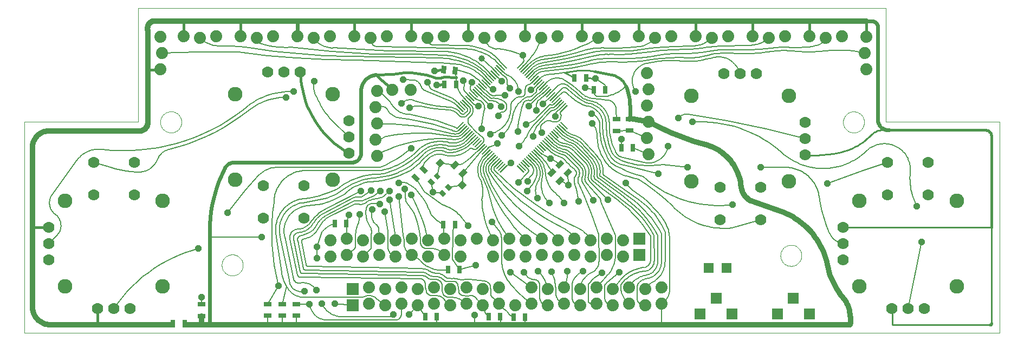
<source format=gtl>
G75*
G70*
%OFA0B0*%
%FSLAX24Y24*%
%IPPOS*%
%LPD*%
%AMOC8*
5,1,8,0,0,1.08239X$1,22.5*
%
%ADD10C,0.0000*%
%ADD11R,0.0472X0.0315*%
%ADD12R,0.0315X0.0472*%
%ADD13R,0.0397X0.0397*%
%ADD14R,0.0276X0.0354*%
%ADD15C,0.0900*%
%ADD16C,0.0700*%
%ADD17R,0.0079X0.0591*%
%ADD18C,0.0740*%
%ADD19R,0.0594X0.0594*%
%ADD20R,0.0709X0.0709*%
%ADD21R,0.0740X0.0740*%
%ADD22C,0.0160*%
%ADD23C,0.0396*%
%ADD24C,0.0079*%
%ADD25C,0.0320*%
%ADD26C,0.0100*%
%ADD27C,0.0240*%
%ADD28OC8,0.0396*%
%ADD29C,0.0080*%
%ADD30C,0.0070*%
D10*
X005191Y007690D02*
X005191Y020690D01*
X012191Y020690D01*
X012191Y027690D01*
X058191Y027690D01*
X058193Y020690D01*
X065191Y020690D01*
X065183Y007690D01*
X005191Y007690D01*
X017336Y011863D02*
X017338Y011913D01*
X017344Y011963D01*
X017354Y012013D01*
X017367Y012061D01*
X017384Y012109D01*
X017405Y012155D01*
X017429Y012199D01*
X017457Y012241D01*
X017488Y012281D01*
X017522Y012318D01*
X017559Y012353D01*
X017598Y012384D01*
X017639Y012413D01*
X017683Y012438D01*
X017729Y012460D01*
X017776Y012478D01*
X017824Y012492D01*
X017873Y012503D01*
X017923Y012510D01*
X017973Y012513D01*
X018024Y012512D01*
X018074Y012507D01*
X018124Y012498D01*
X018172Y012486D01*
X018220Y012469D01*
X018266Y012449D01*
X018311Y012426D01*
X018354Y012399D01*
X018394Y012369D01*
X018432Y012336D01*
X018467Y012300D01*
X018500Y012261D01*
X018529Y012220D01*
X018555Y012177D01*
X018578Y012132D01*
X018597Y012085D01*
X018612Y012037D01*
X018624Y011988D01*
X018632Y011938D01*
X018636Y011888D01*
X018636Y011838D01*
X018632Y011788D01*
X018624Y011738D01*
X018612Y011689D01*
X018597Y011641D01*
X018578Y011594D01*
X018555Y011549D01*
X018529Y011506D01*
X018500Y011465D01*
X018467Y011426D01*
X018432Y011390D01*
X018394Y011357D01*
X018354Y011327D01*
X018311Y011300D01*
X018266Y011277D01*
X018220Y011257D01*
X018172Y011240D01*
X018124Y011228D01*
X018074Y011219D01*
X018024Y011214D01*
X017973Y011213D01*
X017923Y011216D01*
X017873Y011223D01*
X017824Y011234D01*
X017776Y011248D01*
X017729Y011266D01*
X017683Y011288D01*
X017639Y011313D01*
X017598Y011342D01*
X017559Y011373D01*
X017522Y011408D01*
X017488Y011445D01*
X017457Y011485D01*
X017429Y011527D01*
X017405Y011571D01*
X017384Y011617D01*
X017367Y011665D01*
X017354Y011713D01*
X017344Y011763D01*
X017338Y011813D01*
X017336Y011863D01*
X013553Y020673D02*
X013555Y020723D01*
X013561Y020773D01*
X013571Y020823D01*
X013584Y020871D01*
X013601Y020919D01*
X013622Y020965D01*
X013646Y021009D01*
X013674Y021051D01*
X013705Y021091D01*
X013739Y021128D01*
X013776Y021163D01*
X013815Y021194D01*
X013856Y021223D01*
X013900Y021248D01*
X013946Y021270D01*
X013993Y021288D01*
X014041Y021302D01*
X014090Y021313D01*
X014140Y021320D01*
X014190Y021323D01*
X014241Y021322D01*
X014291Y021317D01*
X014341Y021308D01*
X014389Y021296D01*
X014437Y021279D01*
X014483Y021259D01*
X014528Y021236D01*
X014571Y021209D01*
X014611Y021179D01*
X014649Y021146D01*
X014684Y021110D01*
X014717Y021071D01*
X014746Y021030D01*
X014772Y020987D01*
X014795Y020942D01*
X014814Y020895D01*
X014829Y020847D01*
X014841Y020798D01*
X014849Y020748D01*
X014853Y020698D01*
X014853Y020648D01*
X014849Y020598D01*
X014841Y020548D01*
X014829Y020499D01*
X014814Y020451D01*
X014795Y020404D01*
X014772Y020359D01*
X014746Y020316D01*
X014717Y020275D01*
X014684Y020236D01*
X014649Y020200D01*
X014611Y020167D01*
X014571Y020137D01*
X014528Y020110D01*
X014483Y020087D01*
X014437Y020067D01*
X014389Y020050D01*
X014341Y020038D01*
X014291Y020029D01*
X014241Y020024D01*
X014190Y020023D01*
X014140Y020026D01*
X014090Y020033D01*
X014041Y020044D01*
X013993Y020058D01*
X013946Y020076D01*
X013900Y020098D01*
X013856Y020123D01*
X013815Y020152D01*
X013776Y020183D01*
X013739Y020218D01*
X013705Y020255D01*
X013674Y020295D01*
X013646Y020337D01*
X013622Y020381D01*
X013601Y020427D01*
X013584Y020475D01*
X013571Y020523D01*
X013561Y020573D01*
X013555Y020623D01*
X013553Y020673D01*
X051706Y012454D02*
X051708Y012504D01*
X051714Y012554D01*
X051724Y012604D01*
X051737Y012652D01*
X051754Y012700D01*
X051775Y012746D01*
X051799Y012790D01*
X051827Y012832D01*
X051858Y012872D01*
X051892Y012909D01*
X051929Y012944D01*
X051968Y012975D01*
X052009Y013004D01*
X052053Y013029D01*
X052099Y013051D01*
X052146Y013069D01*
X052194Y013083D01*
X052243Y013094D01*
X052293Y013101D01*
X052343Y013104D01*
X052394Y013103D01*
X052444Y013098D01*
X052494Y013089D01*
X052542Y013077D01*
X052590Y013060D01*
X052636Y013040D01*
X052681Y013017D01*
X052724Y012990D01*
X052764Y012960D01*
X052802Y012927D01*
X052837Y012891D01*
X052870Y012852D01*
X052899Y012811D01*
X052925Y012768D01*
X052948Y012723D01*
X052967Y012676D01*
X052982Y012628D01*
X052994Y012579D01*
X053002Y012529D01*
X053006Y012479D01*
X053006Y012429D01*
X053002Y012379D01*
X052994Y012329D01*
X052982Y012280D01*
X052967Y012232D01*
X052948Y012185D01*
X052925Y012140D01*
X052899Y012097D01*
X052870Y012056D01*
X052837Y012017D01*
X052802Y011981D01*
X052764Y011948D01*
X052724Y011918D01*
X052681Y011891D01*
X052636Y011868D01*
X052590Y011848D01*
X052542Y011831D01*
X052494Y011819D01*
X052444Y011810D01*
X052394Y011805D01*
X052343Y011804D01*
X052293Y011807D01*
X052243Y011814D01*
X052194Y011825D01*
X052146Y011839D01*
X052099Y011857D01*
X052053Y011879D01*
X052009Y011904D01*
X051968Y011933D01*
X051929Y011964D01*
X051892Y011999D01*
X051858Y012036D01*
X051827Y012076D01*
X051799Y012118D01*
X051775Y012162D01*
X051754Y012208D01*
X051737Y012256D01*
X051724Y012304D01*
X051714Y012354D01*
X051708Y012404D01*
X051706Y012454D01*
X055563Y020670D02*
X055565Y020720D01*
X055571Y020770D01*
X055581Y020820D01*
X055594Y020868D01*
X055611Y020916D01*
X055632Y020962D01*
X055656Y021006D01*
X055684Y021048D01*
X055715Y021088D01*
X055749Y021125D01*
X055786Y021160D01*
X055825Y021191D01*
X055866Y021220D01*
X055910Y021245D01*
X055956Y021267D01*
X056003Y021285D01*
X056051Y021299D01*
X056100Y021310D01*
X056150Y021317D01*
X056200Y021320D01*
X056251Y021319D01*
X056301Y021314D01*
X056351Y021305D01*
X056399Y021293D01*
X056447Y021276D01*
X056493Y021256D01*
X056538Y021233D01*
X056581Y021206D01*
X056621Y021176D01*
X056659Y021143D01*
X056694Y021107D01*
X056727Y021068D01*
X056756Y021027D01*
X056782Y020984D01*
X056805Y020939D01*
X056824Y020892D01*
X056839Y020844D01*
X056851Y020795D01*
X056859Y020745D01*
X056863Y020695D01*
X056863Y020645D01*
X056859Y020595D01*
X056851Y020545D01*
X056839Y020496D01*
X056824Y020448D01*
X056805Y020401D01*
X056782Y020356D01*
X056756Y020313D01*
X056727Y020272D01*
X056694Y020233D01*
X056659Y020197D01*
X056621Y020164D01*
X056581Y020134D01*
X056538Y020107D01*
X056493Y020084D01*
X056447Y020064D01*
X056399Y020047D01*
X056351Y020035D01*
X056301Y020026D01*
X056251Y020021D01*
X056200Y020020D01*
X056150Y020023D01*
X056100Y020030D01*
X056051Y020041D01*
X056003Y020055D01*
X055956Y020073D01*
X055910Y020095D01*
X055866Y020120D01*
X055825Y020149D01*
X055786Y020180D01*
X055749Y020215D01*
X055715Y020252D01*
X055684Y020292D01*
X055656Y020334D01*
X055632Y020378D01*
X055611Y020424D01*
X055594Y020472D01*
X055581Y020520D01*
X055571Y020570D01*
X055565Y020620D01*
X055563Y020670D01*
D11*
X042417Y020851D03*
X041609Y020848D03*
X041609Y020139D03*
X042417Y020142D03*
X021936Y009453D03*
X021070Y009457D03*
X020165Y009461D03*
X020165Y008752D03*
X021070Y008748D03*
X021936Y008744D03*
X016091Y008736D03*
X016091Y009444D03*
D12*
X015045Y008240D03*
X014336Y008240D03*
X024291Y014411D03*
X025000Y014411D03*
G36*
X028978Y017308D02*
X029200Y017530D01*
X029532Y017198D01*
X029310Y016976D01*
X028978Y017308D01*
G37*
G36*
X029479Y017809D02*
X029701Y018031D01*
X030033Y017699D01*
X029811Y017477D01*
X029479Y017809D01*
G37*
G36*
X031620Y017758D02*
X031398Y017980D01*
X031730Y018312D01*
X031952Y018090D01*
X031620Y017758D01*
G37*
G36*
X032121Y017257D02*
X031899Y017479D01*
X032231Y017811D01*
X032453Y017589D01*
X032121Y017257D01*
G37*
X031681Y014368D03*
X030972Y014368D03*
X031251Y011600D03*
X031960Y011600D03*
X030557Y008688D03*
X029849Y008688D03*
X033743Y008699D03*
X034451Y008699D03*
X035283Y008658D03*
X035991Y008658D03*
G36*
X038195Y017357D02*
X038417Y017135D01*
X038085Y016803D01*
X037863Y017025D01*
X038195Y017357D01*
G37*
G36*
X038572Y017285D02*
X038350Y017507D01*
X038682Y017839D01*
X038904Y017617D01*
X038572Y017285D01*
G37*
G36*
X037694Y017858D02*
X037916Y017636D01*
X037584Y017304D01*
X037362Y017526D01*
X037694Y017858D01*
G37*
G36*
X038071Y017787D02*
X037849Y018009D01*
X038181Y018341D01*
X038403Y018119D01*
X038071Y017787D01*
G37*
X041922Y019075D03*
X042631Y019075D03*
X040935Y022669D03*
X040227Y022669D03*
X039745Y023390D03*
X039036Y023390D03*
X031745Y022990D03*
X031036Y022990D03*
G36*
X031127Y023662D02*
X030816Y023689D01*
X030857Y024158D01*
X031168Y024131D01*
X031127Y023662D01*
G37*
G36*
X031833Y023601D02*
X031522Y023628D01*
X031563Y024097D01*
X031874Y024070D01*
X031833Y023601D01*
G37*
D13*
G36*
X030764Y017875D02*
X030484Y018155D01*
X030764Y018435D01*
X031044Y018155D01*
X030764Y017875D01*
G37*
G36*
X032123Y016517D02*
X031843Y016797D01*
X032123Y017077D01*
X032403Y016797D01*
X032123Y016517D01*
G37*
D14*
G36*
X031051Y016681D02*
X031246Y016876D01*
X031495Y016627D01*
X031300Y016432D01*
X031051Y016681D01*
G37*
G36*
X030690Y016319D02*
X030885Y016514D01*
X031134Y016265D01*
X030939Y016070D01*
X030690Y016319D01*
G37*
G36*
X029998Y017011D02*
X030193Y017206D01*
X030442Y016957D01*
X030247Y016762D01*
X029998Y017011D01*
G37*
G36*
X030360Y017372D02*
X030555Y017567D01*
X030804Y017318D01*
X030609Y017123D01*
X030360Y017372D01*
G37*
D15*
X024152Y017127D03*
X018152Y017127D03*
X013691Y015815D03*
X007691Y015815D03*
X007691Y010565D03*
X013691Y010565D03*
X018152Y022377D03*
X024152Y022377D03*
X046239Y022274D03*
X052239Y022274D03*
X052239Y017024D03*
X056545Y015815D03*
X062545Y015815D03*
X062545Y010565D03*
X056545Y010565D03*
X046239Y017024D03*
D16*
X047989Y016649D03*
X050489Y016649D03*
X050489Y014649D03*
X047989Y014649D03*
X053239Y018649D03*
X053239Y019649D03*
X053239Y020649D03*
X058295Y018190D03*
X060795Y018190D03*
X060795Y016190D03*
X058295Y016190D03*
X055545Y014190D03*
X055545Y013190D03*
X055545Y012190D03*
X058545Y009190D03*
X059545Y009190D03*
X060545Y009190D03*
X050239Y023649D03*
X049239Y023649D03*
X048239Y023649D03*
X025152Y020752D03*
X025152Y019752D03*
X025152Y018752D03*
X022402Y016752D03*
X019902Y016752D03*
X019902Y014752D03*
X022402Y014752D03*
X011941Y016190D03*
X009441Y016190D03*
X009441Y018190D03*
X011941Y018190D03*
X006691Y014190D03*
X006691Y013190D03*
X006691Y012190D03*
X009691Y009190D03*
X010691Y009190D03*
X011691Y009190D03*
X020152Y023752D03*
X021152Y023752D03*
X022152Y023752D03*
D17*
G36*
X031753Y021700D02*
X031808Y021755D01*
X032225Y021338D01*
X032170Y021283D01*
X031753Y021700D01*
G37*
G36*
X031864Y021811D02*
X031919Y021866D01*
X032336Y021449D01*
X032281Y021394D01*
X031864Y021811D01*
G37*
G36*
X031976Y021923D02*
X032031Y021978D01*
X032448Y021561D01*
X032393Y021506D01*
X031976Y021923D01*
G37*
G36*
X032087Y022034D02*
X032142Y022089D01*
X032559Y021672D01*
X032504Y021617D01*
X032087Y022034D01*
G37*
G36*
X032198Y022145D02*
X032253Y022200D01*
X032670Y021783D01*
X032615Y021728D01*
X032198Y022145D01*
G37*
G36*
X032310Y022257D02*
X032365Y022312D01*
X032782Y021895D01*
X032727Y021840D01*
X032310Y022257D01*
G37*
G36*
X032421Y022368D02*
X032476Y022423D01*
X032893Y022006D01*
X032838Y021951D01*
X032421Y022368D01*
G37*
G36*
X032533Y022480D02*
X032588Y022535D01*
X033005Y022118D01*
X032950Y022063D01*
X032533Y022480D01*
G37*
G36*
X032644Y022591D02*
X032699Y022646D01*
X033116Y022229D01*
X033061Y022174D01*
X032644Y022591D01*
G37*
G36*
X032755Y022702D02*
X032810Y022757D01*
X033227Y022340D01*
X033172Y022285D01*
X032755Y022702D01*
G37*
G36*
X032867Y022814D02*
X032922Y022869D01*
X033339Y022452D01*
X033284Y022397D01*
X032867Y022814D01*
G37*
G36*
X032978Y022925D02*
X033033Y022980D01*
X033450Y022563D01*
X033395Y022508D01*
X032978Y022925D01*
G37*
G36*
X033089Y023036D02*
X033144Y023091D01*
X033561Y022674D01*
X033506Y022619D01*
X033089Y023036D01*
G37*
G36*
X033201Y023148D02*
X033256Y023203D01*
X033673Y022786D01*
X033618Y022731D01*
X033201Y023148D01*
G37*
G36*
X033312Y023259D02*
X033367Y023314D01*
X033784Y022897D01*
X033729Y022842D01*
X033312Y023259D01*
G37*
G36*
X033423Y023370D02*
X033478Y023425D01*
X033895Y023008D01*
X033840Y022953D01*
X033423Y023370D01*
G37*
G36*
X033535Y023482D02*
X033590Y023537D01*
X034007Y023120D01*
X033952Y023065D01*
X033535Y023482D01*
G37*
G36*
X033646Y023593D02*
X033701Y023648D01*
X034118Y023231D01*
X034063Y023176D01*
X033646Y023593D01*
G37*
G36*
X033757Y023704D02*
X033812Y023759D01*
X034229Y023342D01*
X034174Y023287D01*
X033757Y023704D01*
G37*
G36*
X033869Y023816D02*
X033924Y023871D01*
X034341Y023454D01*
X034286Y023399D01*
X033869Y023816D01*
G37*
G36*
X033980Y023927D02*
X034035Y023982D01*
X034452Y023565D01*
X034397Y023510D01*
X033980Y023927D01*
G37*
G36*
X034092Y024038D02*
X034147Y024093D01*
X034564Y023676D01*
X034509Y023621D01*
X034092Y024038D01*
G37*
G36*
X034203Y024150D02*
X034258Y024205D01*
X034675Y023788D01*
X034620Y023733D01*
X034203Y024150D01*
G37*
G36*
X034314Y024261D02*
X034369Y024316D01*
X034786Y023899D01*
X034731Y023844D01*
X034314Y024261D01*
G37*
G36*
X034426Y024373D02*
X034481Y024428D01*
X034898Y024011D01*
X034843Y023956D01*
X034426Y024373D01*
G37*
G36*
X035538Y023956D02*
X035483Y024011D01*
X035900Y024428D01*
X035955Y024373D01*
X035538Y023956D01*
G37*
G36*
X035650Y023844D02*
X035595Y023899D01*
X036012Y024316D01*
X036067Y024261D01*
X035650Y023844D01*
G37*
G36*
X035761Y023733D02*
X035706Y023788D01*
X036123Y024205D01*
X036178Y024150D01*
X035761Y023733D01*
G37*
G36*
X035873Y023621D02*
X035818Y023676D01*
X036235Y024093D01*
X036290Y024038D01*
X035873Y023621D01*
G37*
G36*
X035984Y023510D02*
X035929Y023565D01*
X036346Y023982D01*
X036401Y023927D01*
X035984Y023510D01*
G37*
G36*
X036095Y023399D02*
X036040Y023454D01*
X036457Y023871D01*
X036512Y023816D01*
X036095Y023399D01*
G37*
G36*
X036207Y023287D02*
X036152Y023342D01*
X036569Y023759D01*
X036624Y023704D01*
X036207Y023287D01*
G37*
G36*
X036318Y023176D02*
X036263Y023231D01*
X036680Y023648D01*
X036735Y023593D01*
X036318Y023176D01*
G37*
G36*
X036429Y023065D02*
X036374Y023120D01*
X036791Y023537D01*
X036846Y023482D01*
X036429Y023065D01*
G37*
G36*
X036541Y022953D02*
X036486Y023008D01*
X036903Y023425D01*
X036958Y023370D01*
X036541Y022953D01*
G37*
G36*
X036652Y022842D02*
X036597Y022897D01*
X037014Y023314D01*
X037069Y023259D01*
X036652Y022842D01*
G37*
G36*
X036763Y022731D02*
X036708Y022786D01*
X037125Y023203D01*
X037180Y023148D01*
X036763Y022731D01*
G37*
G36*
X036875Y022619D02*
X036820Y022674D01*
X037237Y023091D01*
X037292Y023036D01*
X036875Y022619D01*
G37*
G36*
X036986Y022508D02*
X036931Y022563D01*
X037348Y022980D01*
X037403Y022925D01*
X036986Y022508D01*
G37*
G36*
X037097Y022397D02*
X037042Y022452D01*
X037459Y022869D01*
X037514Y022814D01*
X037097Y022397D01*
G37*
G36*
X037209Y022285D02*
X037154Y022340D01*
X037571Y022757D01*
X037626Y022702D01*
X037209Y022285D01*
G37*
G36*
X037320Y022174D02*
X037265Y022229D01*
X037682Y022646D01*
X037737Y022591D01*
X037320Y022174D01*
G37*
G36*
X037432Y022063D02*
X037377Y022118D01*
X037794Y022535D01*
X037849Y022480D01*
X037432Y022063D01*
G37*
G36*
X037543Y021951D02*
X037488Y022006D01*
X037905Y022423D01*
X037960Y022368D01*
X037543Y021951D01*
G37*
G36*
X037654Y021840D02*
X037599Y021895D01*
X038016Y022312D01*
X038071Y022257D01*
X037654Y021840D01*
G37*
G36*
X037766Y021728D02*
X037711Y021783D01*
X038128Y022200D01*
X038183Y022145D01*
X037766Y021728D01*
G37*
G36*
X037877Y021617D02*
X037822Y021672D01*
X038239Y022089D01*
X038294Y022034D01*
X037877Y021617D01*
G37*
G36*
X037988Y021506D02*
X037933Y021561D01*
X038350Y021978D01*
X038405Y021923D01*
X037988Y021506D01*
G37*
G36*
X038100Y021394D02*
X038045Y021449D01*
X038462Y021866D01*
X038517Y021811D01*
X038100Y021394D01*
G37*
G36*
X038211Y021283D02*
X038156Y021338D01*
X038573Y021755D01*
X038628Y021700D01*
X038211Y021283D01*
G37*
G36*
X038156Y020642D02*
X038211Y020697D01*
X038628Y020280D01*
X038573Y020225D01*
X038156Y020642D01*
G37*
G36*
X038045Y020531D02*
X038100Y020586D01*
X038517Y020169D01*
X038462Y020114D01*
X038045Y020531D01*
G37*
G36*
X037933Y020419D02*
X037988Y020474D01*
X038405Y020057D01*
X038350Y020002D01*
X037933Y020419D01*
G37*
G36*
X037822Y020308D02*
X037877Y020363D01*
X038294Y019946D01*
X038239Y019891D01*
X037822Y020308D01*
G37*
G36*
X037711Y020197D02*
X037766Y020252D01*
X038183Y019835D01*
X038128Y019780D01*
X037711Y020197D01*
G37*
G36*
X037599Y020085D02*
X037654Y020140D01*
X038071Y019723D01*
X038016Y019668D01*
X037599Y020085D01*
G37*
G36*
X037488Y019974D02*
X037543Y020029D01*
X037960Y019612D01*
X037905Y019557D01*
X037488Y019974D01*
G37*
G36*
X037377Y019863D02*
X037432Y019918D01*
X037849Y019501D01*
X037794Y019446D01*
X037377Y019863D01*
G37*
G36*
X037265Y019751D02*
X037320Y019806D01*
X037737Y019389D01*
X037682Y019334D01*
X037265Y019751D01*
G37*
G36*
X037154Y019640D02*
X037209Y019695D01*
X037626Y019278D01*
X037571Y019223D01*
X037154Y019640D01*
G37*
G36*
X037042Y019529D02*
X037097Y019584D01*
X037514Y019167D01*
X037459Y019112D01*
X037042Y019529D01*
G37*
G36*
X036931Y019417D02*
X036986Y019472D01*
X037403Y019055D01*
X037348Y019000D01*
X036931Y019417D01*
G37*
G36*
X036820Y019306D02*
X036875Y019361D01*
X037292Y018944D01*
X037237Y018889D01*
X036820Y019306D01*
G37*
G36*
X036708Y019195D02*
X036763Y019250D01*
X037180Y018833D01*
X037125Y018778D01*
X036708Y019195D01*
G37*
G36*
X036597Y019083D02*
X036652Y019138D01*
X037069Y018721D01*
X037014Y018666D01*
X036597Y019083D01*
G37*
G36*
X036486Y018972D02*
X036541Y019027D01*
X036958Y018610D01*
X036903Y018555D01*
X036486Y018972D01*
G37*
G36*
X036374Y018860D02*
X036429Y018915D01*
X036846Y018498D01*
X036791Y018443D01*
X036374Y018860D01*
G37*
G36*
X036263Y018749D02*
X036318Y018804D01*
X036735Y018387D01*
X036680Y018332D01*
X036263Y018749D01*
G37*
G36*
X036152Y018638D02*
X036207Y018693D01*
X036624Y018276D01*
X036569Y018221D01*
X036152Y018638D01*
G37*
G36*
X036040Y018526D02*
X036095Y018581D01*
X036512Y018164D01*
X036457Y018109D01*
X036040Y018526D01*
G37*
G36*
X035929Y018415D02*
X035984Y018470D01*
X036401Y018053D01*
X036346Y017998D01*
X035929Y018415D01*
G37*
G36*
X035818Y018304D02*
X035873Y018359D01*
X036290Y017942D01*
X036235Y017887D01*
X035818Y018304D01*
G37*
G36*
X035706Y018192D02*
X035761Y018247D01*
X036178Y017830D01*
X036123Y017775D01*
X035706Y018192D01*
G37*
G36*
X035595Y018081D02*
X035650Y018136D01*
X036067Y017719D01*
X036012Y017664D01*
X035595Y018081D01*
G37*
G36*
X035483Y017970D02*
X035538Y018025D01*
X035955Y017608D01*
X035900Y017553D01*
X035483Y017970D01*
G37*
G36*
X034481Y017553D02*
X034426Y017608D01*
X034843Y018025D01*
X034898Y017970D01*
X034481Y017553D01*
G37*
G36*
X034369Y017664D02*
X034314Y017719D01*
X034731Y018136D01*
X034786Y018081D01*
X034369Y017664D01*
G37*
G36*
X034258Y017775D02*
X034203Y017830D01*
X034620Y018247D01*
X034675Y018192D01*
X034258Y017775D01*
G37*
G36*
X034147Y017887D02*
X034092Y017942D01*
X034509Y018359D01*
X034564Y018304D01*
X034147Y017887D01*
G37*
G36*
X034035Y017998D02*
X033980Y018053D01*
X034397Y018470D01*
X034452Y018415D01*
X034035Y017998D01*
G37*
G36*
X033924Y018109D02*
X033869Y018164D01*
X034286Y018581D01*
X034341Y018526D01*
X033924Y018109D01*
G37*
G36*
X033812Y018221D02*
X033757Y018276D01*
X034174Y018693D01*
X034229Y018638D01*
X033812Y018221D01*
G37*
G36*
X033701Y018332D02*
X033646Y018387D01*
X034063Y018804D01*
X034118Y018749D01*
X033701Y018332D01*
G37*
G36*
X033590Y018443D02*
X033535Y018498D01*
X033952Y018915D01*
X034007Y018860D01*
X033590Y018443D01*
G37*
G36*
X033478Y018555D02*
X033423Y018610D01*
X033840Y019027D01*
X033895Y018972D01*
X033478Y018555D01*
G37*
G36*
X033367Y018666D02*
X033312Y018721D01*
X033729Y019138D01*
X033784Y019083D01*
X033367Y018666D01*
G37*
G36*
X033256Y018778D02*
X033201Y018833D01*
X033618Y019250D01*
X033673Y019195D01*
X033256Y018778D01*
G37*
G36*
X033144Y018889D02*
X033089Y018944D01*
X033506Y019361D01*
X033561Y019306D01*
X033144Y018889D01*
G37*
G36*
X033033Y019000D02*
X032978Y019055D01*
X033395Y019472D01*
X033450Y019417D01*
X033033Y019000D01*
G37*
G36*
X032922Y019112D02*
X032867Y019167D01*
X033284Y019584D01*
X033339Y019529D01*
X032922Y019112D01*
G37*
G36*
X032810Y019223D02*
X032755Y019278D01*
X033172Y019695D01*
X033227Y019640D01*
X032810Y019223D01*
G37*
G36*
X032699Y019334D02*
X032644Y019389D01*
X033061Y019806D01*
X033116Y019751D01*
X032699Y019334D01*
G37*
G36*
X032588Y019446D02*
X032533Y019501D01*
X032950Y019918D01*
X033005Y019863D01*
X032588Y019446D01*
G37*
G36*
X032476Y019557D02*
X032421Y019612D01*
X032838Y020029D01*
X032893Y019974D01*
X032476Y019557D01*
G37*
G36*
X032365Y019668D02*
X032310Y019723D01*
X032727Y020140D01*
X032782Y020085D01*
X032365Y019668D01*
G37*
G36*
X032253Y019780D02*
X032198Y019835D01*
X032615Y020252D01*
X032670Y020197D01*
X032253Y019780D01*
G37*
G36*
X032142Y019891D02*
X032087Y019946D01*
X032504Y020363D01*
X032559Y020308D01*
X032142Y019891D01*
G37*
G36*
X032031Y020002D02*
X031976Y020057D01*
X032393Y020474D01*
X032448Y020419D01*
X032031Y020002D01*
G37*
G36*
X031919Y020114D02*
X031864Y020169D01*
X032281Y020586D01*
X032336Y020531D01*
X031919Y020114D01*
G37*
G36*
X031808Y020225D02*
X031753Y020280D01*
X032170Y020697D01*
X032225Y020642D01*
X031808Y020225D01*
G37*
D18*
X028961Y022640D03*
X027821Y022640D03*
X026899Y022574D03*
X026799Y021574D03*
X026899Y020574D03*
X026799Y019574D03*
X026899Y018574D03*
X027039Y013490D03*
X028039Y013390D03*
X029039Y013490D03*
X030039Y013390D03*
X031039Y013490D03*
X032039Y013390D03*
X033039Y013490D03*
X034039Y013390D03*
X035039Y013490D03*
X036039Y013390D03*
X037039Y013490D03*
X038039Y013390D03*
X039039Y013490D03*
X040039Y013390D03*
X041039Y013490D03*
X042039Y013390D03*
X042039Y012390D03*
X041039Y012490D03*
X040039Y012390D03*
X039039Y012490D03*
X038039Y012390D03*
X037039Y012490D03*
X036039Y012390D03*
X035039Y012490D03*
X034039Y012390D03*
X032039Y012390D03*
X031039Y012490D03*
X030039Y012390D03*
X029039Y012490D03*
X028039Y012390D03*
X027039Y012490D03*
X026039Y012390D03*
X025039Y012490D03*
X024039Y012390D03*
X024039Y013390D03*
X025039Y013490D03*
X026039Y013390D03*
X026377Y010480D03*
X027377Y010380D03*
X028377Y010480D03*
X029377Y010380D03*
X030377Y010480D03*
X031377Y010380D03*
X032377Y010480D03*
X033377Y010380D03*
X034377Y010480D03*
X034377Y009480D03*
X035377Y009380D03*
X036377Y009480D03*
X037377Y009380D03*
X038377Y009480D03*
X039377Y009380D03*
X040377Y009480D03*
X041377Y009380D03*
X042377Y009480D03*
X043377Y009380D03*
X044377Y009480D03*
X044377Y010480D03*
X043377Y010380D03*
X042377Y010480D03*
X041377Y010380D03*
X040377Y010480D03*
X039377Y010380D03*
X038377Y010480D03*
X037377Y010380D03*
X036377Y010480D03*
X033377Y009380D03*
X032377Y009480D03*
X031377Y009380D03*
X030377Y009480D03*
X029377Y009380D03*
X028377Y009480D03*
X027377Y009380D03*
X026377Y009480D03*
X043590Y018694D03*
X043490Y019694D03*
X043590Y020694D03*
X043490Y021694D03*
X043590Y022694D03*
X043490Y023694D03*
X043991Y025840D03*
X042991Y025940D03*
X041491Y025940D03*
X040491Y025840D03*
X039491Y025940D03*
X037991Y025940D03*
X036991Y025840D03*
X035991Y025940D03*
X034491Y025940D03*
X033491Y025840D03*
X032491Y025940D03*
X030991Y025940D03*
X029991Y025840D03*
X028991Y025940D03*
X027491Y025940D03*
X026491Y025840D03*
X025491Y025940D03*
X023991Y025940D03*
X022991Y025840D03*
X021991Y025940D03*
X020491Y025940D03*
X019491Y025840D03*
X018491Y025940D03*
X016991Y025940D03*
X015991Y025840D03*
X014991Y025940D03*
X013555Y025911D03*
X013655Y024911D03*
X013555Y023911D03*
X044991Y025940D03*
X046491Y025940D03*
X047491Y025840D03*
X048491Y025940D03*
X049991Y025940D03*
X050991Y025840D03*
X051991Y025940D03*
X053491Y025940D03*
X054491Y025840D03*
X055491Y025940D03*
X056984Y025929D03*
X056884Y024929D03*
X056984Y023929D03*
D19*
X048403Y011686D03*
X047285Y011686D03*
D20*
X047754Y009826D03*
X048738Y008841D03*
X046769Y008841D03*
X051512Y008841D03*
X053480Y008841D03*
X052496Y009826D03*
D21*
X043039Y012490D03*
X043039Y013490D03*
X025377Y010380D03*
X025377Y009380D03*
D22*
X009691Y009190D02*
X009691Y008190D01*
X006691Y014190D02*
X005691Y014190D01*
X022201Y023260D02*
X022151Y023750D01*
X025491Y025940D02*
X025491Y026890D01*
X028991Y026890D02*
X028991Y025940D01*
X030326Y023454D02*
X030378Y023435D01*
X030431Y023419D01*
X030486Y023406D01*
X030540Y023396D01*
X030596Y023390D01*
X030652Y023387D01*
X030707Y023388D01*
X030763Y023392D01*
X030818Y023399D01*
X030873Y023409D01*
X030927Y023423D01*
X030980Y023440D01*
X030981Y023440D02*
X031751Y023410D01*
X030991Y023910D02*
X030426Y023824D01*
X030551Y022950D02*
X031031Y022990D01*
X025150Y018754D02*
X024910Y018897D01*
X024677Y019052D01*
X024451Y019217D01*
X024234Y019393D01*
X024025Y019579D01*
X023826Y019775D01*
X023635Y019981D01*
X023455Y020195D01*
X023286Y020417D01*
X023127Y020648D01*
X022979Y020885D01*
X022843Y021130D01*
X022719Y021381D01*
X022607Y021637D01*
X022507Y021898D01*
X022420Y022164D01*
X022345Y022434D01*
X022284Y022707D01*
X022236Y022982D01*
X022201Y023260D01*
X026809Y023586D02*
X027869Y023626D01*
X026853Y023564D02*
X026848Y023573D01*
X026841Y023581D01*
X026831Y023586D01*
X026820Y023588D01*
X026809Y023586D01*
X027820Y022710D02*
X027825Y022693D01*
X027827Y022675D01*
X027825Y022657D01*
X027820Y022640D01*
X027869Y023626D02*
X028092Y023665D01*
X028317Y023693D01*
X028543Y023710D01*
X028770Y023716D01*
X028996Y023711D01*
X029222Y023695D01*
X029447Y023669D01*
X029671Y023631D01*
X029892Y023583D01*
X030111Y023524D01*
X030327Y023454D01*
X032491Y025940D02*
X032491Y026890D01*
X035991Y026890D02*
X035991Y025940D01*
X039491Y025940D02*
X039491Y026890D01*
X042991Y026890D02*
X042991Y025940D01*
X046491Y025940D02*
X046491Y026890D01*
X049991Y026890D02*
X049991Y025940D01*
X053491Y025930D02*
X053491Y026890D01*
X056991Y026890D02*
X056984Y025929D01*
X058391Y020190D02*
X064291Y020190D01*
X064330Y020188D01*
X064369Y020182D01*
X064407Y020173D01*
X064444Y020160D01*
X064480Y020143D01*
X064513Y020123D01*
X064545Y020099D01*
X064574Y020073D01*
X064600Y020044D01*
X064624Y020012D01*
X064644Y019979D01*
X064661Y019943D01*
X064674Y019906D01*
X064683Y019868D01*
X064689Y019829D01*
X064691Y019790D01*
X064691Y014190D01*
X058591Y009190D02*
X058541Y009190D01*
X064591Y008190D02*
X064608Y008192D01*
X064625Y008196D01*
X064641Y008203D01*
X064655Y008213D01*
X064668Y008226D01*
X064678Y008240D01*
X064685Y008256D01*
X064689Y008273D01*
X064691Y008290D01*
X042191Y022890D02*
X042164Y022951D01*
X042133Y023010D01*
X042099Y023066D01*
X042062Y023121D01*
X042022Y023174D01*
X041979Y023224D01*
X041933Y023272D01*
X041884Y023317D01*
X041833Y023359D01*
X041780Y023398D01*
X041724Y023434D01*
X041666Y023467D01*
X041607Y023497D01*
X041546Y023523D01*
X041484Y023545D01*
X041420Y023564D01*
X041356Y023579D01*
X041291Y023591D01*
X027821Y022711D02*
X027568Y022910D01*
X027322Y023119D01*
X027084Y023337D01*
X026854Y023564D01*
X018491Y025940D02*
X018491Y026890D01*
X014991Y026890D02*
X014991Y025940D01*
X013561Y023910D02*
X013491Y023890D01*
X012791Y023890D01*
X040291Y023790D02*
X040622Y023712D01*
X040955Y023645D01*
X041291Y023590D01*
D23*
X033320Y024588D03*
D24*
X039691Y015990D02*
X040123Y014886D01*
X040521Y013770D01*
X040541Y012100D01*
X044610Y013890D02*
X044522Y014089D01*
X044424Y014283D01*
X044317Y014472D01*
X044201Y014656D01*
X044077Y014834D01*
X043944Y015007D01*
X043803Y015172D01*
X043654Y015331D01*
X043499Y015482D01*
X043336Y015626D01*
X043166Y015762D01*
X042990Y015890D01*
X042991Y015890D02*
X040861Y017380D01*
X040860Y017380D02*
X040845Y017389D01*
X040831Y017400D01*
X040819Y017413D01*
X040810Y017428D01*
X040804Y017445D01*
X040800Y017462D01*
X040800Y017480D01*
X040590Y017410D02*
X040589Y017394D01*
X040591Y017378D01*
X040596Y017363D01*
X040604Y017349D01*
X040614Y017337D01*
X040626Y017327D01*
X040640Y017319D01*
X040641Y017320D02*
X042491Y015990D01*
X042331Y015590D02*
X040361Y017110D01*
X040170Y017040D02*
X040146Y017062D01*
X040124Y017087D01*
X040104Y017114D01*
X040087Y017143D01*
X040074Y017174D01*
X040063Y017205D01*
X040056Y017238D01*
X040052Y017271D01*
X040051Y017304D01*
X040054Y017338D01*
X040060Y017370D01*
X039690Y017290D02*
X039681Y017252D01*
X039675Y017213D01*
X039673Y017173D01*
X039675Y017134D01*
X039681Y017095D01*
X039690Y017057D01*
X039703Y017020D01*
X039720Y016984D01*
X039741Y016950D01*
X039764Y016919D01*
X039790Y016889D01*
X039591Y016860D02*
X040191Y015860D01*
X040590Y015990D02*
X040609Y015962D01*
X040625Y015933D01*
X040638Y015902D01*
X040647Y015870D01*
X040652Y015836D01*
X040653Y015803D01*
X040650Y015770D01*
X040651Y015770D02*
X041541Y013690D01*
X041551Y012460D01*
X043790Y010790D02*
X043855Y010824D01*
X043919Y010861D01*
X043980Y010902D01*
X044039Y010945D01*
X044096Y010992D01*
X044151Y011041D01*
X044203Y011092D01*
X044253Y011147D01*
X044299Y011204D01*
X044343Y011263D01*
X044384Y011324D01*
X044422Y011387D01*
X044456Y011452D01*
X044487Y011519D01*
X044515Y011587D01*
X044539Y011656D01*
X044560Y011727D01*
X044577Y011798D01*
X044591Y011870D01*
X044601Y011943D01*
X044607Y012016D01*
X044610Y012090D01*
X044611Y012090D02*
X044611Y013890D01*
X044391Y013790D02*
X044391Y012090D01*
X044151Y012070D02*
X044161Y013700D01*
X043931Y013690D02*
X043941Y012130D01*
X043721Y012190D02*
X043711Y013670D01*
X044890Y013390D02*
X044889Y013496D01*
X044883Y013602D01*
X044872Y013708D01*
X044855Y013813D01*
X044834Y013917D01*
X044808Y014020D01*
X044776Y014122D01*
X044740Y014222D01*
X044699Y014320D01*
X044654Y014416D01*
X044603Y014510D01*
X044549Y014601D01*
X044490Y014689D01*
X037718Y022628D02*
X037986Y022888D01*
X037718Y022627D02*
X037502Y022411D01*
X037391Y022520D02*
X037201Y022330D01*
X036930Y022096D01*
X036738Y022143D02*
X037072Y022422D01*
X037071Y022420D02*
X037281Y022630D01*
X037167Y022745D02*
X036950Y022529D01*
X036793Y022411D02*
X036415Y022056D01*
X036397Y022040D01*
X036377Y022027D01*
X036356Y022017D01*
X036333Y022009D01*
X036310Y022004D01*
X036286Y022003D01*
X036262Y022005D01*
X036191Y022229D02*
X036157Y022228D01*
X036124Y022223D01*
X036092Y022214D01*
X036062Y022201D01*
X036033Y022185D01*
X036006Y022166D01*
X035990Y022458D02*
X035990Y022568D01*
X036191Y022230D02*
X036228Y022227D01*
X036265Y022228D01*
X036302Y022234D01*
X036338Y022243D01*
X036373Y022255D01*
X036406Y022272D01*
X036438Y022291D01*
X036467Y022314D01*
X036494Y022340D01*
X036647Y022493D01*
X036665Y022508D01*
X036680Y022526D01*
X036692Y022546D01*
X036701Y022567D01*
X036707Y022590D01*
X036709Y022613D01*
X036707Y022636D01*
X036702Y022659D01*
X036703Y022659D02*
X036699Y022675D01*
X036698Y022691D01*
X036701Y022707D01*
X036706Y022723D01*
X036715Y022737D01*
X036726Y022749D01*
X036943Y022966D01*
X036832Y023076D02*
X036576Y022824D01*
X036344Y022655D01*
X036010Y022765D02*
X036013Y022793D01*
X036019Y022820D01*
X036028Y022846D01*
X036041Y022870D01*
X036056Y022893D01*
X036074Y022914D01*
X036095Y022933D01*
X036118Y022948D01*
X036142Y022961D01*
X036168Y022971D01*
X036195Y022978D01*
X036383Y023076D02*
X036612Y023304D01*
X036498Y023411D02*
X036714Y023627D01*
X036604Y023741D02*
X036387Y023525D01*
X036277Y023635D02*
X036490Y023848D01*
X036376Y023958D02*
X036163Y023745D01*
X036053Y023855D02*
X036265Y024068D01*
X036151Y024178D02*
X035943Y023970D01*
X035832Y024080D02*
X036041Y024289D01*
X035939Y024422D02*
X035718Y024190D01*
X035939Y024422D02*
X035860Y024777D01*
X034881Y023570D02*
X034823Y023611D01*
X034767Y023655D01*
X034713Y023701D01*
X034661Y023750D01*
X034441Y023970D01*
X034331Y023860D02*
X034541Y023640D01*
X034876Y025092D02*
X034804Y025114D01*
X034731Y025133D01*
X034657Y025149D01*
X034583Y025161D01*
X034508Y025170D01*
X034433Y025175D01*
X034357Y025177D01*
X034282Y025175D01*
X034207Y025170D01*
X034450Y024403D02*
X034663Y024190D01*
X034553Y024080D02*
X034332Y024300D01*
X034013Y023950D02*
X034218Y023745D01*
X034108Y023631D02*
X034541Y023202D01*
X034731Y023490D02*
X034761Y023471D01*
X034788Y023448D01*
X034813Y023422D01*
X034835Y023394D01*
X034854Y023363D01*
X034869Y023331D01*
X034881Y023297D01*
X034889Y023262D01*
X034892Y023226D01*
X034893Y023191D01*
X034889Y023155D01*
X034881Y023120D01*
X034880Y023120D02*
X034882Y023078D01*
X034887Y023036D01*
X034896Y022994D01*
X034908Y022954D01*
X034922Y022914D01*
X034940Y022876D01*
X034961Y022839D01*
X034985Y022804D01*
X035011Y022771D01*
X035040Y022740D01*
X035586Y022565D02*
X035583Y022630D01*
X035576Y022695D01*
X035565Y022759D01*
X035551Y022823D01*
X035533Y022885D01*
X035511Y022947D01*
X035485Y023007D01*
X035456Y023065D01*
X035424Y023122D01*
X035388Y023176D01*
X035349Y023228D01*
X035307Y023278D01*
X035262Y023325D01*
X035214Y023370D01*
X035164Y023412D01*
X035111Y023450D01*
X035056Y023485D01*
X034999Y023517D01*
X034941Y023546D01*
X034880Y023571D01*
X034730Y023490D02*
X034689Y023515D01*
X034649Y023543D01*
X034611Y023573D01*
X034575Y023606D01*
X034540Y023640D01*
X033994Y023525D02*
X033785Y023733D01*
X033671Y023623D02*
X033883Y023411D01*
X033769Y023300D02*
X033557Y023517D01*
X033446Y023403D02*
X033659Y023190D01*
X033331Y022840D02*
X033791Y022410D01*
X033830Y022180D02*
X033849Y022166D01*
X033870Y022155D01*
X033892Y022147D01*
X033914Y022142D01*
X033937Y022139D01*
X033961Y022140D01*
X033880Y021980D02*
X033858Y021982D01*
X033836Y021986D01*
X033815Y021993D01*
X033796Y022003D01*
X033777Y022015D01*
X033760Y022030D01*
X033841Y021650D02*
X032991Y022520D01*
X033101Y022630D02*
X033341Y022400D01*
X033431Y022530D02*
X033211Y022740D01*
X035989Y022568D02*
X036001Y022666D01*
X036009Y022765D01*
X035990Y022457D02*
X035988Y022430D01*
X035983Y022403D01*
X035975Y022378D01*
X035964Y022353D01*
X035949Y022330D01*
X035932Y022308D01*
X035913Y022290D01*
X035891Y022273D01*
X035867Y022260D01*
X035842Y022249D01*
X035816Y022242D01*
X035789Y022238D01*
X035762Y022237D01*
X036805Y021036D02*
X036754Y020978D01*
X036701Y020923D01*
X036645Y020870D01*
X036587Y020820D01*
X036526Y020772D01*
X036464Y020727D01*
X036400Y020685D01*
X036333Y020646D01*
X036265Y020610D01*
X036196Y020577D01*
X036125Y020547D01*
X036053Y020520D01*
X036757Y020729D02*
X037506Y021505D01*
X037516Y021520D01*
X037529Y021534D01*
X037543Y021546D01*
X037560Y021555D01*
X037578Y021561D01*
X037597Y021564D01*
X037616Y021563D01*
X037584Y021741D02*
X037569Y021749D01*
X037553Y021754D01*
X037536Y021755D01*
X037519Y021753D01*
X037503Y021747D01*
X037488Y021739D01*
X037476Y021727D01*
X037466Y021713D01*
X037458Y021698D01*
X036805Y021037D01*
X027375Y009378D02*
X026867Y009796D01*
X026868Y009796D02*
X026829Y009831D01*
X026787Y009862D01*
X026742Y009890D01*
X026696Y009915D01*
X026648Y009936D01*
X026599Y009954D01*
X026548Y009968D01*
X026497Y009978D01*
X026444Y009984D01*
X026392Y009986D01*
X026340Y009984D01*
X026287Y009978D01*
X026236Y009969D01*
X026185Y009955D01*
X026136Y009938D01*
X018791Y016489D02*
X019045Y016800D01*
X019312Y017100D01*
X019591Y017389D01*
X020891Y017890D02*
X027090Y017878D01*
X027159Y017690D02*
X022513Y017690D01*
X032121Y016797D02*
X032155Y017165D01*
X032173Y017534D01*
X031674Y018034D02*
X030764Y018155D01*
X030582Y017344D01*
X029344Y018883D02*
X029412Y018950D01*
X029483Y019014D01*
X029557Y019074D01*
X029634Y019131D01*
X029714Y019184D01*
X029796Y019232D01*
X029881Y019277D01*
X029967Y019318D01*
X030056Y019355D01*
X030146Y019387D01*
X030237Y019415D01*
X030330Y019438D01*
X030424Y019457D01*
X030518Y019471D01*
X030613Y019480D01*
X030709Y019485D01*
X030804Y019486D01*
X030900Y019481D01*
X030995Y019472D01*
X031090Y019459D01*
X031184Y019441D01*
X031277Y019418D01*
X031352Y019635D02*
X031423Y019623D01*
X031446Y018788D02*
X031389Y018787D01*
X031331Y018790D01*
X031274Y018796D01*
X031217Y018806D01*
X031161Y018820D01*
X031106Y018838D01*
X031053Y018859D01*
X031675Y018037D02*
X031731Y018033D01*
X031788Y018032D01*
X031845Y018035D01*
X031902Y018042D01*
X031958Y018052D01*
X032013Y018065D01*
X032068Y018082D01*
X032121Y018102D01*
X032173Y018125D01*
X032224Y018152D01*
X032272Y018182D01*
X032319Y018214D01*
X032364Y018249D01*
X032406Y018288D01*
X032446Y018328D01*
X032565Y019021D02*
X032584Y019036D01*
X032606Y019049D01*
X032629Y019058D01*
X032654Y019064D01*
X032679Y019066D01*
X032704Y019064D01*
X032729Y019058D01*
X032752Y019049D01*
X032774Y019036D01*
X032793Y019021D01*
X032811Y019006D01*
X032831Y018995D01*
X032852Y018986D01*
X032875Y018981D01*
X032898Y018980D01*
X032921Y018982D01*
X032943Y018988D01*
X032964Y018997D01*
X032984Y019009D01*
X033001Y019025D01*
X033112Y018911D02*
X033324Y019123D01*
X033214Y019237D02*
X033415Y019434D01*
X033415Y019435D02*
X033431Y019457D01*
X033444Y019481D01*
X033454Y019507D01*
X033460Y019534D01*
X033463Y019561D01*
X033462Y019589D01*
X033457Y019616D01*
X033449Y019642D01*
X033437Y019667D01*
X033422Y019690D01*
X033404Y019711D01*
X033384Y019730D01*
X033336Y020249D02*
X033336Y020506D01*
X032576Y020489D02*
X032553Y020516D01*
X032532Y020544D01*
X032515Y020575D01*
X032500Y020607D01*
X032489Y020641D01*
X032481Y020675D01*
X032476Y020710D01*
X032475Y020745D01*
X032477Y020780D01*
X032483Y020815D01*
X032492Y020849D01*
X032505Y020882D01*
X032521Y020914D01*
X032539Y020944D01*
X032561Y020972D01*
X032585Y020997D01*
X032612Y021021D01*
X032761Y021206D02*
X032797Y021308D01*
X033510Y021525D02*
X033507Y021570D01*
X033500Y021616D01*
X033490Y021660D01*
X033475Y021703D01*
X033457Y021745D01*
X033436Y021786D01*
X033411Y021824D01*
X033383Y021860D01*
X033352Y021894D01*
X033318Y021925D01*
X033282Y021953D01*
X033244Y021977D01*
X033203Y021999D01*
X033161Y022017D01*
X033118Y022031D01*
X033073Y022041D01*
X033028Y022048D01*
X032769Y022300D01*
X032671Y022178D02*
X032317Y022533D01*
X033128Y025037D02*
X033251Y024996D01*
X033372Y024950D01*
X033491Y024898D01*
X033607Y024841D01*
X033721Y024778D01*
X033832Y024711D01*
X033939Y024638D01*
X034043Y024560D01*
X034143Y024478D01*
X034240Y024392D01*
X034332Y024301D01*
X034013Y023950D02*
X034009Y023950D01*
X033320Y024588D01*
X034309Y019350D02*
X034132Y019267D01*
X033953Y019191D01*
X033771Y019120D01*
X033551Y018900D01*
X033661Y018790D02*
X033451Y018580D01*
X033551Y018460D02*
X033771Y018680D01*
X033881Y018570D02*
X033661Y018350D01*
X033781Y018240D02*
X034001Y018460D01*
X034101Y018340D02*
X033891Y018130D01*
X034001Y018020D02*
X034221Y018240D01*
X036120Y016430D02*
X036209Y016525D01*
X036293Y016624D01*
X036372Y016727D01*
X036446Y016833D01*
X036515Y016943D01*
X036579Y017056D01*
X036638Y017172D01*
X036690Y017290D01*
X036821Y017940D02*
X036781Y018020D01*
X036601Y018240D01*
X036391Y018450D01*
X036281Y018340D02*
X036491Y018130D01*
X036381Y018020D02*
X036171Y018230D01*
X035941Y018010D02*
X036161Y017790D01*
X036380Y018020D02*
X036408Y017990D01*
X036433Y017957D01*
X036455Y017923D01*
X036473Y017886D01*
X036488Y017848D01*
X036500Y017809D01*
X036508Y017768D01*
X036512Y017728D01*
X036513Y017687D01*
X036510Y017646D01*
X036503Y017605D01*
X036493Y017566D01*
X036479Y017527D01*
X036461Y017490D01*
X036441Y017455D01*
X036417Y017421D01*
X036390Y017390D01*
X036190Y017590D02*
X036200Y017612D01*
X036206Y017635D01*
X036210Y017659D01*
X036209Y017683D01*
X036206Y017707D01*
X036199Y017730D01*
X036189Y017752D01*
X036176Y017772D01*
X036160Y017790D01*
X036821Y017940D02*
X036846Y017886D01*
X036868Y017830D01*
X036886Y017773D01*
X036901Y017715D01*
X036912Y017656D01*
X036919Y017596D01*
X036923Y017536D01*
X036922Y017476D01*
X036919Y017417D01*
X036911Y017357D01*
X036900Y017298D01*
X036885Y017240D01*
X036867Y017183D01*
X036845Y017127D01*
X036820Y017073D01*
X036791Y017020D01*
X036390Y017390D02*
X036352Y017357D01*
X036316Y017321D01*
X036283Y017284D01*
X036252Y017244D01*
X036224Y017202D01*
X036199Y017159D01*
X036176Y017114D01*
X036156Y017067D01*
X036140Y017020D01*
X037241Y017540D02*
X037235Y017614D01*
X037224Y017688D01*
X037210Y017761D01*
X037192Y017833D01*
X037170Y017905D01*
X037145Y017975D01*
X037116Y018043D01*
X037084Y018110D01*
X037048Y018176D01*
X037009Y018239D01*
X036966Y018300D01*
X036921Y018359D01*
X036872Y018416D01*
X036821Y018470D01*
X036611Y018680D01*
X036721Y018790D02*
X036961Y018550D01*
X037051Y018680D02*
X037551Y018410D01*
X037049Y018686D02*
X036832Y018903D01*
X036501Y018570D02*
X036711Y018360D01*
X037391Y019010D02*
X037171Y019230D01*
X037281Y019350D02*
X037491Y019140D01*
X037601Y019250D02*
X037391Y019460D01*
X037501Y019570D02*
X037721Y019350D01*
X037831Y019460D02*
X037611Y019680D01*
X037731Y019790D02*
X037941Y019580D01*
X036899Y020627D02*
X036847Y020567D01*
X036797Y020505D01*
X036750Y020441D01*
X036707Y020374D01*
X036666Y020306D01*
X036629Y020236D01*
X036595Y020164D01*
X036565Y020090D01*
X036538Y020015D01*
X036514Y019939D01*
X036494Y019862D01*
X036478Y019784D01*
X037010Y020024D02*
X036990Y020060D01*
X036972Y020097D01*
X036959Y020135D01*
X036949Y020175D01*
X036943Y020216D01*
X036941Y020256D01*
X036943Y020297D01*
X036948Y020338D01*
X036957Y020377D01*
X036970Y020416D01*
X036987Y020453D01*
X037007Y020489D01*
X037030Y020523D01*
X037057Y020554D01*
X037086Y020582D01*
X037118Y020608D01*
X037152Y020631D01*
X036899Y020627D02*
X037600Y021351D01*
X037612Y021366D01*
X037628Y021379D01*
X037645Y021389D01*
X037663Y021395D01*
X037683Y021399D01*
X037836Y021631D02*
X038057Y021851D01*
X038171Y021741D02*
X037954Y021525D01*
X038175Y021300D02*
X038391Y021521D01*
X038175Y021301D02*
X038165Y021287D01*
X038157Y021272D01*
X038152Y021256D01*
X038151Y021238D01*
X038153Y021222D01*
X038159Y021205D01*
X038168Y021191D01*
X038167Y021191D02*
X038183Y021170D01*
X038195Y021147D01*
X038205Y021122D01*
X038212Y021097D01*
X038215Y021071D01*
X038214Y021045D01*
X037840Y021048D02*
X037832Y021069D01*
X037827Y021091D01*
X037825Y021113D01*
X037827Y021135D01*
X037832Y021157D01*
X037841Y021178D01*
X037853Y021197D01*
X037868Y021214D01*
X038049Y020745D02*
X038015Y020726D01*
X037980Y020709D01*
X037943Y020696D01*
X037906Y020686D01*
X037867Y020679D01*
X037829Y020675D01*
X037790Y020675D01*
X037751Y020679D01*
X037713Y020686D01*
X037675Y020696D01*
X037639Y020709D01*
X037603Y020725D01*
X037604Y020726D02*
X037571Y020741D01*
X037537Y020752D01*
X037503Y020761D01*
X037467Y020766D01*
X037431Y020767D01*
X037396Y020765D01*
X037360Y020759D01*
X037326Y020750D01*
X037292Y020738D01*
X037260Y020722D01*
X037230Y020704D01*
X037201Y020682D01*
X037175Y020658D01*
X037151Y020631D01*
X036005Y022167D02*
X035936Y022121D01*
X035869Y022072D01*
X035804Y022020D01*
X035742Y021964D01*
X035682Y021906D01*
X035626Y021845D01*
X035573Y021781D01*
X035522Y021715D01*
X035475Y021646D01*
X035432Y021575D01*
X035392Y021502D01*
X035355Y021428D01*
X035322Y021351D01*
X035293Y021273D01*
X035268Y021194D01*
X035247Y021114D01*
X035230Y021032D01*
X034580Y021290D02*
X034551Y021287D01*
X034522Y021281D01*
X034494Y021272D01*
X034468Y021259D01*
X034443Y021243D01*
X034420Y021225D01*
X034399Y021203D01*
X034381Y021180D01*
X034366Y021155D01*
X034355Y021128D01*
X034346Y021099D01*
X034341Y021070D01*
X034680Y021959D02*
X034626Y021992D01*
X034571Y022021D01*
X034514Y022048D01*
X034455Y022071D01*
X034396Y022091D01*
X034335Y022108D01*
X034274Y022122D01*
X034212Y022132D01*
X034149Y022139D01*
X034086Y022142D01*
X034023Y022143D01*
X033960Y022139D01*
X033951Y022310D02*
X033984Y022301D01*
X034018Y022296D01*
X034052Y022294D01*
X034087Y022295D01*
X034121Y022300D01*
X033951Y022310D02*
X033916Y022324D01*
X033882Y022341D01*
X033849Y022361D01*
X033819Y022384D01*
X033791Y022410D01*
X032678Y022602D02*
X032660Y022626D01*
X032645Y022651D01*
X032632Y022678D01*
X032623Y022706D01*
X032617Y022735D01*
X032615Y022765D01*
X032616Y022794D01*
X032621Y022823D01*
X032629Y022852D01*
X032640Y022879D01*
X032654Y022905D01*
X032671Y022929D01*
X034192Y024691D02*
X034115Y024760D01*
X034036Y024825D01*
X033954Y024887D01*
X033869Y024945D01*
X033782Y024999D01*
X034207Y025170D02*
X034152Y025179D01*
X034099Y025192D01*
X034047Y025208D01*
X033995Y025228D01*
X033945Y025251D01*
X033897Y025277D01*
X033851Y025306D01*
X033806Y025338D01*
X033764Y025373D01*
X033724Y025410D01*
X033686Y025450D01*
X033652Y025493D01*
X033620Y025537D01*
X033591Y025584D01*
X033565Y025632D01*
X033542Y025682D01*
X033522Y025733D01*
X033506Y025786D01*
X033494Y025839D01*
X036041Y024288D02*
X036170Y024423D01*
X036292Y024564D01*
X036407Y024710D01*
X036515Y024862D01*
X036616Y025018D01*
X036709Y025180D01*
X033760Y022030D02*
X033615Y022147D01*
X033475Y022270D01*
X033340Y022400D01*
X032846Y021763D02*
X032545Y022076D01*
X032431Y021970D02*
X032671Y021726D01*
X032537Y021639D02*
X032324Y021855D01*
X032211Y021740D02*
X032431Y021520D01*
X032444Y021506D01*
X032454Y021491D01*
X032461Y021474D01*
X032466Y021456D01*
X032467Y021438D01*
X032465Y021419D01*
X032460Y021402D01*
X032452Y021385D01*
X032441Y021370D01*
X032271Y021200D01*
X032253Y021185D01*
X032232Y021173D01*
X032210Y021165D01*
X032187Y021160D01*
X032163Y021158D01*
X032140Y021160D01*
X032117Y021166D01*
X032095Y021175D01*
X032075Y021187D01*
X032056Y021202D01*
X032041Y021220D01*
X033781Y024999D02*
X033606Y025078D01*
X033428Y025149D01*
X033247Y025212D01*
X033063Y025266D01*
X032876Y025313D01*
X032688Y025350D01*
X032498Y025379D01*
X032307Y025400D01*
X030049Y025588D02*
X030031Y025637D01*
X030016Y025687D01*
X030004Y025737D01*
X029995Y025789D01*
X029990Y025840D01*
X030049Y025588D02*
X030068Y025559D01*
X030090Y025533D01*
X030115Y025508D01*
X030142Y025487D01*
X030171Y025468D01*
X030202Y025453D01*
X030234Y025440D01*
X030267Y025431D01*
X030301Y025426D01*
X030336Y025424D01*
X030370Y025426D01*
X026490Y025761D02*
X026490Y025839D01*
X026489Y025761D02*
X026490Y025723D01*
X026493Y025685D01*
X026501Y025647D01*
X026511Y025611D01*
X026525Y025575D01*
X026542Y025541D01*
X026562Y025509D01*
X026585Y025478D01*
X026611Y025450D01*
X026639Y025424D01*
X026669Y025401D01*
X026702Y025381D01*
X026736Y025364D01*
X026771Y025350D01*
X026808Y025339D01*
X026845Y025332D01*
X026883Y025328D01*
X025545Y024493D02*
X030411Y024329D01*
X030853Y024614D02*
X025167Y024718D01*
X024155Y025237D02*
X023939Y025269D01*
X028997Y019045D02*
X028703Y018814D01*
X028398Y018598D01*
X028084Y018395D01*
X027761Y018207D01*
X027429Y018035D01*
X027090Y017877D01*
X027281Y016090D02*
X027222Y016062D01*
X027162Y016036D01*
X027100Y016014D01*
X027038Y015995D01*
X026975Y015979D01*
X026910Y015966D01*
X026846Y015956D01*
X026781Y015950D01*
X026701Y016130D02*
X027101Y016430D01*
X027281Y016090D02*
X027671Y016410D01*
X028217Y016084D02*
X028498Y013714D01*
X028541Y013466D02*
X028541Y013226D01*
X025545Y013631D02*
X025558Y013753D01*
X025577Y013875D01*
X025600Y013995D01*
X025630Y014115D01*
X025664Y014233D01*
X025703Y014349D01*
X025747Y014463D01*
X025826Y014977D01*
X025750Y015620D02*
X025709Y015629D01*
X025668Y015634D01*
X025626Y015635D01*
X025584Y015632D01*
X025543Y015625D01*
X025503Y015614D01*
X025464Y015600D01*
X025426Y015582D01*
X025390Y015560D01*
X025391Y015560D02*
X023901Y014810D01*
X023741Y014910D02*
X025351Y015760D01*
X025391Y015990D02*
X023631Y015070D01*
X023721Y015310D02*
X025881Y016430D01*
X026000Y016100D02*
X025969Y016083D01*
X025936Y016068D01*
X025902Y016057D01*
X025867Y016050D01*
X025832Y016046D01*
X025796Y016047D01*
X025760Y016050D01*
X025751Y015620D02*
X025791Y015611D01*
X025832Y015605D01*
X025873Y015603D01*
X025914Y015604D01*
X025955Y015608D01*
X025995Y015616D01*
X026035Y015627D01*
X026073Y015640D01*
X026111Y015657D01*
X026147Y015677D01*
X026181Y015700D01*
X026071Y015870D02*
X026701Y016130D01*
X026531Y016440D02*
X026001Y016100D01*
X026071Y015871D02*
X026033Y015852D01*
X025993Y015837D01*
X025952Y015825D01*
X025910Y015817D01*
X025868Y015812D01*
X025826Y015811D01*
X025783Y015814D01*
X025741Y015820D01*
X025761Y016049D02*
X025713Y016055D01*
X025666Y016057D01*
X025618Y016055D01*
X025571Y016049D01*
X025524Y016040D01*
X025478Y016027D01*
X025434Y016010D01*
X025391Y015989D01*
X024876Y016233D02*
X024364Y015958D01*
X025351Y015761D02*
X025391Y015781D01*
X025432Y015798D01*
X025475Y015811D01*
X025518Y015821D01*
X025563Y015828D01*
X025607Y015832D01*
X025652Y015831D01*
X025697Y015828D01*
X025741Y015821D01*
X026580Y015285D02*
X026569Y015167D01*
X026230Y015389D02*
X026243Y015425D01*
X026260Y015461D01*
X026280Y015494D01*
X026303Y015525D01*
X026329Y015554D01*
X026358Y015580D01*
X026389Y015602D01*
X026423Y015622D01*
X026458Y015638D01*
X026495Y015651D01*
X026533Y015660D01*
X026571Y015665D01*
X026610Y015666D01*
X026649Y015663D01*
X026687Y015657D01*
X026733Y015664D01*
X026780Y015668D01*
X026827Y015667D01*
X026874Y015663D01*
X026920Y015655D01*
X026966Y015643D01*
X027010Y015627D01*
X027053Y015608D01*
X027664Y015882D02*
X028041Y013391D01*
X027552Y013005D02*
X027554Y012955D01*
X027560Y012906D01*
X027569Y012857D01*
X027583Y012809D01*
X027600Y012762D01*
X027621Y012717D01*
X027645Y012674D01*
X027673Y012632D01*
X027703Y012593D01*
X027737Y012556D01*
X027773Y012522D01*
X027812Y012491D01*
X027854Y012463D01*
X027897Y012439D01*
X027942Y012418D01*
X027989Y012400D01*
X028037Y012387D01*
X027553Y013005D02*
X027557Y013946D01*
X027347Y015145D01*
X026569Y015167D02*
X026557Y015114D01*
X026550Y015060D01*
X026546Y015005D01*
X026545Y014950D01*
X026549Y014896D01*
X026556Y014841D01*
X026567Y014788D01*
X026581Y014735D01*
X026599Y014683D01*
X026621Y014633D01*
X026646Y014584D01*
X026674Y014537D01*
X026705Y014492D01*
X026740Y014450D01*
X026777Y014409D01*
X026816Y014372D01*
X026478Y016996D02*
X026341Y016975D01*
X026205Y016947D01*
X026071Y016912D01*
X025938Y016872D01*
X025808Y016824D01*
X025680Y016771D01*
X025555Y016711D01*
X025432Y016645D01*
X025313Y016574D01*
X025198Y016496D01*
X025087Y016414D01*
X024979Y016326D01*
X024876Y016233D01*
X025170Y014944D02*
X025002Y014411D01*
X025041Y013489D01*
X023721Y015310D02*
X023612Y015250D01*
X023506Y015185D01*
X023403Y015115D01*
X023304Y015040D01*
X023208Y014960D01*
X023116Y014876D01*
X023028Y014788D01*
X022945Y014696D01*
X022866Y014600D01*
X022791Y014500D01*
X022309Y015705D02*
X022228Y015692D01*
X022149Y015675D01*
X022070Y015654D01*
X021993Y015629D01*
X021917Y015601D01*
X021842Y015568D01*
X021769Y015533D01*
X021698Y015493D01*
X021629Y015450D01*
X021562Y015404D01*
X021498Y015355D01*
X021436Y015302D01*
X021376Y015247D01*
X021319Y015188D01*
X021266Y015127D01*
X021215Y015064D01*
X021168Y014998D01*
X021123Y014930D01*
X021083Y014859D01*
X021045Y014787D01*
X021012Y014713D01*
X020982Y014637D01*
X020955Y014560D01*
X020933Y014482D01*
X020914Y014403D01*
X020900Y014323D01*
X020889Y014243D01*
X020882Y014162D01*
X020879Y014080D01*
X020880Y013999D01*
X020885Y013918D01*
X020894Y013837D01*
X020908Y013757D01*
X020698Y013584D02*
X021017Y011430D01*
X030039Y013389D02*
X029940Y013805D01*
X029824Y014216D01*
X029689Y014622D01*
X029537Y015021D01*
X029368Y015414D01*
X029182Y015799D01*
X028979Y016175D01*
X028662Y015799D02*
X028585Y016539D01*
X028771Y016900D02*
X029101Y016680D01*
X029251Y017250D02*
X029791Y016390D01*
X030891Y015590D01*
X031361Y011040D02*
X031491Y011038D01*
X031621Y011040D01*
X031591Y010870D02*
X031622Y010869D01*
X031652Y010863D01*
X031682Y010855D01*
X031710Y010842D01*
X031737Y010827D01*
X031762Y010808D01*
X031784Y010787D01*
X031804Y010763D01*
X031821Y010737D01*
X031834Y010709D01*
X031844Y010680D01*
X031851Y010650D01*
X030891Y010530D02*
X030886Y010474D01*
X030885Y010418D01*
X030887Y010362D01*
X030893Y010307D01*
X030903Y010251D01*
X030915Y010197D01*
X030931Y010143D01*
X030951Y010090D01*
X030966Y010060D01*
X030984Y010031D01*
X031005Y010005D01*
X031029Y009981D01*
X031055Y009959D01*
X031083Y009941D01*
X031113Y009926D01*
X031145Y009914D01*
X031177Y009905D01*
X031211Y009900D01*
X033880Y010140D02*
X033882Y010240D01*
X033879Y010340D01*
X033872Y010440D01*
X033860Y010540D01*
X033853Y010578D01*
X033842Y010615D01*
X033828Y010651D01*
X033810Y010686D01*
X033788Y010718D01*
X033764Y010748D01*
X033737Y010776D01*
X033707Y010801D01*
X033675Y010823D01*
X033640Y010841D01*
X033605Y010856D01*
X033567Y010868D01*
X033529Y010876D01*
X033491Y010879D01*
X033040Y009770D02*
X033080Y009707D01*
X033123Y009647D01*
X033169Y009588D01*
X033218Y009532D01*
X033270Y009479D01*
X033324Y009428D01*
X033380Y009380D01*
X033406Y009357D01*
X033429Y009331D01*
X033450Y009304D01*
X033468Y009275D01*
X033483Y009244D01*
X033494Y009211D01*
X033503Y009178D01*
X033508Y009144D01*
X033510Y009110D01*
X033511Y009110D02*
X033513Y009069D01*
X033518Y009029D01*
X033527Y008989D01*
X033539Y008950D01*
X033555Y008912D01*
X033573Y008876D01*
X033594Y008841D01*
X033619Y008808D01*
X033646Y008777D01*
X033675Y008749D01*
X033707Y008723D01*
X033741Y008701D01*
X034741Y009131D02*
X034789Y009093D01*
X034836Y009053D01*
X034881Y009011D01*
X034923Y008966D01*
X034963Y008919D01*
X035001Y008871D01*
X034481Y008700D02*
X034481Y008190D01*
X035991Y008190D02*
X035991Y008650D01*
X041371Y016120D02*
X041712Y015864D01*
X042040Y015593D01*
X042356Y015307D01*
X042657Y015006D01*
X042944Y014691D01*
X043215Y014363D01*
X043471Y014022D01*
X043711Y013670D01*
X043721Y012190D02*
X043719Y012150D01*
X043714Y012109D01*
X043706Y012070D01*
X043694Y012031D01*
X043679Y011994D01*
X043660Y011958D01*
X043639Y011923D01*
X043614Y011891D01*
X043587Y011861D01*
X043558Y011833D01*
X043526Y011808D01*
X043492Y011786D01*
X043456Y011767D01*
X043419Y011751D01*
X043380Y011739D01*
X043341Y011730D01*
X043450Y011250D02*
X043505Y011261D01*
X043559Y011276D01*
X043612Y011294D01*
X043663Y011315D01*
X043713Y011340D01*
X043761Y011368D01*
X043807Y011400D01*
X043851Y011434D01*
X043892Y011471D01*
X043931Y011511D01*
X043968Y011554D01*
X044001Y011598D01*
X044031Y011645D01*
X044058Y011694D01*
X044082Y011745D01*
X044102Y011796D01*
X044119Y011850D01*
X044132Y011904D01*
X044142Y011959D01*
X044148Y012014D01*
X044150Y012070D01*
X043474Y025174D02*
X044019Y025243D01*
X044566Y025291D01*
X045115Y025315D01*
X041281Y018150D02*
X041591Y017973D01*
X041909Y017811D01*
X042235Y017665D01*
X042568Y017534D01*
X042907Y017420D01*
X043251Y017322D01*
X044191Y017490D02*
X042081Y018020D01*
X041415Y024375D02*
X041140Y024377D01*
X040866Y024366D01*
X040592Y024342D01*
X040319Y024306D01*
X040049Y024256D01*
X039781Y024194D01*
X038900Y022151D02*
X038978Y022085D01*
X039059Y022023D01*
X039143Y021964D01*
X039229Y021910D01*
X039318Y021859D01*
X039409Y021813D01*
X039501Y021771D01*
X039596Y021733D01*
X039693Y021700D01*
X039790Y021671D01*
X039994Y021824D02*
X040112Y021785D01*
X040489Y022250D02*
X040866Y022250D01*
X040939Y022670D02*
X040931Y022946D01*
X040931Y022944D02*
X040330Y023340D01*
X040163Y022118D02*
X040095Y022130D01*
X040027Y022145D01*
X039960Y022163D01*
X039895Y022186D01*
X039830Y022211D01*
X039767Y022241D01*
X039706Y022273D01*
X039647Y022310D01*
X039590Y022349D01*
X039535Y022391D01*
X039482Y022436D01*
X039432Y022485D01*
X039385Y022535D01*
X039088Y022296D02*
X038616Y022690D01*
X038615Y022690D02*
X038598Y022713D01*
X038579Y022735D01*
X038556Y022754D01*
X038531Y022769D01*
X038505Y022782D01*
X038477Y022791D01*
X038448Y022796D01*
X038419Y022797D01*
X038389Y022795D01*
X038361Y022788D01*
X038333Y022778D01*
X038307Y022765D01*
X038283Y022748D01*
X038261Y022729D01*
X037985Y022887D02*
X038018Y022915D01*
X038052Y022940D01*
X038089Y022962D01*
X038128Y022980D01*
X038168Y022996D01*
X038209Y023007D01*
X038251Y023016D01*
X038293Y023020D01*
X038336Y023021D01*
X038379Y023018D01*
X038421Y023011D01*
X038462Y023001D01*
X038503Y022987D01*
X038542Y022970D01*
X038580Y022950D01*
X038615Y022926D01*
X038211Y022430D02*
X038041Y022280D01*
X037831Y022070D01*
X037946Y021966D02*
X037738Y021757D01*
X037836Y021631D02*
X037817Y021612D01*
X037796Y021595D01*
X037772Y021582D01*
X037748Y021571D01*
X037722Y021563D01*
X037696Y021558D01*
X037669Y021557D01*
X037642Y021559D01*
X037616Y021564D01*
X037683Y021400D02*
X037721Y021404D01*
X037758Y021412D01*
X037795Y021424D01*
X037830Y021438D01*
X037864Y021456D01*
X037896Y021476D01*
X037926Y021500D01*
X037955Y021525D01*
X037737Y021757D02*
X037721Y021743D01*
X037703Y021733D01*
X037684Y021726D01*
X037663Y021722D01*
X037643Y021721D01*
X037622Y021724D01*
X037602Y021731D01*
X037584Y021741D01*
X036931Y022096D02*
X036894Y022071D01*
X036860Y022043D01*
X036828Y022011D01*
X036799Y021977D01*
X036774Y021941D01*
X036751Y021903D01*
X036732Y021863D01*
X036716Y021821D01*
X036704Y021778D01*
X036696Y021734D01*
X036691Y021690D01*
X036691Y021390D01*
X036240Y021672D02*
X036736Y022143D01*
X037080Y021785D02*
X037612Y022296D01*
X036951Y023420D02*
X037012Y023455D01*
X037075Y023487D01*
X037139Y023516D01*
X037205Y023541D01*
X037272Y023563D01*
X037340Y023582D01*
X037409Y023597D01*
X037479Y023608D01*
X037549Y023616D01*
X037619Y023621D01*
X037074Y024524D02*
X037003Y024508D01*
X036933Y024489D01*
X036863Y024467D01*
X036796Y024441D01*
X036729Y024412D01*
X036664Y024380D01*
X036601Y024344D01*
X036539Y024305D01*
X036480Y024263D01*
X036422Y024219D01*
X036367Y024171D01*
X036315Y024121D01*
X036265Y024068D01*
X036951Y023420D02*
X036721Y023190D01*
X036951Y022529D02*
X036914Y022496D01*
X036875Y022465D01*
X036835Y022437D01*
X036793Y022411D01*
X037061Y022860D02*
X037271Y023070D01*
X037064Y024312D02*
X037000Y024299D01*
X036936Y024284D01*
X036873Y024265D01*
X036812Y024242D01*
X036751Y024217D01*
X036692Y024189D01*
X036635Y024157D01*
X036579Y024123D01*
X036525Y024085D01*
X036473Y024045D01*
X036423Y024003D01*
X036375Y023958D01*
X036383Y023077D02*
X036357Y023053D01*
X036328Y023031D01*
X036297Y023013D01*
X036264Y022998D01*
X036230Y022986D01*
X036195Y022978D01*
X036714Y023627D02*
X036745Y023656D01*
X036778Y023682D01*
X036812Y023705D01*
X036849Y023726D01*
X036887Y023744D01*
X036926Y023758D01*
X036966Y023770D01*
X037007Y023779D01*
X037049Y023785D01*
X037022Y023951D02*
X036970Y023941D01*
X036919Y023928D01*
X036869Y023912D01*
X036820Y023891D01*
X036773Y023868D01*
X036727Y023841D01*
X036684Y023811D01*
X036643Y023778D01*
X036604Y023742D01*
X036489Y023848D02*
X036535Y023891D01*
X036583Y023931D01*
X036634Y023968D01*
X036687Y024002D01*
X036741Y024033D01*
X036798Y024060D01*
X036856Y024084D01*
X036916Y024104D01*
X036976Y024121D01*
X037038Y024134D01*
X037100Y024143D01*
X037204Y024741D02*
X037119Y024725D01*
X037034Y024705D01*
X036951Y024681D01*
X036869Y024653D01*
X036788Y024621D01*
X036709Y024586D01*
X036631Y024546D01*
X036556Y024504D01*
X036482Y024458D01*
X036411Y024408D01*
X036342Y024355D01*
X036276Y024300D01*
X036212Y024241D01*
X036151Y024179D01*
X037270Y023070D02*
X037311Y023114D01*
X037354Y023156D01*
X037400Y023194D01*
X037448Y023229D01*
X037499Y023262D01*
X037552Y023290D01*
X037606Y023315D01*
X037662Y023337D01*
X037719Y023355D01*
X037778Y023369D01*
X037837Y023379D01*
X037896Y023386D01*
X037956Y023388D01*
X038016Y023386D01*
X038076Y023381D01*
X038135Y023372D01*
X038194Y023358D01*
X038251Y023341D01*
X038308Y023321D01*
X038362Y023296D01*
X038416Y023268D01*
X037935Y022399D02*
X037722Y022186D01*
X038211Y022430D02*
X038231Y022453D01*
X038254Y022472D01*
X038279Y022489D01*
X038306Y022502D01*
X038335Y022512D01*
X038364Y022518D01*
X038394Y022521D01*
X038424Y022520D01*
X038454Y022515D01*
X038483Y022506D01*
X038511Y022494D01*
X038537Y022479D01*
X038561Y022460D01*
X039697Y022790D02*
X040230Y022670D01*
X040231Y022669D02*
X040231Y022547D01*
X039994Y021824D02*
X039935Y021830D01*
X039876Y021839D01*
X039819Y021853D01*
X039762Y021870D01*
X039706Y021890D01*
X039652Y021915D01*
X039600Y021942D01*
X039756Y025118D02*
X039920Y025158D01*
X040087Y025190D01*
X040255Y025214D01*
X040423Y025231D01*
X040592Y025239D01*
X040762Y025240D01*
X040931Y025234D01*
X039088Y022297D02*
X039210Y022200D01*
X039336Y022108D01*
X039466Y022022D01*
X039600Y021943D01*
X040231Y022547D02*
X040230Y022516D01*
X040233Y022484D01*
X040240Y022454D01*
X040250Y022424D01*
X040263Y022396D01*
X040279Y022370D01*
X040298Y022345D01*
X040320Y022322D01*
X040344Y022303D01*
X040370Y022286D01*
X040398Y022272D01*
X040427Y022261D01*
X040457Y022254D01*
X040488Y022250D01*
X040104Y024953D02*
X040251Y024988D01*
X040400Y025016D01*
X040550Y025038D01*
X040701Y025053D01*
X040852Y025062D01*
X041003Y025064D01*
X041155Y025060D01*
X042191Y022890D02*
X042125Y022823D01*
X042056Y022758D01*
X041985Y022697D01*
X041910Y022640D01*
X041833Y022586D01*
X041754Y022535D01*
X041672Y022488D01*
X041588Y022445D01*
X041503Y022407D01*
X041415Y022372D01*
X041326Y022341D01*
X041236Y022314D01*
X041145Y022292D01*
X041052Y022273D01*
X040959Y022260D01*
X040865Y022250D01*
X040985Y022037D02*
X041032Y022036D01*
X041080Y022031D01*
X041127Y022023D01*
X041173Y022010D01*
X041217Y021994D01*
X041261Y021975D01*
X041303Y021952D01*
X041342Y021926D01*
X041380Y021897D01*
X041415Y021865D01*
X041448Y021830D01*
X041477Y021793D01*
X041504Y021754D01*
X041527Y021712D01*
X041547Y021669D01*
X041564Y021624D01*
X041577Y021579D01*
X041586Y021532D01*
X041591Y021485D01*
X041593Y021437D01*
X041591Y021390D01*
X041611Y020880D01*
X039041Y017760D02*
X038916Y017863D01*
X038795Y017970D01*
X038679Y018082D01*
X038567Y018199D01*
X038461Y018320D01*
X039180Y019170D02*
X039138Y019209D01*
X039094Y019246D01*
X039047Y019280D01*
X038999Y019312D01*
X038949Y019341D01*
X038897Y019367D01*
X038844Y019390D01*
X038790Y019410D01*
X039181Y019170D02*
X039891Y018450D01*
X040061Y018490D02*
X039421Y019180D01*
X039651Y019170D02*
X040311Y018450D01*
X040441Y018550D02*
X039731Y019340D01*
X040430Y019810D02*
X040429Y019875D01*
X040424Y019940D01*
X040416Y020005D01*
X040403Y020069D01*
X040387Y020132D01*
X040367Y020194D01*
X040343Y020255D01*
X040316Y020314D01*
X040285Y020371D01*
X040251Y020427D01*
X040214Y020480D01*
X040173Y020531D01*
X040130Y020580D01*
X040590Y020600D02*
X040579Y020653D01*
X040564Y020705D01*
X040545Y020755D01*
X040522Y020804D01*
X040496Y020852D01*
X040467Y020897D01*
X040434Y020940D01*
X040398Y020981D01*
X040360Y021019D01*
X040318Y021054D01*
X040275Y021086D01*
X040229Y021115D01*
X040181Y021140D01*
X040132Y021162D01*
X040081Y021180D01*
X038790Y019411D02*
X038720Y019436D01*
X038651Y019465D01*
X038583Y019496D01*
X038517Y019531D01*
X038453Y019569D01*
X038390Y019610D01*
X038330Y019654D01*
X038271Y019700D01*
X038215Y019749D01*
X038161Y019801D01*
X038161Y019800D02*
X037951Y020010D01*
X038051Y020130D02*
X038271Y019910D01*
X038381Y020030D02*
X038171Y020240D01*
X033509Y021524D02*
X033457Y021324D01*
X033414Y021122D01*
X033379Y020917D01*
X033353Y020712D01*
X033335Y020506D01*
X034875Y025091D02*
X035077Y025047D01*
X035278Y024993D01*
X035475Y024930D01*
X035669Y024857D01*
X035859Y024776D01*
X032721Y023120D02*
X032727Y023095D01*
X032730Y023069D01*
X032729Y023043D01*
X032724Y023018D01*
X032716Y022993D01*
X032704Y022970D01*
X032689Y022949D01*
X032671Y022930D01*
X034451Y024403D02*
X034390Y024479D01*
X034327Y024552D01*
X034261Y024623D01*
X034192Y024691D01*
X032230Y022780D02*
X032225Y022753D01*
X032223Y022725D01*
X032224Y022698D01*
X032229Y022670D01*
X032236Y022644D01*
X032247Y022618D01*
X032260Y022594D01*
X032277Y022571D01*
X032295Y022551D01*
X032316Y022533D01*
X032230Y022780D02*
X032240Y022828D01*
X032247Y022876D01*
X032251Y022924D01*
X032251Y022973D01*
X032247Y023022D01*
X032240Y023070D01*
X032230Y023117D01*
X032217Y023164D01*
X032200Y023210D01*
X030290Y022671D02*
X030258Y022687D01*
X030227Y022706D01*
X030198Y022729D01*
X030171Y022754D01*
X030147Y022781D01*
X030126Y022811D01*
X030108Y022842D01*
X030092Y022876D01*
X030081Y022910D01*
X036191Y017590D02*
X035999Y017376D01*
X035798Y017169D01*
X035591Y016970D01*
X037040Y017180D02*
X037054Y017246D01*
X037065Y017313D01*
X037072Y017380D01*
X037076Y017447D01*
X037075Y017514D01*
X037072Y017582D01*
X037064Y017649D01*
X037053Y017715D01*
X037038Y017781D01*
X037020Y017846D01*
X036999Y017910D01*
X036974Y017972D01*
X036945Y018033D01*
X036914Y018093D01*
X036879Y018150D01*
X036841Y018206D01*
X036800Y018260D01*
X036757Y018311D01*
X036710Y018360D01*
X038170Y018521D02*
X038218Y018502D01*
X038263Y018480D01*
X038307Y018454D01*
X038349Y018425D01*
X038389Y018393D01*
X038426Y018358D01*
X038460Y018321D01*
X039651Y019171D02*
X039603Y019230D01*
X039553Y019288D01*
X039501Y019343D01*
X039446Y019395D01*
X039389Y019445D01*
X039329Y019493D01*
X039267Y019537D01*
X039204Y019579D01*
X039138Y019617D01*
X039071Y019653D01*
X039002Y019685D01*
X038932Y019715D01*
X038860Y019741D01*
X038331Y019370D02*
X038282Y019380D01*
X038234Y019393D01*
X038186Y019410D01*
X038141Y019431D01*
X038097Y019454D01*
X038054Y019481D01*
X038014Y019511D01*
X037976Y019544D01*
X037941Y019580D01*
X037831Y019460D02*
X037873Y019420D01*
X037917Y019384D01*
X037964Y019350D01*
X038012Y019318D01*
X038062Y019290D01*
X038114Y019265D01*
X038167Y019244D01*
X038222Y019225D01*
X038277Y019210D01*
X038334Y019198D01*
X038391Y019190D01*
X038891Y018690D02*
X039491Y018090D01*
X036758Y020730D02*
X036642Y020607D01*
X036532Y020480D01*
X036429Y020347D01*
X036331Y020210D01*
X036239Y020068D01*
X036155Y019923D01*
X036077Y019773D01*
X034754Y022327D02*
X034664Y022335D01*
X034573Y022339D01*
X034482Y022338D01*
X034391Y022334D01*
X034301Y022327D01*
X034211Y022315D01*
X034121Y022299D01*
X034680Y021960D02*
X034712Y021938D01*
X034742Y021912D01*
X034769Y021884D01*
X034793Y021853D01*
X034814Y021821D01*
X034832Y021786D01*
X034847Y021750D01*
X034859Y021713D01*
X034866Y021675D01*
X034870Y021636D01*
X034871Y021597D01*
X034867Y021558D01*
X034861Y021520D01*
X034860Y021520D02*
X034852Y021489D01*
X034839Y021459D01*
X034824Y021430D01*
X034805Y021404D01*
X034784Y021379D01*
X034760Y021357D01*
X034734Y021338D01*
X034706Y021322D01*
X034676Y021309D01*
X034645Y021299D01*
X034613Y021293D01*
X034581Y021290D01*
X034521Y021629D02*
X034497Y021672D01*
X034470Y021712D01*
X034440Y021750D01*
X034408Y021786D01*
X034373Y021819D01*
X034335Y021850D01*
X034296Y021877D01*
X034254Y021902D01*
X034211Y021924D01*
X034166Y021942D01*
X034120Y021957D01*
X034073Y021969D01*
X034026Y021977D01*
X033978Y021981D01*
X033929Y021982D01*
X033881Y021979D01*
X035112Y021588D02*
X035113Y021508D01*
X035110Y021427D01*
X035103Y021347D01*
X035093Y021267D01*
X035078Y021188D01*
X035059Y021110D01*
X035037Y021033D01*
X035011Y020957D01*
X034981Y020882D01*
X034948Y020809D01*
X034911Y020737D01*
X034870Y020668D01*
X034826Y020600D01*
X034779Y020535D01*
X034729Y020473D01*
X034675Y020412D01*
X034619Y020355D01*
X034560Y020300D01*
X034498Y020248D01*
X034434Y020200D01*
X034368Y020154D01*
X034299Y020112D01*
X034229Y020074D01*
X034156Y020039D01*
X034082Y020007D01*
X034007Y019979D01*
X033930Y019955D01*
X033852Y019935D01*
X032880Y019568D02*
X032663Y019351D01*
X032509Y019422D02*
X032769Y019682D01*
X032659Y019792D02*
X032443Y019580D01*
X032328Y019686D02*
X032545Y019903D01*
X032435Y020017D02*
X032172Y019754D01*
X032112Y019911D02*
X032003Y019839D01*
X032111Y019910D02*
X032331Y020130D01*
X032211Y020240D02*
X032001Y020030D01*
X032002Y020029D02*
X031925Y019973D01*
X031891Y020140D02*
X032101Y020350D01*
X031991Y020460D02*
X031821Y020300D01*
X031681Y020350D01*
X031115Y019049D02*
X031169Y019025D01*
X031224Y019005D01*
X031279Y018986D01*
X031336Y018970D01*
X032098Y024380D02*
X031895Y024443D01*
X031690Y024496D01*
X031483Y024539D01*
X031275Y024574D01*
X031065Y024598D01*
X030854Y024614D01*
X032581Y021250D02*
X032497Y021164D01*
X032411Y021080D01*
X032612Y021021D02*
X032639Y021041D01*
X032665Y021064D01*
X032689Y021089D01*
X032711Y021116D01*
X032730Y021144D01*
X032747Y021174D01*
X032761Y021206D01*
X032581Y021250D02*
X032599Y021278D01*
X032615Y021307D01*
X032626Y021338D01*
X032634Y021371D01*
X032638Y021404D01*
X032639Y021437D01*
X032635Y021470D01*
X032627Y021502D01*
X032616Y021533D01*
X032601Y021563D01*
X032583Y021591D01*
X032561Y021616D01*
X032537Y021639D01*
X032848Y021761D02*
X033115Y021646D01*
X035230Y021033D02*
X035219Y020951D01*
X035204Y020870D01*
X035186Y020791D01*
X035163Y020712D01*
X035137Y020634D01*
X035107Y020557D01*
X035074Y020482D01*
X035036Y020409D01*
X034996Y020338D01*
X034951Y020269D01*
X034904Y020202D01*
X034853Y020137D01*
X034800Y020075D01*
X034743Y020016D01*
X034683Y019960D01*
X034621Y019906D01*
X034556Y019856D01*
X035620Y019206D02*
X035677Y019253D01*
X035731Y019302D01*
X035783Y019354D01*
X035833Y019408D01*
X035880Y019464D01*
X035925Y019522D01*
X035967Y019582D01*
X036007Y019644D01*
X036043Y019708D01*
X036077Y019773D01*
X038048Y020746D02*
X038071Y020756D01*
X038093Y020769D01*
X038112Y020784D01*
X038131Y020801D01*
X038147Y020820D01*
X037844Y021040D02*
X037840Y021048D01*
X038215Y021044D02*
X038207Y020998D01*
X038196Y020952D01*
X038182Y020907D01*
X038166Y020863D01*
X038148Y020820D01*
X038281Y020350D02*
X038491Y020140D01*
X037721Y019350D02*
X037772Y019301D01*
X037825Y019256D01*
X037881Y019213D01*
X037939Y019174D01*
X037999Y019137D01*
X038060Y019104D01*
X038124Y019074D01*
X038189Y019048D01*
X038255Y019025D01*
X038322Y019005D01*
X038391Y018989D01*
X039091Y018790D02*
X039691Y018190D01*
X039811Y018290D02*
X039221Y018900D01*
X038721Y018620D02*
X039371Y017980D01*
X039191Y017890D02*
X038591Y018490D01*
X039731Y019341D02*
X039689Y019398D01*
X039645Y019453D01*
X039597Y019505D01*
X039547Y019555D01*
X039495Y019603D01*
X039440Y019647D01*
X039382Y019689D01*
X039323Y019727D01*
X039262Y019762D01*
X039199Y019795D01*
X039134Y019824D01*
X039068Y019849D01*
X039001Y019871D01*
X038291Y018681D02*
X038216Y018702D01*
X038142Y018726D01*
X038069Y018753D01*
X037997Y018784D01*
X037927Y018818D01*
X037859Y018856D01*
X037793Y018896D01*
X037728Y018939D01*
X037665Y018986D01*
X037605Y019035D01*
X037547Y019086D01*
X037491Y019141D01*
X038290Y018680D02*
X038334Y018668D01*
X038377Y018653D01*
X038418Y018634D01*
X038457Y018611D01*
X038494Y018585D01*
X038529Y018556D01*
X038561Y018524D01*
X038591Y018490D01*
X039091Y018790D02*
X039054Y018837D01*
X039014Y018881D01*
X038972Y018922D01*
X038927Y018961D01*
X038881Y018998D01*
X038832Y019032D01*
X038782Y019062D01*
X038729Y019090D01*
X038676Y019115D01*
X038620Y019137D01*
X038564Y019155D01*
X038507Y019170D01*
X038449Y019182D01*
X038390Y019190D01*
X038390Y018990D02*
X038443Y018978D01*
X038495Y018962D01*
X038545Y018944D01*
X038595Y018922D01*
X038643Y018897D01*
X038689Y018869D01*
X038734Y018838D01*
X038776Y018805D01*
X038817Y018769D01*
X038855Y018731D01*
X038890Y018690D01*
X039221Y018901D02*
X039176Y018953D01*
X039128Y019003D01*
X039078Y019050D01*
X039025Y019095D01*
X038970Y019136D01*
X038913Y019175D01*
X038854Y019210D01*
X038793Y019243D01*
X038730Y019271D01*
X038666Y019297D01*
X038601Y019319D01*
X038534Y019337D01*
X038467Y019352D01*
X038399Y019363D01*
X038330Y019371D01*
X038341Y018830D02*
X038265Y018851D01*
X038191Y018875D01*
X038118Y018904D01*
X038046Y018935D01*
X037977Y018971D01*
X037908Y019009D01*
X037842Y019051D01*
X037778Y019096D01*
X037717Y019144D01*
X037657Y019196D01*
X037601Y019250D01*
X038800Y019600D02*
X038870Y019571D01*
X038939Y019540D01*
X039006Y019505D01*
X039071Y019467D01*
X039135Y019426D01*
X039196Y019382D01*
X039256Y019336D01*
X039313Y019286D01*
X039368Y019234D01*
X039420Y019180D01*
X038720Y018619D02*
X038679Y018656D01*
X038636Y018690D01*
X038591Y018721D01*
X038544Y018749D01*
X038495Y018774D01*
X038444Y018796D01*
X038393Y018814D01*
X038340Y018829D01*
X037241Y017540D02*
X037248Y017453D01*
X037260Y017366D01*
X037276Y017279D01*
X037297Y017194D01*
X037321Y017110D01*
X037350Y017027D01*
X037382Y016945D01*
X037419Y016866D01*
X037459Y016788D01*
X037503Y016712D01*
X037551Y016638D01*
X037602Y016567D01*
X037657Y016499D01*
X037715Y016433D01*
X037776Y016370D01*
X037841Y016310D01*
X036741Y015980D02*
X036716Y016038D01*
X036695Y016098D01*
X036677Y016159D01*
X036662Y016221D01*
X036651Y016284D01*
X036644Y016347D01*
X036640Y016410D01*
X036639Y016474D01*
X036642Y016538D01*
X036649Y016601D01*
X036659Y016664D01*
X036673Y016726D01*
X036690Y016787D01*
X036710Y016847D01*
X036734Y016906D01*
X036761Y016964D01*
X036791Y017020D01*
X037550Y018410D02*
X037629Y018378D01*
X037707Y018343D01*
X037782Y018304D01*
X037856Y018262D01*
X037928Y018216D01*
X037998Y018167D01*
X038065Y018115D01*
X038130Y018060D01*
X039690Y018189D02*
X039727Y018150D01*
X039762Y018108D01*
X039793Y018064D01*
X039821Y018018D01*
X039846Y017970D01*
X039868Y017920D01*
X039886Y017869D01*
X039901Y017817D01*
X039912Y017764D01*
X039920Y017711D01*
X039924Y017657D01*
X039925Y017603D01*
X039922Y017549D01*
X039915Y017495D01*
X039904Y017442D01*
X039890Y017390D01*
X039511Y017290D02*
X039498Y017254D01*
X039488Y017217D01*
X039482Y017179D01*
X039480Y017140D01*
X039482Y017102D01*
X039487Y017064D01*
X039496Y017026D01*
X039508Y016990D01*
X039524Y016955D01*
X039543Y016921D01*
X039565Y016890D01*
X039591Y016861D01*
X039041Y016901D02*
X039028Y016943D01*
X039018Y016987D01*
X039012Y017031D01*
X039010Y017076D01*
X039012Y017121D01*
X039017Y017165D01*
X039027Y017209D01*
X039040Y017251D01*
X039057Y017293D01*
X039077Y017333D01*
X039101Y017370D01*
X040420Y017410D02*
X040428Y017479D01*
X040432Y017548D01*
X040432Y017617D01*
X040428Y017687D01*
X040420Y017756D01*
X040409Y017824D01*
X040395Y017892D01*
X040376Y017959D01*
X040354Y018024D01*
X040329Y018089D01*
X040300Y018152D01*
X040268Y018213D01*
X040232Y018273D01*
X040194Y018330D01*
X040152Y018386D01*
X040108Y018439D01*
X040060Y018490D01*
X040310Y018450D02*
X040354Y018396D01*
X040395Y018340D01*
X040432Y018281D01*
X040466Y018220D01*
X040497Y018158D01*
X040524Y018094D01*
X040548Y018028D01*
X040568Y017962D01*
X040584Y017894D01*
X040597Y017826D01*
X040605Y017756D01*
X040610Y017687D01*
X040611Y017617D01*
X040608Y017548D01*
X040601Y017479D01*
X040590Y017410D01*
X040421Y017410D02*
X040419Y017384D01*
X040420Y017359D01*
X040425Y017333D01*
X040432Y017309D01*
X040443Y017286D01*
X040456Y017264D01*
X040472Y017244D01*
X040490Y017226D01*
X040511Y017210D01*
X040360Y017110D02*
X040335Y017127D01*
X040313Y017148D01*
X040293Y017170D01*
X040275Y017195D01*
X040261Y017222D01*
X040250Y017250D01*
X040242Y017280D01*
X040238Y017310D01*
X040237Y017340D01*
X040240Y017370D01*
X039890Y017390D02*
X039881Y017352D01*
X039875Y017313D01*
X039873Y017273D01*
X039875Y017234D01*
X039881Y017195D01*
X039890Y017157D01*
X039903Y017120D01*
X039920Y017084D01*
X039941Y017050D01*
X039964Y017019D01*
X039990Y016989D01*
X039991Y016990D02*
X041091Y015890D01*
X039290Y016890D02*
X039274Y016928D01*
X039261Y016967D01*
X039252Y017008D01*
X039246Y017049D01*
X039244Y017090D01*
X039246Y017131D01*
X039252Y017172D01*
X039261Y017213D01*
X039274Y017252D01*
X039290Y017290D01*
X033901Y015820D02*
X033963Y015566D01*
X034037Y015315D01*
X034123Y015067D01*
X034221Y014824D01*
X034330Y014587D01*
X034451Y014354D01*
X034583Y014128D01*
X034725Y013908D01*
X034878Y013695D01*
X035041Y013490D01*
X034541Y013540D02*
X034551Y012180D01*
X035091Y011410D02*
X036381Y010480D01*
X036500Y010970D02*
X036535Y010974D01*
X036570Y010975D01*
X036605Y010972D01*
X036639Y010965D01*
X036672Y010955D01*
X036705Y010942D01*
X036735Y010925D01*
X036764Y010906D01*
X036791Y010883D01*
X036815Y010858D01*
X036837Y010831D01*
X036856Y010802D01*
X036872Y010771D01*
X036885Y010738D01*
X036894Y010705D01*
X036900Y010670D01*
X036901Y010670D02*
X036891Y009890D01*
X036893Y009847D01*
X036898Y009804D01*
X036908Y009761D01*
X036920Y009720D01*
X036936Y009680D01*
X036956Y009641D01*
X036979Y009604D01*
X037005Y009569D01*
X037033Y009537D01*
X037065Y009507D01*
X037098Y009480D01*
X037134Y009455D01*
X037172Y009434D01*
X037212Y009416D01*
X037253Y009402D01*
X037295Y009391D01*
X037337Y009384D01*
X037381Y009380D01*
X037881Y010160D02*
X037881Y010450D01*
X042540Y015680D02*
X042781Y015467D01*
X043012Y015243D01*
X043232Y015009D01*
X043441Y014765D01*
X043639Y014512D01*
X043825Y014249D01*
X043999Y013979D01*
X044160Y013700D01*
X048490Y020491D02*
X048822Y020409D01*
X049149Y020312D01*
X049471Y020200D01*
X049788Y020073D01*
X050098Y019931D01*
X050402Y019775D01*
X050697Y019605D01*
X050985Y019421D01*
X051263Y019223D01*
X051532Y019013D01*
X051791Y018791D01*
X051108Y025238D02*
X051430Y025269D01*
X051753Y025285D01*
X052076Y025287D01*
X052399Y025273D01*
X053907Y025379D02*
X053960Y025392D01*
X054013Y025408D01*
X054064Y025428D01*
X054114Y025452D01*
X054163Y025478D01*
X054209Y025508D01*
X054254Y025540D01*
X054296Y025576D01*
X054336Y025614D01*
X054373Y025655D01*
X054408Y025698D01*
X054439Y025743D01*
X054468Y025790D01*
X054493Y025839D01*
X050712Y025651D02*
X050629Y025606D01*
X050543Y025565D01*
X050455Y025529D01*
X050366Y025496D01*
X050276Y025468D01*
X050184Y025443D01*
X050091Y025424D01*
X049997Y025408D01*
X049903Y025397D01*
X049808Y025390D01*
X049088Y023950D02*
X049238Y023651D01*
X049088Y023950D02*
X049054Y024014D01*
X049017Y024076D01*
X048976Y024136D01*
X048931Y024194D01*
X048884Y024249D01*
X048834Y024301D01*
X048781Y024351D01*
X048725Y024398D01*
X048667Y024441D01*
X048607Y024481D01*
X048545Y024518D01*
X048480Y024552D01*
X048414Y024582D01*
X048347Y024608D01*
X048278Y024631D01*
X048207Y024650D01*
X048136Y024664D01*
X048065Y024676D01*
X047992Y024683D01*
X047920Y024686D01*
X047847Y024685D01*
X047775Y024680D01*
X047703Y024672D01*
X047631Y024659D01*
X042970Y017160D02*
X042668Y017228D01*
X042368Y017310D01*
X042072Y017403D01*
X041780Y017510D01*
X042628Y019074D02*
X043592Y018694D01*
X043454Y018153D02*
X043523Y018149D01*
X043592Y018148D01*
X043661Y018151D01*
X043729Y018158D01*
X043797Y018169D01*
X043865Y018184D01*
X043931Y018202D01*
X043997Y018224D01*
X044061Y018249D01*
X044124Y018278D01*
X044184Y018311D01*
X044243Y018347D01*
X044300Y018386D01*
X044355Y018428D01*
X044407Y018473D01*
X044457Y018520D01*
X044504Y018571D01*
X044548Y018624D01*
X044589Y018679D01*
X044627Y018737D01*
X044662Y018797D01*
X044693Y018858D01*
X044721Y018921D01*
X044746Y018986D01*
X044766Y019052D01*
X044783Y019118D01*
X044797Y019186D01*
X036381Y009480D02*
X035969Y009833D01*
X035572Y010204D01*
X035190Y010590D01*
X037611Y011460D02*
X037661Y011354D01*
X037706Y011246D01*
X037746Y011136D01*
X037781Y011025D01*
X037811Y010912D01*
X037836Y010798D01*
X037856Y010682D01*
X037871Y010566D01*
X037881Y010450D01*
X037881Y010160D02*
X037883Y010107D01*
X037889Y010054D01*
X037899Y010002D01*
X037912Y009951D01*
X037930Y009901D01*
X037951Y009852D01*
X037976Y009805D01*
X038004Y009760D01*
X038036Y009717D01*
X038070Y009677D01*
X038108Y009639D01*
X038148Y009604D01*
X038190Y009573D01*
X038235Y009544D01*
X038282Y009519D01*
X038331Y009498D01*
X038381Y009480D01*
X038881Y009880D02*
X038881Y010680D01*
X044391Y013790D02*
X044250Y014047D01*
X044097Y014297D01*
X043933Y014540D01*
X043757Y014775D01*
X043571Y015002D01*
X043374Y015219D01*
X043167Y015427D01*
X042951Y015625D01*
X042725Y015813D01*
X042491Y015990D01*
X043497Y024305D02*
X043861Y024367D01*
X044227Y024412D01*
X044596Y024441D01*
X044965Y024452D01*
X045334Y024446D01*
X045702Y024423D01*
X043497Y024304D02*
X043434Y024290D01*
X043371Y024272D01*
X043310Y024250D01*
X043250Y024225D01*
X043191Y024196D01*
X043134Y024164D01*
X043079Y024129D01*
X043027Y024091D01*
X042976Y024049D01*
X042928Y024005D01*
X042883Y023958D01*
X042841Y023909D01*
X042801Y023857D01*
X042765Y023803D01*
X042732Y023747D01*
X042702Y023689D01*
X042675Y023629D01*
X042652Y023568D01*
X042633Y023506D01*
X042617Y023442D01*
X042606Y023378D01*
X042597Y023314D01*
X042593Y023249D01*
X042592Y023184D01*
X042595Y023118D01*
X042602Y023054D01*
X042613Y022989D01*
X042627Y022926D01*
X042645Y022863D01*
X042667Y022802D01*
X042692Y022741D01*
X042721Y022683D01*
X042753Y022626D01*
X042788Y022571D01*
X037290Y014091D02*
X036875Y014356D01*
X036473Y014640D01*
X036085Y014943D01*
X035712Y015264D01*
X035354Y015601D01*
X035012Y015956D01*
X034687Y016325D01*
X034379Y016710D01*
X034090Y017109D01*
X033820Y017520D01*
X033980Y017580D02*
X033959Y017607D01*
X033941Y017637D01*
X033927Y017668D01*
X033916Y017701D01*
X033908Y017735D01*
X033905Y017769D01*
X033904Y017804D01*
X033908Y017838D01*
X033915Y017872D01*
X033925Y017905D01*
X033939Y017937D01*
X033956Y017967D01*
X033977Y017995D01*
X034000Y018020D01*
X034121Y017910D02*
X034331Y018120D01*
X034121Y017910D02*
X034106Y017893D01*
X034094Y017875D01*
X034085Y017855D01*
X034079Y017833D01*
X034075Y017811D01*
X034075Y017789D01*
X034079Y017767D01*
X034085Y017745D01*
X034094Y017725D01*
X034106Y017707D01*
X034121Y017690D01*
X033821Y017520D02*
X033799Y017558D01*
X033781Y017599D01*
X033766Y017640D01*
X033756Y017683D01*
X033749Y017727D01*
X033746Y017771D01*
X033747Y017815D01*
X033752Y017859D01*
X033761Y017902D01*
X033774Y017945D01*
X033790Y017986D01*
X033811Y018025D01*
X033834Y018063D01*
X033861Y018098D01*
X033891Y018130D01*
X033780Y018240D02*
X033746Y018203D01*
X033714Y018163D01*
X033686Y018122D01*
X033661Y018078D01*
X033640Y018032D01*
X033622Y017985D01*
X033607Y017937D01*
X033597Y017887D01*
X033590Y017837D01*
X033587Y017787D01*
X033588Y017737D01*
X033593Y017686D01*
X033601Y017637D01*
X033614Y017588D01*
X033630Y017540D01*
X033380Y017240D02*
X033352Y017296D01*
X033328Y017354D01*
X033307Y017413D01*
X033289Y017473D01*
X033275Y017534D01*
X033265Y017596D01*
X033259Y017659D01*
X033256Y017721D01*
X033257Y017784D01*
X033262Y017847D01*
X033271Y017909D01*
X033283Y017970D01*
X033299Y018031D01*
X033319Y018090D01*
X033342Y018149D01*
X033369Y018206D01*
X033399Y018261D01*
X033432Y018314D01*
X033469Y018365D01*
X033508Y018414D01*
X033550Y018460D01*
X033218Y018796D02*
X033439Y019013D01*
X034871Y018001D02*
X034906Y018003D01*
X034940Y018009D01*
X034973Y018018D01*
X035005Y018032D01*
X035036Y018049D01*
X035064Y018069D01*
X035089Y018092D01*
X035112Y018118D01*
X035132Y018147D01*
X034872Y018001D02*
X034659Y017789D01*
X033451Y018580D02*
X033403Y018530D01*
X033359Y018477D01*
X033317Y018422D01*
X033279Y018364D01*
X033243Y018304D01*
X033212Y018243D01*
X033183Y018179D01*
X033159Y018115D01*
X033138Y018049D01*
X033121Y017982D01*
X033107Y017914D01*
X033098Y017845D01*
X033092Y017776D01*
X033090Y017707D01*
X033092Y017638D01*
X033098Y017569D01*
X033108Y017500D01*
X033122Y017432D01*
X033139Y017365D01*
X033160Y017299D01*
X033185Y017234D01*
X033214Y017171D01*
X033245Y017110D01*
X033281Y017050D01*
X032122Y016797D02*
X031275Y016655D01*
X033281Y017050D02*
X033310Y016969D01*
X033335Y016887D01*
X033356Y016803D01*
X033373Y016719D01*
X033386Y016633D01*
X033394Y016548D01*
X033399Y016462D01*
X033400Y016376D01*
X033396Y016290D01*
X033388Y016204D01*
X033377Y016118D01*
X033361Y016034D01*
X033341Y015950D01*
X030194Y018773D02*
X030070Y018684D01*
X029949Y018591D01*
X029832Y018492D01*
X029720Y018388D01*
X029612Y018279D01*
X029509Y018166D01*
X028943Y017706D01*
X028222Y017355D01*
X027714Y017186D01*
X027147Y017048D01*
X026852Y017025D01*
X026478Y016997D01*
X028211Y016920D02*
X028266Y016934D01*
X028322Y016944D01*
X028378Y016951D01*
X028435Y016955D01*
X028492Y016954D01*
X028548Y016950D01*
X028604Y016942D01*
X028660Y016931D01*
X028715Y016916D01*
X028769Y016897D01*
X030218Y016979D02*
X030336Y016370D01*
X030913Y016292D01*
X030178Y015034D02*
X030235Y014958D01*
X030296Y014885D01*
X030360Y014815D01*
X030427Y014748D01*
X030497Y014684D01*
X030570Y014623D01*
X030646Y014566D01*
X030724Y014512D01*
X030805Y014462D01*
X030888Y014415D01*
X030972Y014372D01*
X031037Y013489D01*
X031250Y011599D02*
X031169Y011582D01*
X031088Y011568D01*
X031005Y011559D01*
X030923Y011553D01*
X030840Y011551D01*
X030757Y011553D01*
X030675Y011559D01*
X030593Y011569D01*
X030511Y011583D01*
X030430Y011601D01*
X030351Y011623D01*
X030272Y011648D01*
X030194Y011678D01*
X030119Y011711D01*
X030044Y011747D01*
X029972Y011787D01*
X029901Y011831D01*
X029833Y011877D01*
X029767Y011927D01*
X029704Y011980D01*
X029643Y012036D01*
X029661Y011640D02*
X022671Y011790D01*
X022671Y011791D02*
X022651Y011788D01*
X022631Y011789D01*
X022611Y011793D01*
X022593Y011799D01*
X022575Y011809D01*
X022559Y011822D01*
X022546Y011836D01*
X022535Y011853D01*
X022527Y011871D01*
X022521Y011890D01*
X022251Y013300D01*
X022250Y013300D02*
X022246Y013323D01*
X022245Y013345D01*
X022249Y013368D01*
X022256Y013390D01*
X022267Y013410D01*
X022281Y013428D01*
X022298Y013443D01*
X022317Y013456D01*
X022338Y013465D01*
X022360Y013470D01*
X022190Y013681D02*
X022161Y013673D01*
X022134Y013662D01*
X022107Y013648D01*
X022083Y013630D01*
X022061Y013610D01*
X022042Y013587D01*
X022026Y013562D01*
X022013Y013535D01*
X022003Y013507D01*
X021997Y013478D01*
X021995Y013448D01*
X021996Y013418D01*
X022001Y013389D01*
X022010Y013360D01*
X022011Y013360D02*
X022351Y011670D01*
X022350Y011670D02*
X022356Y011651D01*
X022364Y011633D01*
X022376Y011617D01*
X022389Y011602D01*
X022405Y011590D01*
X022422Y011581D01*
X022441Y011574D01*
X022461Y011571D01*
X022481Y011570D01*
X029591Y011430D01*
X029641Y011220D02*
X022341Y011350D01*
X022319Y011345D01*
X022297Y011344D01*
X022275Y011347D01*
X022254Y011353D01*
X022234Y011362D01*
X022215Y011375D01*
X022200Y011391D01*
X022187Y011409D01*
X022177Y011429D01*
X022171Y011450D01*
X021761Y013440D01*
X021531Y013450D02*
X021991Y011270D01*
X021999Y011243D01*
X022010Y011217D01*
X022025Y011193D01*
X022043Y011172D01*
X022063Y011153D01*
X022086Y011137D01*
X022111Y011124D01*
X022138Y011115D01*
X022165Y011110D01*
X022193Y011108D01*
X022221Y011110D01*
X029561Y011020D01*
X029660Y011641D02*
X029712Y011638D01*
X029764Y011632D01*
X029815Y011623D01*
X029866Y011610D01*
X029915Y011594D01*
X029964Y011575D01*
X030011Y011553D01*
X030057Y011529D01*
X030101Y011501D01*
X029980Y011090D02*
X030009Y011067D01*
X030040Y011047D01*
X030072Y011030D01*
X030106Y011016D01*
X030141Y011004D01*
X030177Y010996D01*
X030213Y010992D01*
X030250Y010990D01*
X030490Y010990D02*
X030528Y010988D01*
X030566Y010982D01*
X030603Y010972D01*
X030639Y010960D01*
X030673Y010943D01*
X030706Y010924D01*
X030737Y010902D01*
X030766Y010877D01*
X030793Y010849D01*
X030816Y010819D01*
X030837Y010787D01*
X030855Y010754D01*
X030869Y010718D01*
X030880Y010682D01*
X030888Y010644D01*
X030892Y010607D01*
X030893Y010568D01*
X030890Y010530D01*
X031060Y011160D02*
X031019Y011195D01*
X030976Y011227D01*
X030931Y011256D01*
X030883Y011282D01*
X030835Y011305D01*
X030784Y011324D01*
X030733Y011340D01*
X030681Y011353D01*
X030628Y011362D01*
X030574Y011368D01*
X030520Y011370D01*
X039386Y022536D02*
X038909Y022913D01*
X038416Y023269D01*
X039364Y022297D02*
X039412Y022253D01*
X039462Y022211D01*
X039514Y022173D01*
X039569Y022138D01*
X039625Y022106D01*
X039684Y022076D01*
X039743Y022051D01*
X039804Y022028D01*
X039866Y022009D01*
X039930Y021994D01*
X039993Y021982D01*
X040116Y024717D02*
X040288Y024759D01*
X040462Y024792D01*
X040637Y024817D01*
X040813Y024833D01*
X040990Y024840D01*
X041167Y024839D01*
X033981Y017581D02*
X034387Y017115D01*
X034814Y016669D01*
X035261Y016244D01*
X035727Y015839D01*
X036212Y015456D01*
X036714Y015096D01*
X037231Y014760D01*
X037764Y014448D01*
X038311Y014161D01*
X041910Y011021D02*
X041787Y010852D01*
X041658Y010689D01*
X041522Y010532D01*
X041380Y010381D01*
X040890Y010530D02*
X040892Y010563D01*
X040898Y010595D01*
X040907Y010627D01*
X040920Y010657D01*
X040935Y010686D01*
X040954Y010713D01*
X040976Y010738D01*
X041000Y010760D01*
X041001Y010760D02*
X041791Y011410D01*
X040981Y011160D02*
X040381Y010480D01*
X040111Y011420D02*
X040051Y011391D01*
X039992Y011359D01*
X039936Y011324D01*
X039881Y011286D01*
X039828Y011245D01*
X039778Y011201D01*
X039730Y011155D01*
X039685Y011106D01*
X039642Y011055D01*
X039602Y011001D01*
X039566Y010945D01*
X039532Y010888D01*
X039501Y010829D01*
X039474Y010768D01*
X039450Y010706D01*
X039429Y010642D01*
X039412Y010578D01*
X039398Y010513D01*
X039388Y010447D01*
X039381Y010380D01*
X040163Y022119D02*
X040575Y022085D01*
X040985Y022037D01*
X038801Y019601D02*
X038736Y019624D01*
X038672Y019650D01*
X038610Y019679D01*
X038549Y019710D01*
X038490Y019745D01*
X038432Y019783D01*
X038376Y019823D01*
X038323Y019865D01*
X038271Y019910D01*
X037390Y019010D02*
X037457Y018946D01*
X037527Y018885D01*
X037600Y018827D01*
X037675Y018772D01*
X037752Y018721D01*
X037832Y018673D01*
X037914Y018629D01*
X037998Y018589D01*
X038083Y018553D01*
X038170Y018520D01*
X038629Y017565D02*
X038648Y016791D01*
X037490Y015690D02*
X037434Y015744D01*
X037381Y015801D01*
X037331Y015860D01*
X037284Y015922D01*
X037240Y015986D01*
X037200Y016053D01*
X037163Y016121D01*
X037129Y016191D01*
X037099Y016263D01*
X037073Y016336D01*
X037051Y016411D01*
X037032Y016486D01*
X037017Y016563D01*
X037006Y016640D01*
X036999Y016717D01*
X036996Y016795D01*
X036997Y016872D01*
X037002Y016950D01*
X037011Y017027D01*
X037023Y017104D01*
X037040Y017180D01*
X036691Y017290D02*
X036707Y017345D01*
X036719Y017400D01*
X036727Y017457D01*
X036731Y017513D01*
X036732Y017570D01*
X036728Y017627D01*
X036721Y017683D01*
X036710Y017739D01*
X036695Y017794D01*
X036676Y017847D01*
X036653Y017899D01*
X036627Y017950D01*
X036598Y017999D01*
X036565Y018045D01*
X036529Y018089D01*
X036491Y018131D01*
X033660Y018350D02*
X033622Y018306D01*
X033586Y018259D01*
X033554Y018209D01*
X033526Y018158D01*
X033501Y018105D01*
X033480Y018050D01*
X033462Y017994D01*
X033448Y017937D01*
X033438Y017879D01*
X033432Y017821D01*
X033430Y017762D01*
X033432Y017704D01*
X033438Y017645D01*
X033447Y017587D01*
X033461Y017530D01*
X033479Y017474D01*
X033500Y017420D01*
X038615Y022926D02*
X038874Y022727D01*
X039124Y022517D01*
X039363Y022296D01*
X038490Y020140D02*
X038539Y020097D01*
X038590Y020057D01*
X038644Y020021D01*
X038699Y019987D01*
X038756Y019957D01*
X038815Y019930D01*
X038876Y019906D01*
X038937Y019886D01*
X039000Y019870D01*
X040770Y020700D02*
X040760Y020763D01*
X040745Y020826D01*
X040728Y020888D01*
X040706Y020949D01*
X040682Y021008D01*
X040654Y021066D01*
X040622Y021123D01*
X040588Y021177D01*
X040550Y021230D01*
X040510Y021280D01*
X040467Y021328D01*
X040421Y021373D01*
X040373Y021416D01*
X040322Y021455D01*
X040270Y021492D01*
X040215Y021526D01*
X040158Y021557D01*
X040100Y021584D01*
X040040Y021608D01*
X039979Y021629D01*
X039917Y021646D01*
X039854Y021660D01*
X039790Y021670D01*
X038861Y019739D02*
X038801Y019760D01*
X038743Y019784D01*
X038686Y019811D01*
X038631Y019840D01*
X038577Y019873D01*
X038525Y019908D01*
X038475Y019946D01*
X038427Y019987D01*
X038381Y020029D01*
X040112Y021785D02*
X040177Y021762D01*
X040239Y021735D01*
X040301Y021705D01*
X040361Y021671D01*
X040418Y021635D01*
X040474Y021595D01*
X040528Y021552D01*
X040579Y021507D01*
X040627Y021459D01*
X040673Y021408D01*
X040716Y021355D01*
X040757Y021300D01*
X040794Y021243D01*
X040828Y021183D01*
X040859Y021122D01*
X040886Y021060D01*
X040910Y020996D01*
X040931Y020930D01*
X040948Y020864D01*
X040961Y020797D01*
X040971Y020729D01*
X040977Y020661D01*
X040980Y020593D01*
X040979Y020525D01*
X033631Y017540D02*
X033776Y017184D01*
X033939Y016834D01*
X034118Y016493D01*
X034313Y016161D01*
X034524Y015838D01*
X034751Y015526D01*
X034992Y015226D01*
X035247Y014937D01*
X035516Y014661D01*
X035798Y014398D01*
X036092Y014149D01*
X036397Y013914D01*
X036714Y013695D01*
X037041Y013490D01*
X038310Y014160D02*
X038384Y014121D01*
X038457Y014079D01*
X038527Y014033D01*
X038595Y013984D01*
X038660Y013932D01*
X038723Y013877D01*
X038783Y013819D01*
X038841Y013758D01*
X038895Y013695D01*
X038947Y013629D01*
X038995Y013561D01*
X039040Y013490D01*
X039231Y014150D02*
X039303Y014115D01*
X039374Y014077D01*
X039443Y014035D01*
X039511Y013990D01*
X039576Y013942D01*
X039638Y013891D01*
X039698Y013837D01*
X039756Y013781D01*
X039811Y013721D01*
X039863Y013660D01*
X039912Y013595D01*
X039958Y013529D01*
X040001Y013461D01*
X040041Y013390D01*
X041551Y012460D02*
X041550Y012379D01*
X041544Y012298D01*
X041536Y012217D01*
X041523Y012137D01*
X041506Y012057D01*
X041486Y011979D01*
X041463Y011901D01*
X041435Y011825D01*
X041404Y011749D01*
X041370Y011676D01*
X041332Y011604D01*
X041291Y011534D01*
X041247Y011466D01*
X041200Y011400D01*
X041149Y011336D01*
X041096Y011275D01*
X041040Y011216D01*
X040981Y011160D01*
X040721Y011400D02*
X040321Y011110D01*
X039881Y010680D02*
X039881Y009680D01*
X039880Y009680D02*
X039882Y009653D01*
X039887Y009627D01*
X039896Y009603D01*
X039909Y009579D01*
X039924Y009558D01*
X039943Y009538D01*
X039964Y009522D01*
X039987Y009509D01*
X040011Y009499D01*
X040037Y009492D01*
X040064Y009489D01*
X040090Y009490D01*
X040091Y009490D02*
X040381Y009480D01*
X040890Y009860D02*
X040892Y009818D01*
X040898Y009776D01*
X040908Y009735D01*
X040921Y009695D01*
X040938Y009656D01*
X040957Y009618D01*
X040981Y009583D01*
X041007Y009549D01*
X041036Y009519D01*
X041067Y009490D01*
X041101Y009465D01*
X041137Y009442D01*
X041175Y009423D01*
X041214Y009408D01*
X041254Y009395D01*
X041296Y009387D01*
X041338Y009381D01*
X041380Y009380D01*
X039881Y010680D02*
X039945Y010760D01*
X040013Y010837D01*
X040085Y010911D01*
X040160Y010981D01*
X040239Y011048D01*
X040321Y011110D01*
X039551Y011480D02*
X039493Y011453D01*
X039437Y011423D01*
X039382Y011390D01*
X039330Y011354D01*
X039279Y011315D01*
X039231Y011274D01*
X039185Y011230D01*
X039142Y011184D01*
X039101Y011135D01*
X039063Y011084D01*
X039027Y011031D01*
X038995Y010976D01*
X038966Y010919D01*
X038940Y010861D01*
X038917Y010802D01*
X038897Y010742D01*
X038881Y010680D01*
X043931Y013690D02*
X043795Y013932D01*
X043648Y014168D01*
X043490Y014397D01*
X043321Y014618D01*
X043142Y014831D01*
X042953Y015035D01*
X042754Y015229D01*
X042547Y015415D01*
X042331Y015590D01*
X040800Y017480D02*
X040804Y017552D01*
X040805Y017625D01*
X040802Y017697D01*
X040795Y017770D01*
X040784Y017841D01*
X040770Y017912D01*
X040752Y017983D01*
X040731Y018052D01*
X040706Y018120D01*
X040677Y018187D01*
X040646Y018252D01*
X040611Y018316D01*
X040573Y018378D01*
X040531Y018437D01*
X040487Y018495D01*
X040440Y018550D01*
X041923Y019074D02*
X041939Y019612D01*
X035545Y020092D02*
X035565Y020385D01*
X035600Y020677D01*
X035648Y020968D01*
X035710Y021255D01*
X035786Y021540D01*
X035875Y021820D01*
X035761Y022238D02*
X035712Y022238D01*
X035663Y022234D01*
X035615Y022226D01*
X035567Y022214D01*
X035520Y022199D01*
X035475Y022180D01*
X035431Y022158D01*
X035389Y022132D01*
X035349Y022104D01*
X035312Y022072D01*
X035277Y022037D01*
X035245Y022000D01*
X035217Y021960D01*
X035191Y021918D01*
X035169Y021874D01*
X035150Y021829D01*
X035135Y021782D01*
X035123Y021734D01*
X035115Y021686D01*
X035111Y021637D01*
X035111Y021588D01*
X035875Y021820D02*
X035896Y021853D01*
X035919Y021883D01*
X035945Y021910D01*
X035974Y021935D01*
X036006Y021956D01*
X036039Y021975D01*
X036074Y021989D01*
X036111Y022000D01*
X036148Y022007D01*
X036186Y022011D01*
X036224Y022010D01*
X036262Y022006D01*
X039994Y021981D02*
X040067Y021968D01*
X040140Y021950D01*
X040212Y021929D01*
X040282Y021903D01*
X040351Y021874D01*
X040418Y021842D01*
X040484Y021806D01*
X040547Y021766D01*
X040609Y021723D01*
X040667Y021677D01*
X040724Y021628D01*
X040778Y021576D01*
X040828Y021521D01*
X040876Y021464D01*
X040921Y021404D01*
X040963Y021342D01*
X041001Y021277D01*
X041035Y021211D01*
X041067Y021143D01*
X041094Y021074D01*
X041118Y021003D01*
X041138Y020931D01*
X041154Y020858D01*
X041166Y020784D01*
X041174Y020709D01*
X041178Y020635D01*
X041179Y020560D01*
X041175Y020485D01*
X041612Y020139D02*
X042419Y020143D01*
X043490Y019694D01*
X041780Y017510D02*
X041670Y017574D01*
X041563Y017643D01*
X041460Y017718D01*
X041361Y017797D01*
X041265Y017881D01*
X041174Y017970D01*
X041087Y018063D01*
X041005Y018160D01*
X040928Y018261D01*
X040856Y018366D01*
X040789Y018474D01*
X040727Y018586D01*
X040671Y018700D01*
X040620Y018817D01*
X040575Y018936D01*
X040536Y019057D01*
X040503Y019180D01*
X040476Y019304D01*
X040456Y019430D01*
X040441Y019556D01*
X040432Y019683D01*
X040430Y019810D01*
X039907Y024431D02*
X040102Y024479D01*
X040300Y024519D01*
X040499Y024550D01*
X040700Y024573D01*
X040901Y024587D01*
X041103Y024592D01*
X041304Y024588D01*
X041955Y018305D02*
X042154Y018231D01*
X042355Y018167D01*
X042560Y018112D01*
X042767Y018068D01*
X042976Y018033D01*
X043186Y018007D01*
X043397Y017992D01*
X043609Y017987D01*
X043821Y017992D01*
X044032Y018007D01*
X044242Y018031D01*
X044451Y018066D01*
X044452Y018066D02*
X045991Y017890D01*
X045041Y015510D02*
X045191Y015358D01*
X045349Y015214D01*
X045514Y015078D01*
X045685Y014949D01*
X045862Y014829D01*
X046045Y014718D01*
X046232Y014616D01*
X046425Y014523D01*
X046622Y014439D01*
X046822Y014365D01*
X047026Y014300D01*
X047233Y014246D01*
X047442Y014202D01*
X047654Y014167D01*
X047866Y014143D01*
X048080Y014130D01*
X048293Y014126D01*
X048507Y014133D01*
X048720Y014150D01*
X048721Y014150D02*
X050491Y014650D01*
X047631Y024659D02*
X047375Y024603D01*
X047119Y024541D01*
X043250Y017322D02*
X043501Y017107D01*
X043761Y016904D01*
X044030Y016714D01*
X044308Y016537D01*
X044595Y016373D01*
X044888Y016223D01*
X045189Y016086D01*
X045495Y015965D01*
X045807Y015857D01*
X046124Y015765D01*
X046444Y015688D01*
X046768Y015626D01*
X047095Y015579D01*
X047423Y015548D01*
X047753Y015533D01*
X048083Y015533D01*
X048412Y015549D01*
X048740Y015580D01*
X048490Y020490D02*
X048128Y020562D01*
X047763Y020619D01*
X047397Y020660D01*
X047028Y020686D01*
X046659Y020696D01*
X046290Y020690D01*
X046018Y021154D02*
X045970Y021159D01*
X045923Y021161D01*
X045875Y021159D01*
X045828Y021154D01*
X045781Y021145D01*
X045735Y021132D01*
X045690Y021116D01*
X045647Y021097D01*
X045605Y021074D01*
X045565Y021048D01*
X045527Y021020D01*
X045491Y020988D01*
X045458Y020954D01*
X045427Y020918D01*
X040978Y020525D02*
X040987Y020299D01*
X041008Y020073D01*
X041039Y019849D01*
X041081Y019627D01*
X041133Y019406D01*
X041196Y019189D01*
X041270Y018975D01*
X041353Y018765D01*
X041549Y018877D02*
X041566Y018834D01*
X041586Y018793D01*
X041609Y018754D01*
X041636Y018717D01*
X041665Y018681D01*
X041696Y018649D01*
X041730Y018619D01*
X041767Y018591D01*
X041805Y018567D01*
X041846Y018545D01*
X041888Y018527D01*
X041931Y018512D01*
X041975Y018501D01*
X042020Y018493D01*
X042081Y018020D02*
X042015Y018033D01*
X041949Y018050D01*
X041884Y018071D01*
X041821Y018095D01*
X041759Y018122D01*
X041699Y018153D01*
X041640Y018186D01*
X041583Y018223D01*
X041528Y018263D01*
X041476Y018306D01*
X041426Y018351D01*
X041378Y018399D01*
X041333Y018450D01*
X041290Y018502D01*
X041251Y018558D01*
X041215Y018615D01*
X041181Y018674D01*
X041151Y018734D01*
X041124Y018796D01*
X041101Y018860D01*
X041353Y018765D02*
X041391Y018713D01*
X041432Y018663D01*
X041475Y018616D01*
X041520Y018570D01*
X041568Y018528D01*
X041618Y018487D01*
X041670Y018450D01*
X041724Y018415D01*
X041780Y018383D01*
X041837Y018354D01*
X041895Y018328D01*
X041955Y018305D01*
X040060Y017370D02*
X040073Y017431D01*
X040082Y017492D01*
X040087Y017554D01*
X040088Y017616D01*
X040085Y017679D01*
X040078Y017740D01*
X040068Y017802D01*
X040053Y017862D01*
X040035Y017922D01*
X040013Y017980D01*
X039988Y018036D01*
X039959Y018091D01*
X039926Y018144D01*
X039891Y018195D01*
X039852Y018244D01*
X039810Y018290D01*
X039890Y018450D02*
X039938Y018399D01*
X039982Y018346D01*
X040024Y018291D01*
X040062Y018233D01*
X040097Y018173D01*
X040129Y018112D01*
X040157Y018049D01*
X040182Y017984D01*
X040204Y017918D01*
X040221Y017851D01*
X040235Y017783D01*
X040246Y017715D01*
X040252Y017646D01*
X040255Y017577D01*
X040254Y017508D01*
X040249Y017439D01*
X040240Y017370D01*
X039511Y017290D02*
X039528Y017337D01*
X039542Y017384D01*
X039551Y017433D01*
X039557Y017483D01*
X039559Y017533D01*
X039557Y017582D01*
X039551Y017632D01*
X039541Y017681D01*
X039527Y017728D01*
X039510Y017775D01*
X039489Y017820D01*
X039464Y017863D01*
X039436Y017905D01*
X039405Y017944D01*
X039371Y017980D01*
X039490Y018089D02*
X039527Y018050D01*
X039562Y018008D01*
X039593Y017964D01*
X039621Y017918D01*
X039646Y017870D01*
X039668Y017820D01*
X039686Y017769D01*
X039701Y017717D01*
X039712Y017664D01*
X039720Y017611D01*
X039724Y017557D01*
X039725Y017503D01*
X039722Y017449D01*
X039715Y017395D01*
X039704Y017342D01*
X039690Y017290D01*
X039101Y017370D02*
X039118Y017399D01*
X039132Y017429D01*
X039142Y017461D01*
X039148Y017494D01*
X039151Y017527D01*
X039150Y017560D01*
X039145Y017593D01*
X039136Y017625D01*
X039123Y017656D01*
X039107Y017686D01*
X039088Y017713D01*
X039066Y017738D01*
X039041Y017760D01*
X039191Y017890D02*
X039220Y017858D01*
X039247Y017824D01*
X039270Y017788D01*
X039291Y017750D01*
X039308Y017710D01*
X039322Y017669D01*
X039333Y017627D01*
X039340Y017585D01*
X039344Y017541D01*
X039344Y017498D01*
X039340Y017455D01*
X039333Y017413D01*
X039322Y017371D01*
X039308Y017330D01*
X039291Y017290D01*
X033340Y015950D02*
X033349Y015707D01*
X033369Y015464D01*
X033400Y015222D01*
X033443Y014982D01*
X033496Y014744D01*
X033560Y014508D01*
X033636Y014276D01*
X033721Y014048D01*
X033817Y013824D01*
X033924Y013605D01*
X034040Y013390D01*
X034541Y013540D02*
X034539Y013594D01*
X034533Y013647D01*
X034524Y013700D01*
X034511Y013752D01*
X034494Y013802D01*
X034473Y013852D01*
X034449Y013900D01*
X034422Y013946D01*
X034391Y013990D01*
X033961Y014530D01*
X020545Y015722D02*
X020471Y015081D01*
X020428Y014438D01*
X020416Y013794D01*
X020435Y013149D01*
X020486Y012507D01*
X020567Y011867D01*
X020678Y011233D01*
X020821Y010604D01*
X020820Y010603D02*
X020163Y009462D01*
X021069Y009458D02*
X021320Y010560D01*
X021765Y010997D02*
X021214Y013596D01*
X021531Y013450D02*
X021524Y013495D01*
X021520Y013540D01*
X021521Y013586D01*
X021525Y013631D01*
X021534Y013676D01*
X021546Y013719D01*
X021562Y013762D01*
X021581Y013803D01*
X021604Y013842D01*
X021630Y013879D01*
X021660Y013913D01*
X021692Y013945D01*
X021727Y013974D01*
X021764Y014000D01*
X021803Y014023D01*
X021845Y014042D01*
X021887Y014057D01*
X021931Y014069D01*
X021976Y014077D01*
X022021Y014080D01*
X020699Y013583D02*
X020680Y013676D01*
X020665Y013770D01*
X020655Y013864D01*
X020649Y013958D01*
X020648Y014053D01*
X020652Y014147D01*
X020660Y014241D01*
X020673Y014335D01*
X020690Y014428D01*
X020711Y014520D01*
X020738Y014611D01*
X020768Y014701D01*
X020803Y014789D01*
X020842Y014875D01*
X020885Y014959D01*
X020932Y015041D01*
X020984Y015121D01*
X021038Y015198D01*
X021097Y015272D01*
X021159Y015343D01*
X021225Y015411D01*
X021293Y015476D01*
X021365Y015538D01*
X021440Y015596D01*
X021518Y015650D01*
X021598Y015701D01*
X021680Y015747D01*
X021764Y015790D01*
X021851Y015828D01*
X021939Y015862D01*
X022029Y015892D01*
X022120Y015918D01*
X022700Y013851D02*
X022619Y013813D01*
X022535Y013780D01*
X022451Y013749D01*
X022365Y013723D01*
X022278Y013700D01*
X022190Y013681D01*
X022060Y013870D02*
X022025Y013865D01*
X021991Y013857D01*
X021957Y013846D01*
X021926Y013831D01*
X021895Y013812D01*
X021867Y013791D01*
X021842Y013767D01*
X021818Y013740D01*
X021798Y013711D01*
X021781Y013680D01*
X021767Y013648D01*
X021757Y013614D01*
X021750Y013579D01*
X021747Y013544D01*
X021748Y013509D01*
X021752Y013474D01*
X021760Y013440D01*
X021214Y013595D02*
X021196Y013669D01*
X021182Y013745D01*
X021172Y013820D01*
X021166Y013896D01*
X021163Y013973D01*
X021164Y014049D01*
X021170Y014125D01*
X021179Y014201D01*
X021191Y014277D01*
X021208Y014351D01*
X021228Y014425D01*
X021252Y014497D01*
X021280Y014568D01*
X021311Y014638D01*
X021346Y014706D01*
X021384Y014773D01*
X021425Y014837D01*
X021470Y014899D01*
X021517Y014959D01*
X021568Y015016D01*
X021621Y015071D01*
X021677Y015122D01*
X021736Y015171D01*
X021797Y015217D01*
X021860Y015260D01*
X021925Y015300D01*
X021993Y015336D01*
X022062Y015369D01*
X022132Y015398D01*
X022204Y015424D01*
X022277Y015446D01*
X020545Y015722D02*
X020547Y015816D01*
X020554Y015909D01*
X020565Y016002D01*
X020581Y016094D01*
X020600Y016186D01*
X020625Y016276D01*
X020653Y016366D01*
X020686Y016453D01*
X020723Y016540D01*
X020764Y016624D01*
X020809Y016706D01*
X020857Y016786D01*
X020910Y016864D01*
X020966Y016939D01*
X021026Y017011D01*
X021089Y017080D01*
X021155Y017146D01*
X021224Y017209D01*
X021296Y017269D01*
X021371Y017325D01*
X021449Y017378D01*
X021529Y017426D01*
X021611Y017471D01*
X021695Y017512D01*
X021782Y017549D01*
X021869Y017582D01*
X021959Y017610D01*
X022049Y017635D01*
X022141Y017654D01*
X022233Y017670D01*
X022326Y017681D01*
X022419Y017688D01*
X022513Y017690D01*
X021769Y022566D02*
X021551Y022565D01*
X021334Y022554D01*
X021117Y022533D01*
X020901Y022502D01*
X020688Y022461D01*
X020476Y022410D01*
X020267Y022350D01*
X020061Y022280D01*
X019858Y022200D01*
X019659Y022111D01*
X019465Y022013D01*
X019275Y021906D01*
X019091Y021791D01*
X022120Y015919D02*
X022420Y015952D01*
X022719Y015998D01*
X023016Y016057D01*
X023309Y016130D01*
X023599Y016216D01*
X023885Y016314D01*
X024166Y016425D01*
X024442Y016549D01*
X022791Y014500D02*
X022754Y014452D01*
X022715Y014406D01*
X022673Y014362D01*
X022628Y014321D01*
X022581Y014283D01*
X022532Y014248D01*
X022481Y014216D01*
X022428Y014187D01*
X022373Y014161D01*
X022317Y014139D01*
X022259Y014120D01*
X022201Y014104D01*
X022141Y014093D01*
X022081Y014084D01*
X022021Y014080D01*
X022361Y013470D02*
X022427Y013482D01*
X022493Y013498D01*
X022557Y013517D01*
X022621Y013540D01*
X022683Y013566D01*
X022744Y013595D01*
X022803Y013628D01*
X022860Y013664D01*
X022915Y013703D01*
X022968Y013745D01*
X023018Y013789D01*
X023066Y013837D01*
X023112Y013887D01*
X023154Y013939D01*
X023194Y013993D01*
X023231Y014050D01*
X023491Y013890D02*
X023191Y012990D01*
X023191Y012390D01*
X023187Y012365D01*
X023186Y012340D01*
X023187Y012315D01*
X023191Y012290D01*
X022986Y015564D02*
X022843Y015552D01*
X022700Y015534D01*
X022558Y015511D01*
X022417Y015481D01*
X022277Y015446D01*
X022970Y014440D02*
X022936Y014385D01*
X022898Y014331D01*
X022857Y014279D01*
X022813Y014230D01*
X022767Y014184D01*
X022718Y014140D01*
X022667Y014099D01*
X022613Y014061D01*
X022558Y014026D01*
X022500Y013995D01*
X022441Y013966D01*
X022380Y013941D01*
X022318Y013920D01*
X022255Y013902D01*
X022191Y013888D01*
X022126Y013877D01*
X022060Y013870D01*
X022701Y013850D02*
X022754Y013878D01*
X022806Y013909D01*
X022856Y013943D01*
X022903Y013980D01*
X022948Y014020D01*
X022991Y014063D01*
X023031Y014108D01*
X023068Y014155D01*
X023102Y014205D01*
X023133Y014257D01*
X023161Y014310D01*
X023160Y014310D02*
X023193Y014373D01*
X023229Y014434D01*
X023268Y014493D01*
X023310Y014550D01*
X023355Y014604D01*
X023403Y014656D01*
X023453Y014706D01*
X023506Y014753D01*
X023561Y014797D01*
X023619Y014838D01*
X023679Y014875D01*
X023740Y014910D01*
X026499Y014176D02*
X026516Y014130D01*
X026530Y014082D01*
X026540Y014034D01*
X026547Y013985D01*
X026550Y013936D01*
X026549Y013886D01*
X026545Y013837D01*
X026537Y013788D01*
X026537Y013789D02*
X026537Y012985D01*
X026536Y012962D01*
X026531Y012940D01*
X026524Y012919D01*
X026514Y012899D01*
X026501Y012880D01*
X026486Y012863D01*
X025545Y012974D02*
X025545Y013631D01*
X029101Y016680D02*
X029243Y016541D01*
X029379Y016395D01*
X029507Y016242D01*
X029628Y016084D01*
X029741Y015920D01*
X029846Y015751D01*
X029942Y015577D01*
X030031Y015399D01*
X030110Y015216D01*
X030181Y015030D01*
X029142Y015098D02*
X028660Y015798D01*
X026207Y015147D02*
X026203Y015073D01*
X026204Y014999D01*
X026208Y014925D01*
X026215Y014851D01*
X026227Y014778D01*
X026243Y014706D01*
X026262Y014634D01*
X026285Y014564D01*
X026312Y014495D01*
X026343Y014427D01*
X026376Y014362D01*
X026414Y014298D01*
X026455Y014236D01*
X026498Y014176D01*
X026817Y014371D02*
X026848Y014347D01*
X026877Y014319D01*
X026904Y014289D01*
X026928Y014256D01*
X026949Y014222D01*
X026966Y014185D01*
X026980Y014148D01*
X026991Y014109D01*
X026998Y014069D01*
X027002Y014029D01*
X026181Y015700D02*
X026241Y015741D01*
X026303Y015779D01*
X026367Y015813D01*
X026433Y015845D01*
X026500Y015873D01*
X026569Y015897D01*
X026639Y015918D01*
X026709Y015936D01*
X026781Y015950D01*
X026230Y015389D02*
X026219Y015329D01*
X026211Y015269D01*
X026207Y015208D01*
X026207Y015147D01*
X033381Y017240D02*
X033493Y017013D01*
X033594Y016782D01*
X033686Y016546D01*
X033768Y016307D01*
X033840Y016065D01*
X033901Y015820D01*
X036961Y018551D02*
X037064Y018443D01*
X037162Y018331D01*
X037255Y018215D01*
X037343Y018095D01*
X037426Y017972D01*
X037503Y017844D01*
X037575Y017714D01*
X037641Y017581D01*
X039040Y016900D02*
X039101Y016720D01*
X039154Y016538D01*
X039200Y016353D01*
X039238Y016167D01*
X039268Y015979D01*
X039290Y015790D01*
X027001Y014029D02*
X027016Y013761D01*
X027040Y013494D01*
X026769Y017237D02*
X026584Y017218D01*
X026400Y017191D01*
X026218Y017154D01*
X026037Y017108D01*
X025859Y017054D01*
X025684Y016992D01*
X025512Y016921D01*
X025344Y016841D01*
X025179Y016754D01*
X025019Y016659D01*
X024864Y016556D01*
X024714Y016446D01*
X020891Y017890D02*
X020806Y017892D01*
X020722Y017890D01*
X020638Y017884D01*
X020554Y017873D01*
X020471Y017859D01*
X020389Y017841D01*
X020307Y017818D01*
X020227Y017792D01*
X020149Y017762D01*
X020072Y017728D01*
X019996Y017690D01*
X019923Y017648D01*
X019851Y017603D01*
X019782Y017555D01*
X019716Y017503D01*
X019652Y017448D01*
X019591Y017390D01*
X018791Y016490D02*
X017691Y015090D01*
X016591Y013590D02*
X019791Y013590D01*
X029141Y015098D02*
X029251Y014818D01*
X029348Y014534D01*
X029433Y014245D01*
X029505Y013954D01*
X029506Y013954D02*
X029561Y013513D01*
X029549Y013344D01*
X029037Y012490D02*
X028986Y012513D01*
X028937Y012539D01*
X028890Y012568D01*
X028846Y012601D01*
X028803Y012636D01*
X028763Y012675D01*
X028726Y012716D01*
X028692Y012760D01*
X028661Y012806D01*
X028634Y012854D01*
X028610Y012903D01*
X028589Y012955D01*
X028572Y013007D01*
X028558Y013061D01*
X028549Y013116D01*
X028543Y013171D01*
X028541Y013226D01*
X028541Y013466D02*
X028526Y013527D01*
X028513Y013588D01*
X028504Y013651D01*
X028498Y013714D01*
X026852Y017466D02*
X026651Y017452D01*
X026450Y017428D01*
X026251Y017394D01*
X026054Y017350D01*
X025860Y017297D01*
X025668Y017235D01*
X025480Y017163D01*
X025295Y017082D01*
X025114Y016992D01*
X024938Y016894D01*
X024767Y016787D01*
X024602Y016672D01*
X024442Y016548D01*
X021291Y022191D02*
X021114Y022188D01*
X020937Y022176D01*
X020760Y022156D01*
X020585Y022127D01*
X020412Y022089D01*
X020241Y022043D01*
X020072Y021989D01*
X019906Y021927D01*
X019743Y021857D01*
X019584Y021778D01*
X019429Y021692D01*
X019278Y021599D01*
X019132Y021498D01*
X018991Y021391D01*
X023167Y015847D02*
X023332Y015875D01*
X023496Y015910D01*
X023657Y015952D01*
X023817Y016002D01*
X023974Y016059D01*
X024129Y016123D01*
X024281Y016193D01*
X024429Y016271D01*
X024574Y016355D01*
X024714Y016445D01*
X026891Y018570D02*
X026906Y018604D01*
X026919Y018639D01*
X026931Y018675D01*
X026852Y017465D02*
X026927Y017462D01*
X027003Y017463D01*
X027078Y017468D01*
X027153Y017476D01*
X027227Y017489D01*
X027301Y017505D01*
X032678Y022603D02*
X032880Y022411D01*
X032101Y021630D02*
X031891Y021840D01*
X031781Y021730D02*
X031991Y021520D01*
X032218Y025199D02*
X032372Y025189D01*
X032526Y025171D01*
X032678Y025147D01*
X032830Y025117D01*
X032979Y025080D01*
X033128Y025036D01*
X029890Y022590D02*
X029847Y022612D01*
X029806Y022637D01*
X029767Y022665D01*
X029730Y022696D01*
X029696Y022730D01*
X029665Y022767D01*
X029637Y022806D01*
X029612Y022847D01*
X029590Y022890D01*
X029241Y023260D02*
X028478Y023293D01*
X032446Y018328D02*
X032676Y018512D01*
X032898Y018707D01*
X033112Y018910D01*
X032565Y019021D02*
X032509Y018970D01*
X032450Y018922D01*
X032389Y018877D01*
X032326Y018835D01*
X032261Y018796D01*
X032195Y018760D01*
X032127Y018727D01*
X032057Y018698D01*
X031986Y018671D01*
X031913Y018649D01*
X031840Y018630D01*
X031766Y018614D01*
X031691Y018602D01*
X031616Y018593D01*
X031541Y018588D01*
X031465Y018587D01*
X031389Y018589D01*
X031314Y018595D01*
X031239Y018605D01*
X031164Y018618D01*
X031090Y018634D01*
X031017Y018655D01*
X031053Y018860D02*
X030996Y018881D01*
X030939Y018898D01*
X030881Y018912D01*
X030822Y018921D01*
X030762Y018927D01*
X030702Y018929D01*
X030642Y018927D01*
X030583Y018921D01*
X030523Y018911D01*
X030465Y018897D01*
X030408Y018880D01*
X030352Y018858D01*
X030297Y018833D01*
X030245Y018805D01*
X030194Y018773D01*
X029982Y018352D02*
X029944Y018326D01*
X029909Y018296D01*
X029877Y018264D01*
X029847Y018230D01*
X029821Y018192D01*
X029797Y018153D01*
X029778Y018112D01*
X029761Y018069D01*
X029749Y018025D01*
X029740Y017980D01*
X029735Y017935D01*
X029734Y017889D01*
X029737Y017844D01*
X029744Y017799D01*
X029754Y017754D01*
X029982Y018352D02*
X030022Y018396D01*
X030065Y018438D01*
X030111Y018477D01*
X030159Y018514D01*
X030208Y018547D01*
X030260Y018577D01*
X030314Y018604D01*
X030369Y018628D01*
X030426Y018648D01*
X030483Y018665D01*
X030542Y018679D01*
X030601Y018688D01*
X030661Y018694D01*
X030721Y018697D01*
X030781Y018696D01*
X030841Y018691D01*
X030900Y018683D01*
X030959Y018671D01*
X031017Y018655D01*
X031116Y019049D02*
X031045Y019066D01*
X030973Y019079D01*
X030901Y019089D01*
X030828Y019096D01*
X030755Y019098D01*
X030682Y019097D01*
X030610Y019092D01*
X030537Y019083D01*
X030465Y019071D01*
X030394Y019054D01*
X030324Y019035D01*
X030255Y019012D01*
X030187Y018985D01*
X030120Y018955D01*
X030056Y018921D01*
X029993Y018884D01*
X029932Y018844D01*
X029873Y018801D01*
X029816Y018755D01*
X029762Y018707D01*
X029710Y018655D01*
X029553Y018776D02*
X029615Y018834D01*
X029680Y018889D01*
X029747Y018941D01*
X029817Y018990D01*
X029889Y019035D01*
X029964Y019076D01*
X030040Y019114D01*
X030118Y019148D01*
X030197Y019178D01*
X030278Y019204D01*
X030360Y019227D01*
X030443Y019245D01*
X030527Y019259D01*
X030612Y019269D01*
X030697Y019275D01*
X030782Y019277D01*
X030867Y019275D01*
X030951Y019268D01*
X031036Y019258D01*
X031120Y019243D01*
X031203Y019224D01*
X031285Y019201D01*
X031285Y019202D02*
X031351Y019190D01*
X031418Y019182D01*
X031485Y019178D01*
X031552Y019177D01*
X031619Y019180D01*
X031686Y019187D01*
X031752Y019197D01*
X031817Y019211D01*
X031882Y019228D01*
X031946Y019249D01*
X032008Y019273D01*
X032069Y019300D01*
X032129Y019331D01*
X032187Y019365D01*
X032242Y019403D01*
X032296Y019443D01*
X032347Y019486D01*
X032396Y019532D01*
X032443Y019580D01*
X031890Y020140D02*
X031857Y020124D01*
X031823Y020112D01*
X031787Y020104D01*
X031751Y020099D01*
X031714Y020098D01*
X031677Y020101D01*
X031641Y020108D01*
X031606Y020118D01*
X031573Y020133D01*
X031540Y020150D01*
X031277Y019418D02*
X031339Y019403D01*
X031401Y019391D01*
X031463Y019383D01*
X031526Y019379D01*
X031589Y019378D01*
X031652Y019381D01*
X031715Y019388D01*
X031777Y019398D01*
X031839Y019412D01*
X031899Y019429D01*
X031959Y019450D01*
X032017Y019474D01*
X032074Y019502D01*
X032129Y019532D01*
X032182Y019566D01*
X032233Y019604D01*
X032282Y019643D01*
X032328Y019686D01*
X032172Y019754D02*
X032120Y019724D01*
X032067Y019696D01*
X032012Y019672D01*
X031956Y019651D01*
X031899Y019634D01*
X031840Y019620D01*
X031781Y019610D01*
X031722Y019603D01*
X031662Y019600D01*
X031602Y019601D01*
X031542Y019605D01*
X031483Y019613D01*
X031424Y019624D01*
X031336Y018970D02*
X031412Y018968D01*
X031489Y018970D01*
X031564Y018976D01*
X031640Y018985D01*
X031715Y018998D01*
X031789Y019015D01*
X031863Y019035D01*
X031935Y019059D01*
X032006Y019086D01*
X032076Y019117D01*
X032144Y019151D01*
X032210Y019189D01*
X032274Y019230D01*
X032337Y019273D01*
X032397Y019320D01*
X032454Y019370D01*
X032509Y019423D01*
X032040Y021220D02*
X032003Y021265D01*
X031963Y021307D01*
X031921Y021347D01*
X031876Y021385D01*
X031829Y021419D01*
X031781Y021451D01*
X031730Y021480D01*
X031678Y021506D01*
X031624Y021528D01*
X031569Y021547D01*
X031513Y021563D01*
X031456Y021575D01*
X031398Y021584D01*
X031340Y021590D01*
X032097Y024381D02*
X032234Y024342D01*
X032370Y024296D01*
X032504Y024244D01*
X032634Y024186D01*
X032763Y024122D01*
X032887Y024052D01*
X033009Y023976D01*
X033127Y023895D01*
X033241Y023808D01*
X033350Y023716D01*
X033456Y023619D01*
X033556Y023517D01*
X032671Y021726D02*
X032699Y021691D01*
X032724Y021653D01*
X032745Y021614D01*
X032763Y021573D01*
X032778Y021531D01*
X032789Y021487D01*
X032797Y021443D01*
X032801Y021398D01*
X032801Y021353D01*
X032797Y021309D01*
X032410Y021080D02*
X032383Y021057D01*
X032354Y021036D01*
X032322Y021019D01*
X032289Y021005D01*
X032255Y020994D01*
X032220Y020987D01*
X032184Y020983D01*
X032149Y020984D01*
X032113Y020988D01*
X032078Y020995D01*
X032044Y021006D01*
X032011Y021021D01*
X031980Y021039D01*
X031951Y021060D01*
X031925Y021084D01*
X031900Y021110D01*
X031924Y019974D02*
X031873Y019959D01*
X031821Y019948D01*
X031769Y019941D01*
X031716Y019937D01*
X031663Y019936D01*
X031610Y019940D01*
X031557Y019946D01*
X031505Y019957D01*
X031900Y021110D02*
X031866Y021153D01*
X031829Y021193D01*
X031789Y021230D01*
X031746Y021265D01*
X031701Y021297D01*
X031654Y021325D01*
X031605Y021350D01*
X031554Y021371D01*
X031502Y021389D01*
X031449Y021403D01*
X031395Y021413D01*
X031341Y021419D01*
X031947Y024210D02*
X032087Y024178D01*
X032226Y024139D01*
X032362Y024093D01*
X032496Y024040D01*
X032628Y023982D01*
X032756Y023917D01*
X032881Y023845D01*
X033003Y023768D01*
X033120Y023685D01*
X033234Y023596D01*
X033342Y023502D01*
X033447Y023403D01*
X033785Y023734D02*
X033657Y023868D01*
X033523Y023995D01*
X033383Y024117D01*
X033238Y024232D01*
X033087Y024340D01*
X032932Y024441D01*
X032772Y024534D01*
X032608Y024620D01*
X032441Y024699D01*
X032269Y024769D01*
X032095Y024831D01*
X031918Y024886D01*
X031739Y024932D01*
X031557Y024969D01*
X031374Y024999D01*
X031190Y025019D01*
X031006Y025031D01*
X032941Y011860D02*
X032453Y011720D01*
X031961Y011600D01*
X031959Y011600D02*
X031521Y012222D01*
X031553Y013663D01*
X031211Y009901D02*
X031351Y009888D01*
X031491Y009881D01*
X031621Y011040D02*
X031670Y011039D01*
X031719Y011036D01*
X031768Y011029D01*
X031816Y011019D01*
X031864Y011006D01*
X031911Y010990D01*
X029841Y010750D02*
X029849Y010626D01*
X029864Y010503D01*
X029884Y010381D01*
X029911Y010260D01*
X029921Y010226D01*
X029934Y010194D01*
X029951Y010163D01*
X029970Y010134D01*
X029993Y010106D01*
X030018Y010081D01*
X030045Y010059D01*
X030074Y010040D01*
X030105Y010023D01*
X030138Y010010D01*
X030171Y010000D01*
X030206Y009993D01*
X030241Y009990D01*
X031548Y019786D02*
X031083Y019872D01*
X030615Y019936D01*
X030144Y019978D01*
X029672Y019998D01*
X029199Y019994D01*
X028727Y019969D01*
X028257Y019920D01*
X027790Y019850D01*
X027326Y019757D01*
X027327Y019757D02*
X027280Y019725D01*
X027231Y019695D01*
X027181Y019669D01*
X027129Y019646D01*
X027076Y019626D01*
X027021Y019609D01*
X026966Y019595D01*
X026910Y019585D01*
X026854Y019579D01*
X026797Y019575D01*
X025151Y019750D02*
X024101Y020800D01*
X029981Y023130D02*
X030081Y022910D01*
X029590Y022890D02*
X029568Y022936D01*
X029542Y022982D01*
X029513Y023025D01*
X029481Y023066D01*
X029447Y023105D01*
X029410Y023141D01*
X029371Y023175D01*
X029329Y023206D01*
X029286Y023235D01*
X029240Y023260D01*
X027734Y021843D02*
X027770Y021781D01*
X027808Y021722D01*
X027850Y021665D01*
X027894Y021611D01*
X027941Y021558D01*
X027991Y021509D01*
X028043Y021461D01*
X028098Y021417D01*
X028155Y021376D01*
X028214Y021337D01*
X028276Y021302D01*
X028338Y021270D01*
X028403Y021242D01*
X028469Y021217D01*
X028536Y021195D01*
X028604Y021177D01*
X028673Y021162D01*
X028742Y021151D01*
X028812Y021144D01*
X028883Y021140D01*
X028391Y021809D02*
X028425Y021847D01*
X028462Y021882D01*
X028501Y021913D01*
X028542Y021942D01*
X028586Y021968D01*
X028631Y021991D01*
X028678Y022010D01*
X028726Y022025D01*
X028775Y022037D01*
X028824Y022045D01*
X028875Y022050D01*
X028925Y022051D01*
X028976Y022048D01*
X029026Y022041D01*
X029075Y022031D01*
X029124Y022017D01*
X029171Y021999D01*
X028322Y020924D02*
X028261Y020930D01*
X028200Y020940D01*
X028140Y020954D01*
X028081Y020972D01*
X028023Y020993D01*
X027967Y021019D01*
X027913Y021047D01*
X027860Y021079D01*
X027810Y021115D01*
X027762Y021153D01*
X027716Y021195D01*
X027674Y021239D01*
X027634Y021286D01*
X027597Y021336D01*
X027564Y021387D01*
X027534Y021441D01*
X027507Y021497D01*
X027470Y021526D01*
X027431Y021552D01*
X027390Y021576D01*
X027347Y021596D01*
X027303Y021612D01*
X027258Y021626D01*
X027212Y021636D01*
X027165Y021643D01*
X027118Y021646D01*
X027071Y021645D01*
X027024Y021641D01*
X026977Y021634D01*
X026932Y021623D01*
X026887Y021609D01*
X026843Y021591D01*
X026801Y021571D01*
X029710Y018655D02*
X029576Y018510D01*
X029435Y018372D01*
X029288Y018241D01*
X029135Y018116D01*
X028977Y017999D01*
X028813Y017890D01*
X028644Y017788D01*
X028471Y017694D01*
X028293Y017608D01*
X028112Y017531D01*
X027927Y017462D01*
X027739Y017403D01*
X027548Y017351D01*
X027356Y017309D01*
X027161Y017276D01*
X026966Y017252D01*
X026769Y017238D01*
X024364Y015957D02*
X024221Y015885D01*
X024074Y015819D01*
X023925Y015760D01*
X023773Y015709D01*
X023619Y015665D01*
X023462Y015628D01*
X023305Y015599D01*
X023146Y015577D01*
X022986Y015564D01*
X023901Y014810D02*
X023846Y014780D01*
X023792Y014747D01*
X023740Y014712D01*
X023690Y014673D01*
X023642Y014632D01*
X023597Y014588D01*
X023554Y014542D01*
X023514Y014493D01*
X023476Y014443D01*
X023441Y014390D01*
X022971Y014441D02*
X023011Y014506D01*
X023054Y014570D01*
X023101Y014631D01*
X023150Y014691D01*
X023202Y014748D01*
X023256Y014802D01*
X023313Y014854D01*
X023372Y014903D01*
X023434Y014949D01*
X023498Y014993D01*
X023563Y015033D01*
X023631Y015071D01*
X024291Y014410D02*
X024224Y014392D01*
X024157Y014371D01*
X024092Y014347D01*
X024028Y014320D01*
X023966Y014289D01*
X023905Y014256D01*
X023846Y014219D01*
X023789Y014180D01*
X023733Y014138D01*
X023680Y014093D01*
X023629Y014046D01*
X023581Y013996D01*
X023534Y013944D01*
X023491Y013890D01*
X025470Y012824D02*
X025489Y012841D01*
X025505Y012859D01*
X025519Y012879D01*
X025530Y012902D01*
X025538Y012925D01*
X025543Y012949D01*
X025545Y012974D01*
X021017Y011430D02*
X021036Y011316D01*
X021061Y011203D01*
X021092Y011091D01*
X021127Y010981D01*
X021168Y010872D01*
X021213Y010766D01*
X021264Y010662D01*
X021320Y010560D01*
X021765Y010997D02*
X021773Y010964D01*
X021786Y010933D01*
X021801Y010903D01*
X021820Y010875D01*
X021842Y010850D01*
X021867Y010826D01*
X021894Y010806D01*
X021923Y010789D01*
X021954Y010775D01*
X021986Y010765D01*
X022019Y010758D01*
X022052Y010755D01*
X022086Y010756D01*
X022119Y010760D01*
X022423Y010265D02*
X022374Y010252D01*
X022323Y010242D01*
X022272Y010236D01*
X022220Y010233D01*
X022169Y010234D01*
X022117Y010239D01*
X022067Y010248D01*
X022017Y010260D01*
X021967Y010275D01*
X021920Y010295D01*
X021873Y010317D01*
X021829Y010343D01*
X021786Y010372D01*
X021745Y010403D01*
X021707Y010438D01*
X021672Y010475D01*
X021639Y010515D01*
X021609Y010557D01*
X021582Y010601D01*
X021559Y010647D01*
X021538Y010694D01*
X021522Y010743D01*
X021508Y010793D01*
X021499Y010844D01*
X021492Y010895D01*
X021490Y010946D01*
X021320Y010560D02*
X021352Y010499D01*
X021387Y010440D01*
X021425Y010383D01*
X021467Y010329D01*
X021511Y010277D01*
X021559Y010227D01*
X021608Y010180D01*
X021661Y010136D01*
X021716Y010095D01*
X021773Y010057D01*
X021832Y010023D01*
X021893Y009992D01*
X021956Y009964D01*
X022020Y009940D01*
X022085Y009920D01*
X022152Y009903D01*
X022219Y009890D01*
X022287Y009881D01*
X022355Y009876D01*
X022424Y009874D01*
X022492Y009876D01*
X022561Y009883D01*
X023144Y010328D02*
X023110Y010379D01*
X023074Y010427D01*
X023034Y010473D01*
X022992Y010516D01*
X022947Y010557D01*
X022899Y010594D01*
X022849Y010628D01*
X022797Y010660D01*
X022743Y010687D01*
X022688Y010711D01*
X022631Y010732D01*
X022573Y010749D01*
X022513Y010762D01*
X022514Y010761D02*
X022458Y010770D01*
X022402Y010776D01*
X022345Y010779D01*
X022289Y010779D01*
X022232Y010776D01*
X022176Y010770D01*
X022120Y010761D01*
X022733Y009457D02*
X022743Y009394D01*
X022757Y009331D01*
X022773Y009269D01*
X022794Y009209D01*
X022818Y009149D01*
X022845Y009091D01*
X022875Y009035D01*
X022909Y008980D01*
X022946Y008928D01*
X022985Y008877D01*
X023028Y008829D01*
X023073Y008784D01*
X023121Y008741D01*
X023171Y008701D01*
X023223Y008664D01*
X023277Y008630D01*
X023334Y008599D01*
X023392Y008572D01*
X023451Y008547D01*
X023512Y008527D01*
X023573Y008509D01*
X023636Y008496D01*
X023699Y008485D01*
X023763Y008479D01*
X023827Y008476D01*
X023891Y008477D01*
X028065Y008477D01*
X028101Y008485D01*
X028135Y008497D01*
X028169Y008511D01*
X028201Y008529D01*
X028231Y008550D01*
X028259Y008573D01*
X028284Y008599D01*
X028307Y008628D01*
X028327Y008658D01*
X028344Y008690D01*
X028358Y008724D01*
X028369Y008759D01*
X028376Y008795D01*
X028379Y008831D01*
X028852Y008832D02*
X029376Y009379D01*
X029848Y008686D01*
X030545Y008654D02*
X030545Y008182D01*
X030545Y008654D02*
X030557Y008686D01*
X031041Y009730D02*
X031012Y009766D01*
X030980Y009801D01*
X030946Y009832D01*
X030909Y009861D01*
X030870Y009888D01*
X030830Y009911D01*
X030787Y009931D01*
X030744Y009947D01*
X030699Y009961D01*
X030653Y009971D01*
X030607Y009977D01*
X030560Y009980D01*
X030990Y010940D02*
X030959Y010974D01*
X030925Y011006D01*
X030889Y011035D01*
X030850Y011061D01*
X030810Y011085D01*
X030769Y011106D01*
X030725Y011123D01*
X030681Y011138D01*
X030636Y011149D01*
X030590Y011156D01*
X030544Y011161D01*
X030497Y011162D01*
X030451Y011160D01*
X026931Y018674D02*
X027272Y018846D01*
X027620Y019002D01*
X027975Y019142D01*
X028337Y019266D01*
X028703Y019373D01*
X029075Y019462D01*
X029449Y019535D01*
X029827Y019590D01*
X030207Y019627D01*
X030589Y019647D01*
X030970Y019650D01*
X031352Y019635D01*
X031890Y021841D02*
X031829Y021902D01*
X031765Y021959D01*
X031698Y022014D01*
X031629Y022066D01*
X031558Y022114D01*
X031484Y022159D01*
X031408Y022200D01*
X031330Y022237D01*
X031250Y022271D01*
X031108Y024778D02*
X031287Y024764D01*
X031465Y024742D01*
X031642Y024712D01*
X031818Y024673D01*
X031992Y024627D01*
X032163Y024572D01*
X032332Y024510D01*
X032497Y024440D01*
X032659Y024362D01*
X032818Y024277D01*
X032972Y024185D01*
X033122Y024086D01*
X033267Y023980D01*
X033407Y023867D01*
X033542Y023748D01*
X033671Y023623D01*
X032003Y019840D02*
X031948Y019821D01*
X031892Y019806D01*
X031836Y019794D01*
X031779Y019785D01*
X031721Y019780D01*
X031664Y019779D01*
X031606Y019781D01*
X031548Y019787D01*
X031446Y018789D02*
X031537Y018798D01*
X031627Y018811D01*
X031717Y018829D01*
X031805Y018851D01*
X031893Y018877D01*
X031979Y018907D01*
X032063Y018942D01*
X032146Y018980D01*
X032227Y019022D01*
X032306Y019068D01*
X032383Y019118D01*
X032457Y019171D01*
X032528Y019228D01*
X032597Y019288D01*
X032662Y019351D01*
X031781Y021730D02*
X031734Y021769D01*
X031686Y021806D01*
X031636Y021840D01*
X031584Y021871D01*
X031531Y021900D01*
X031477Y021927D01*
X031421Y021950D01*
X029601Y021641D02*
X029541Y021653D01*
X029479Y021662D01*
X029418Y021667D01*
X029356Y021669D01*
X029294Y021667D01*
X029233Y021661D01*
X029172Y021652D01*
X029111Y021638D01*
X029052Y021622D01*
X028993Y021601D01*
X028936Y021578D01*
X028881Y021551D01*
X027135Y020568D02*
X027107Y020557D01*
X027077Y020551D01*
X027047Y020547D01*
X027016Y020546D01*
X026986Y020549D01*
X026956Y020555D01*
X026927Y020563D01*
X026899Y020575D01*
X027734Y021843D02*
X027682Y021920D01*
X027626Y021995D01*
X027567Y022067D01*
X027504Y022136D01*
X027438Y022203D01*
X027369Y022266D01*
X027298Y022325D01*
X027223Y022382D01*
X027146Y022434D01*
X027066Y022483D01*
X026985Y022529D01*
X026901Y022570D01*
X029344Y018883D02*
X029191Y018739D01*
X029031Y018602D01*
X028865Y018473D01*
X028694Y018351D01*
X028517Y018238D01*
X028335Y018133D01*
X028148Y018037D01*
X027957Y017949D01*
X027762Y017871D01*
X027564Y017801D01*
X027363Y017741D01*
X027159Y017690D01*
X032091Y014790D02*
X032491Y014290D01*
X031685Y014371D02*
X031656Y014305D01*
X031629Y014237D01*
X031607Y014167D01*
X031588Y014097D01*
X031573Y014025D01*
X031561Y013953D01*
X031553Y013881D01*
X031550Y013808D01*
X031549Y013735D01*
X031553Y013662D01*
X031946Y024210D02*
X031564Y024261D01*
X031181Y024298D01*
X030796Y024321D01*
X030411Y024329D01*
X024101Y020800D02*
X023973Y020934D01*
X023850Y021074D01*
X023735Y021220D01*
X023626Y021371D01*
X023524Y021526D01*
X023430Y021686D01*
X023342Y021850D01*
X023263Y022018D01*
X023191Y022190D01*
X023190Y022190D02*
X023155Y022246D01*
X023123Y022303D01*
X023095Y022363D01*
X023069Y022424D01*
X023047Y022486D01*
X023028Y022549D01*
X023013Y022613D01*
X023001Y022678D01*
X022993Y022744D01*
X022988Y022809D01*
X022987Y022875D01*
X022989Y022941D01*
X022995Y023007D01*
X023005Y023072D01*
X023018Y023137D01*
X023034Y023201D01*
X027301Y017505D02*
X027529Y017571D01*
X027754Y017647D01*
X027976Y017734D01*
X028193Y017831D01*
X028405Y017938D01*
X028612Y018055D01*
X028813Y018181D01*
X029008Y018317D01*
X029197Y018462D01*
X029378Y018615D01*
X029552Y018777D01*
X037841Y016310D02*
X037962Y016197D01*
X038078Y016078D01*
X038188Y015954D01*
X038293Y015824D01*
X038391Y015690D01*
X034550Y012180D02*
X034553Y012070D01*
X034562Y011961D01*
X034576Y011852D01*
X034594Y011744D01*
X034618Y011637D01*
X034647Y011531D01*
X034681Y011427D01*
X034719Y011324D01*
X034762Y011223D01*
X034810Y011125D01*
X034863Y011028D01*
X034920Y010935D01*
X034981Y010844D01*
X035047Y010756D01*
X035117Y010671D01*
X035190Y010590D01*
X034380Y009480D02*
X034433Y009415D01*
X034489Y009353D01*
X034548Y009293D01*
X034609Y009236D01*
X034674Y009181D01*
X034740Y009130D01*
X035001Y008870D02*
X035029Y008835D01*
X035059Y008802D01*
X035091Y008770D01*
X035126Y008741D01*
X035162Y008715D01*
X035200Y008691D01*
X035240Y008669D01*
X035281Y008650D01*
X032891Y008790D02*
X032891Y008180D01*
X034380Y009480D02*
X034327Y009546D01*
X034271Y009610D01*
X034212Y009672D01*
X034150Y009731D01*
X034086Y009787D01*
X034020Y009840D01*
X033994Y009863D01*
X033970Y009887D01*
X033949Y009914D01*
X033930Y009943D01*
X033914Y009974D01*
X033901Y010005D01*
X033891Y010038D01*
X033884Y010072D01*
X033881Y010106D01*
X033880Y010140D01*
X033040Y009771D02*
X033018Y009804D01*
X032994Y009835D01*
X032966Y009863D01*
X032936Y009889D01*
X032904Y009913D01*
X032870Y009933D01*
X032834Y009950D01*
X032796Y009964D01*
X032758Y009974D01*
X032719Y009981D01*
X032679Y009985D01*
X032640Y009984D01*
X032600Y009981D01*
X039791Y016890D02*
X040069Y016601D01*
X040336Y016300D01*
X040591Y015990D01*
X042200Y016920D02*
X042324Y016771D01*
X042454Y016628D01*
X042590Y016490D01*
X047257Y025028D02*
X047494Y025065D01*
X047732Y025091D01*
X047971Y025109D01*
X048210Y025117D01*
X048450Y025115D01*
X050712Y025651D02*
X050785Y025694D01*
X050855Y025739D01*
X050923Y025788D01*
X050990Y025839D01*
X047490Y025839D02*
X047420Y025781D01*
X047348Y025725D01*
X047274Y025674D01*
X047197Y025625D01*
X047118Y025580D01*
X047037Y025539D01*
X046955Y025502D01*
X046870Y025468D01*
X046784Y025439D01*
X046697Y025413D01*
X046609Y025392D01*
X046520Y025374D01*
X046430Y025361D01*
X046340Y025352D01*
X046249Y025347D01*
X043990Y025840D02*
X043941Y025784D01*
X043889Y025731D01*
X043835Y025681D01*
X043778Y025633D01*
X043719Y025589D01*
X043658Y025547D01*
X043595Y025509D01*
X043530Y025474D01*
X043463Y025443D01*
X043395Y025414D01*
X043325Y025390D01*
X043254Y025369D01*
X043183Y025351D01*
X043110Y025338D01*
X043037Y025328D01*
X033831Y022180D02*
X033627Y022350D01*
X033431Y022530D01*
X036709Y025180D02*
X036791Y025340D01*
X036866Y025503D01*
X036934Y025670D01*
X036994Y025839D01*
X031591Y010870D02*
X031141Y010870D01*
X031140Y010870D02*
X031116Y010872D01*
X031092Y010876D01*
X031069Y010884D01*
X031047Y010894D01*
X031026Y010907D01*
X031008Y010922D01*
X030991Y010940D01*
X031061Y011160D02*
X031093Y011134D01*
X031127Y011110D01*
X031163Y011090D01*
X031200Y011073D01*
X031239Y011060D01*
X031279Y011050D01*
X031320Y011043D01*
X031361Y011040D01*
X031911Y010989D02*
X031960Y010979D01*
X032010Y010971D01*
X032060Y010966D01*
X032111Y010965D01*
X032161Y010967D01*
X032211Y010971D01*
X032261Y010979D01*
X031040Y009730D02*
X031090Y009665D01*
X031142Y009603D01*
X031198Y009543D01*
X031256Y009486D01*
X031317Y009431D01*
X031380Y009380D01*
X031490Y009880D02*
X031557Y009877D01*
X031623Y009869D01*
X031689Y009859D01*
X031754Y009844D01*
X031819Y009827D01*
X031882Y009806D01*
X031944Y009782D01*
X032005Y009755D01*
X032065Y009724D01*
X032122Y009691D01*
X032178Y009654D01*
X032232Y009615D01*
X032284Y009572D01*
X032333Y009528D01*
X032380Y009480D01*
X032261Y010980D02*
X032364Y010984D01*
X032468Y010984D01*
X032571Y010980D01*
X032600Y009980D02*
X032533Y009973D01*
X032466Y009969D01*
X032398Y009968D01*
X032331Y009971D01*
X032263Y009977D01*
X032196Y009987D01*
X032130Y010000D01*
X032131Y010000D02*
X032100Y010009D01*
X032071Y010021D01*
X032044Y010036D01*
X032018Y010054D01*
X031994Y010074D01*
X031973Y010098D01*
X031954Y010123D01*
X031939Y010150D01*
X031926Y010179D01*
X031917Y010209D01*
X031911Y010240D01*
X029981Y011090D02*
X029948Y011116D01*
X029914Y011139D01*
X029878Y011159D01*
X029841Y011177D01*
X029803Y011192D01*
X029763Y011203D01*
X029723Y011212D01*
X029682Y011218D01*
X029641Y011220D01*
X030187Y012891D02*
X030248Y012890D01*
X030309Y012886D01*
X030370Y012878D01*
X030430Y012867D01*
X030489Y012852D01*
X030547Y012834D01*
X030605Y012813D01*
X030661Y012789D01*
X030715Y012761D01*
X030768Y012730D01*
X030819Y012697D01*
X030868Y012661D01*
X030915Y012621D01*
X030960Y012580D01*
X031002Y012536D01*
X031042Y012489D01*
X030521Y011370D02*
X030471Y011372D01*
X030422Y011377D01*
X030373Y011385D01*
X030325Y011397D01*
X030278Y011412D01*
X030231Y011429D01*
X030186Y011450D01*
X030143Y011474D01*
X030101Y011500D01*
X030060Y011270D02*
X030099Y011244D01*
X030139Y011222D01*
X030180Y011202D01*
X030223Y011186D01*
X030268Y011174D01*
X030313Y011165D01*
X030359Y011160D01*
X030405Y011158D01*
X030451Y011160D01*
X029841Y010751D02*
X029837Y010783D01*
X029830Y010816D01*
X029819Y010847D01*
X029805Y010877D01*
X029787Y010904D01*
X029766Y010930D01*
X029742Y010953D01*
X029716Y010973D01*
X029687Y010990D01*
X029657Y011003D01*
X029626Y011013D01*
X029593Y011019D01*
X029560Y011021D01*
X029590Y011430D02*
X029646Y011427D01*
X029702Y011420D01*
X029757Y011409D01*
X029811Y011395D01*
X029864Y011377D01*
X029916Y011355D01*
X029966Y011330D01*
X030014Y011302D01*
X030060Y011270D01*
X029644Y012037D02*
X029595Y012096D01*
X029542Y012152D01*
X029487Y012205D01*
X029430Y012255D01*
X029370Y012302D01*
X029307Y012347D01*
X029243Y012388D01*
X029176Y012425D01*
X029107Y012459D01*
X029037Y012490D01*
X038561Y022460D02*
X038901Y022150D01*
X033501Y017420D02*
X033697Y016925D01*
X033917Y016439D01*
X034158Y015964D01*
X034421Y015500D01*
X034705Y015049D01*
X035010Y014612D01*
X035335Y014189D01*
X035679Y013782D01*
X036041Y013390D01*
X037291Y014090D02*
X037387Y014029D01*
X037481Y013963D01*
X037572Y013892D01*
X037659Y013818D01*
X037743Y013739D01*
X037823Y013657D01*
X037900Y013572D01*
X037972Y013483D01*
X038041Y013390D01*
X040540Y012100D02*
X040539Y012047D01*
X040535Y011994D01*
X040526Y011941D01*
X040514Y011890D01*
X040498Y011839D01*
X040478Y011789D01*
X040455Y011742D01*
X040428Y011696D01*
X040398Y011652D01*
X040364Y011610D01*
X040328Y011571D01*
X040289Y011535D01*
X040248Y011501D01*
X040204Y011471D01*
X040158Y011444D01*
X040110Y011421D01*
X044491Y014690D02*
X044317Y014926D01*
X044133Y015153D01*
X043939Y015373D01*
X043736Y015583D01*
X043524Y015785D01*
X043302Y015976D01*
X043073Y016158D01*
X042835Y016329D01*
X042591Y016490D01*
X044222Y024801D02*
X044419Y024833D01*
X044618Y024857D01*
X044818Y024873D01*
X045018Y024880D01*
X045218Y024879D01*
X046061Y024635D02*
X046213Y024633D01*
X046365Y024637D01*
X046517Y024648D01*
X046669Y024666D01*
X046819Y024690D01*
X046968Y024720D01*
X047116Y024757D01*
X047214Y025277D02*
X047388Y025306D01*
X047563Y025327D01*
X047739Y025339D01*
X047915Y025344D01*
X047120Y024541D02*
X046921Y024495D01*
X046720Y024458D01*
X046518Y024431D01*
X046315Y024414D01*
X046111Y024407D01*
X045906Y024410D01*
X045703Y024423D01*
X051238Y025029D02*
X051430Y025054D01*
X051623Y025070D01*
X051816Y025077D01*
X052010Y025076D01*
X052203Y025067D01*
X052396Y025048D01*
X051791Y018790D02*
X051931Y018669D01*
X052076Y018556D01*
X052228Y018450D01*
X052384Y018351D01*
X052544Y018260D01*
X052709Y018177D01*
X052878Y018102D01*
X053050Y018035D01*
X053226Y017977D01*
X053404Y017927D01*
X053584Y017886D01*
X053766Y017854D01*
X053949Y017831D01*
X054133Y017816D01*
X054318Y017811D01*
X054502Y017815D01*
X054687Y017827D01*
X054870Y017849D01*
X055052Y017879D01*
X055233Y017918D01*
X055411Y017966D01*
X055587Y018022D01*
X055760Y018087D01*
X055930Y018161D01*
X056095Y018242D01*
X056257Y018332D01*
X056414Y018429D01*
X056566Y018533D01*
X056713Y018645D01*
X056855Y018764D01*
X056990Y018890D01*
X056791Y017690D02*
X058301Y018190D01*
X056991Y018890D02*
X057049Y018944D01*
X057110Y018996D01*
X057174Y019043D01*
X057239Y019088D01*
X057307Y019130D01*
X057377Y019168D01*
X057449Y019202D01*
X057522Y019233D01*
X057597Y019260D01*
X057672Y019284D01*
X057750Y019303D01*
X057827Y019319D01*
X057906Y019331D01*
X057985Y019339D01*
X058065Y019343D01*
X058144Y019342D01*
X058223Y019339D01*
X058302Y019331D01*
X058381Y019319D01*
X058459Y019303D01*
X058536Y019283D01*
X058612Y019260D01*
X058687Y019233D01*
X058760Y019202D01*
X058832Y019167D01*
X058901Y019129D01*
X058969Y019088D01*
X059035Y019043D01*
X059098Y018995D01*
X059159Y018944D01*
X059217Y018890D01*
X059273Y018833D01*
X059326Y018774D01*
X059375Y018711D01*
X059422Y018647D01*
X059465Y018580D01*
X059504Y018511D01*
X059541Y018441D01*
X059573Y018368D01*
X059603Y018294D01*
X059628Y018219D01*
X059649Y018142D01*
X059667Y018065D01*
X059681Y017987D01*
X059691Y017908D01*
X059697Y017829D01*
X059699Y017749D01*
X059697Y017670D01*
X059691Y017590D01*
X059690Y017590D02*
X059677Y017410D01*
X059672Y017229D01*
X059676Y017049D01*
X059688Y016869D01*
X059709Y016689D01*
X059739Y016511D01*
X059777Y016334D01*
X059823Y016160D01*
X059878Y015988D01*
X059941Y015818D01*
X060012Y015652D01*
X060091Y015490D01*
X060391Y013290D02*
X059541Y009190D01*
X040891Y009860D02*
X040891Y010530D01*
X041881Y010460D02*
X041879Y010501D01*
X041880Y010542D01*
X041886Y010582D01*
X041895Y010622D01*
X041907Y010661D01*
X041923Y010699D01*
X041943Y010734D01*
X041965Y010768D01*
X041991Y010800D01*
X042921Y010680D02*
X042891Y010520D01*
X042881Y009870D01*
X042880Y009870D02*
X042881Y009829D01*
X042886Y009788D01*
X042894Y009748D01*
X042905Y009708D01*
X042920Y009670D01*
X042938Y009633D01*
X042960Y009597D01*
X042984Y009564D01*
X043011Y009533D01*
X043040Y009504D01*
X043072Y009478D01*
X043106Y009454D01*
X043141Y009434D01*
X043179Y009416D01*
X043218Y009402D01*
X043257Y009392D01*
X043298Y009384D01*
X043339Y009381D01*
X043380Y009380D01*
X041990Y010800D02*
X042058Y010872D01*
X042128Y010940D01*
X042202Y011005D01*
X042278Y011067D01*
X042357Y011124D01*
X042439Y011179D01*
X042524Y011229D01*
X042610Y011275D01*
X042699Y011317D01*
X042789Y011355D01*
X042882Y011389D01*
X042975Y011418D01*
X043070Y011443D01*
X043166Y011463D01*
X043263Y011479D01*
X043361Y011490D01*
X043500Y011040D02*
X043561Y011052D01*
X043622Y011068D01*
X043681Y011087D01*
X043739Y011110D01*
X043796Y011135D01*
X043851Y011165D01*
X043904Y011197D01*
X043956Y011232D01*
X044005Y011271D01*
X044052Y011312D01*
X044096Y011356D01*
X044138Y011402D01*
X044177Y011451D01*
X044213Y011502D01*
X044245Y011555D01*
X044275Y011609D01*
X044302Y011666D01*
X044325Y011724D01*
X044345Y011783D01*
X044361Y011843D01*
X044374Y011904D01*
X044383Y011966D01*
X044388Y012028D01*
X044390Y012090D01*
X043941Y012130D02*
X043939Y012080D01*
X043934Y012031D01*
X043924Y011981D01*
X043911Y011933D01*
X043894Y011886D01*
X043874Y011841D01*
X043850Y011797D01*
X043822Y011755D01*
X043792Y011716D01*
X043758Y011679D01*
X043722Y011644D01*
X043683Y011613D01*
X043642Y011585D01*
X043599Y011560D01*
X043554Y011539D01*
X043507Y011521D01*
X043459Y011507D01*
X043410Y011496D01*
X043361Y011490D01*
X041880Y010460D02*
X041890Y010385D01*
X041903Y010311D01*
X041920Y010238D01*
X041940Y010166D01*
X041964Y010095D01*
X041992Y010025D01*
X042022Y009957D01*
X042056Y009890D01*
X042094Y009825D01*
X042134Y009762D01*
X042178Y009701D01*
X042224Y009642D01*
X042274Y009585D01*
X042326Y009531D01*
X042380Y009480D01*
X041910Y011021D02*
X041994Y011102D01*
X042081Y011178D01*
X042171Y011251D01*
X042265Y011319D01*
X042363Y011383D01*
X042463Y011442D01*
X042565Y011496D01*
X042671Y011545D01*
X042778Y011590D01*
X042888Y011628D01*
X042999Y011662D01*
X043112Y011690D01*
X043226Y011713D01*
X043340Y011731D01*
X044891Y010390D02*
X044890Y010330D01*
X044885Y010269D01*
X044877Y010209D01*
X044865Y010150D01*
X044849Y010092D01*
X044830Y010035D01*
X044808Y009979D01*
X044782Y009924D01*
X044752Y009871D01*
X044720Y009820D01*
X044684Y009772D01*
X044646Y009725D01*
X044605Y009681D01*
X044561Y009640D01*
X044381Y009480D01*
X044391Y009390D02*
X044391Y008190D01*
X033214Y019237D02*
X033002Y019025D01*
X030890Y015589D02*
X030998Y015556D01*
X031103Y015517D01*
X031207Y015473D01*
X031309Y015425D01*
X031408Y015371D01*
X031505Y015313D01*
X031599Y015251D01*
X031689Y015184D01*
X031777Y015113D01*
X031861Y015038D01*
X031941Y014959D01*
X032017Y014876D01*
X032090Y014790D01*
X029549Y013344D02*
X029548Y013302D01*
X029551Y013261D01*
X029557Y013220D01*
X029568Y013180D01*
X029581Y013141D01*
X029599Y013103D01*
X029619Y013067D01*
X029643Y013033D01*
X029670Y013001D01*
X029699Y012972D01*
X029731Y012946D01*
X029766Y012923D01*
X029911Y012887D02*
X030187Y012891D01*
X029911Y012887D02*
X029881Y012886D01*
X029850Y012890D01*
X029821Y012897D01*
X029792Y012908D01*
X029765Y012922D01*
X039291Y016890D02*
X039500Y016444D01*
X039691Y015990D01*
X043742Y024509D02*
X044319Y024580D01*
X044899Y024625D01*
X045480Y024644D01*
X046061Y024635D01*
X040591Y020600D02*
X040589Y020358D01*
X040598Y020117D01*
X040618Y019877D01*
X040649Y019637D01*
X040691Y019400D01*
X041549Y018877D02*
X041482Y019013D01*
X041421Y019152D01*
X041367Y019294D01*
X041319Y019438D01*
X041278Y019584D01*
X041243Y019731D01*
X041216Y019881D01*
X041195Y020031D01*
X041181Y020182D01*
X041175Y020334D01*
X041175Y020485D01*
X040771Y020700D02*
X040763Y020512D01*
X040765Y020323D01*
X040776Y020135D01*
X040796Y019947D01*
X040825Y019761D01*
X040863Y019576D01*
X040909Y019393D01*
X040964Y019213D01*
X041028Y019035D01*
X041101Y018861D01*
X040691Y019400D02*
X040749Y019210D01*
X040816Y019024D01*
X040892Y018841D01*
X040977Y018661D01*
X041070Y018486D01*
X041171Y018316D01*
X041281Y018150D01*
X047116Y024757D02*
X047307Y024805D01*
X047501Y024844D01*
X047697Y024874D01*
X047893Y024896D01*
X048090Y024908D01*
X048288Y024912D01*
X048486Y024907D01*
X039230Y014150D02*
X038526Y014489D01*
X037838Y014859D01*
X037168Y015259D01*
X036516Y015690D01*
X035884Y016149D01*
X035273Y016636D01*
X034684Y017150D01*
X034120Y017690D01*
X035921Y011430D02*
X035946Y011382D01*
X035975Y011336D01*
X036007Y011291D01*
X036041Y011249D01*
X036078Y011208D01*
X036118Y011171D01*
X036159Y011135D01*
X036203Y011103D01*
X036249Y011073D01*
X036297Y011046D01*
X036346Y011022D01*
X036396Y011002D01*
X036448Y010984D01*
X036501Y010970D01*
X038381Y010480D02*
X038419Y010552D01*
X038453Y010624D01*
X038484Y010699D01*
X038512Y010775D01*
X038536Y010852D01*
X038556Y010930D01*
X038572Y011009D01*
X038585Y011088D01*
X038594Y011169D01*
X038599Y011249D01*
X038600Y011330D01*
X038597Y011410D01*
X038591Y011491D01*
X038881Y009880D02*
X038883Y009836D01*
X038889Y009793D01*
X038898Y009751D01*
X038911Y009709D01*
X038928Y009669D01*
X038948Y009630D01*
X038971Y009593D01*
X038998Y009559D01*
X039027Y009526D01*
X039060Y009497D01*
X039094Y009470D01*
X039131Y009447D01*
X039170Y009427D01*
X039210Y009410D01*
X039252Y009397D01*
X039294Y009388D01*
X039337Y009382D01*
X039381Y009380D01*
X037380Y010380D02*
X037364Y010470D01*
X037344Y010559D01*
X037319Y010647D01*
X037290Y010734D01*
X037257Y010819D01*
X037220Y010903D01*
X037179Y010985D01*
X037134Y011065D01*
X037086Y011142D01*
X037033Y011217D01*
X036978Y011290D01*
X036918Y011359D01*
X036856Y011426D01*
X036790Y011490D01*
X042920Y010680D02*
X042956Y010726D01*
X042994Y010770D01*
X043036Y010811D01*
X043080Y010849D01*
X043126Y010885D01*
X043174Y010917D01*
X043225Y010946D01*
X043277Y010972D01*
X043331Y010995D01*
X043387Y011013D01*
X043443Y011028D01*
X043500Y011040D01*
X043791Y010790D02*
X043739Y010762D01*
X043689Y010731D01*
X043641Y010696D01*
X043596Y010659D01*
X043553Y010618D01*
X043512Y010575D01*
X043475Y010530D01*
X043440Y010482D01*
X043409Y010432D01*
X043381Y010380D01*
X043450Y011250D02*
X043376Y011236D01*
X043302Y011218D01*
X043229Y011196D01*
X043158Y011171D01*
X043088Y011141D01*
X043019Y011109D01*
X042953Y011073D01*
X042888Y011033D01*
X042825Y010991D01*
X042765Y010945D01*
X042707Y010896D01*
X042651Y010844D01*
X042599Y010789D01*
X042549Y010732D01*
X042502Y010673D01*
X042458Y010611D01*
X042418Y010546D01*
X042380Y010480D01*
X044381Y009480D02*
X044387Y009450D01*
X044390Y009420D01*
X044391Y009390D01*
X043659Y024986D02*
X044385Y025075D01*
X045114Y025128D01*
X045844Y025147D01*
X052399Y025273D02*
X052652Y025262D01*
X052905Y025263D01*
X053157Y025275D01*
X053409Y025298D01*
X053659Y025333D01*
X053907Y025379D01*
X053222Y019659D02*
X053232Y019654D01*
X053241Y019647D01*
X054486Y025048D02*
X054829Y025080D01*
X055173Y025096D01*
X055518Y025096D01*
X055862Y025079D01*
X056205Y025045D01*
X056546Y024996D01*
X056884Y024930D01*
X033383Y019729D02*
X032973Y020102D01*
X032576Y020489D01*
X023939Y025269D02*
X023869Y025281D01*
X023800Y025296D01*
X023731Y025315D01*
X023664Y025337D01*
X023597Y025363D01*
X023532Y025392D01*
X023469Y025424D01*
X023407Y025459D01*
X023347Y025497D01*
X023289Y025538D01*
X023233Y025582D01*
X023180Y025628D01*
X023129Y025678D01*
X023080Y025729D01*
X023034Y025783D01*
X022990Y025840D01*
X019784Y025477D02*
X019745Y025491D01*
X019709Y025510D01*
X019674Y025531D01*
X019641Y025556D01*
X019611Y025584D01*
X019584Y025615D01*
X019559Y025648D01*
X019538Y025683D01*
X019520Y025720D01*
X019506Y025759D01*
X019496Y025799D01*
X019490Y025839D01*
X018356Y024989D02*
X017994Y025001D01*
X016175Y025670D02*
X016110Y025724D01*
X016049Y025780D01*
X015990Y025840D01*
X016175Y025671D02*
X016249Y025625D01*
X016324Y025583D01*
X016402Y025544D01*
X016482Y025509D01*
X016563Y025477D01*
X016645Y025449D01*
X016729Y025425D01*
X016813Y025405D01*
X016899Y025389D01*
X016985Y025377D01*
X017072Y025369D01*
X017158Y025365D01*
X017245Y025364D01*
X017332Y025368D01*
X012091Y017590D02*
X011766Y017623D01*
X011443Y017669D01*
X011123Y017729D01*
X010805Y017803D01*
X010491Y017890D01*
X009441Y018190D01*
X009991Y018991D02*
X009908Y018998D01*
X009825Y019002D01*
X009742Y019001D01*
X009659Y018997D01*
X009576Y018988D01*
X009494Y018976D01*
X009412Y018960D01*
X009331Y018940D01*
X009252Y018916D01*
X009173Y018888D01*
X009096Y018856D01*
X009021Y018821D01*
X008947Y018782D01*
X008876Y018740D01*
X008806Y018695D01*
X008739Y018646D01*
X008674Y018594D01*
X008612Y018539D01*
X008552Y018481D01*
X008495Y018420D01*
X008441Y018356D01*
X008391Y018291D01*
X012090Y017590D02*
X012161Y017586D01*
X012232Y017587D01*
X012303Y017591D01*
X012374Y017599D01*
X012444Y017611D01*
X012513Y017626D01*
X012581Y017646D01*
X012648Y017669D01*
X012714Y017696D01*
X012778Y017726D01*
X012841Y017760D01*
X012901Y017797D01*
X012959Y017837D01*
X013016Y017881D01*
X013069Y017928D01*
X013120Y017977D01*
X013168Y018029D01*
X013213Y018084D01*
X013255Y018141D01*
X013294Y018201D01*
X013330Y018262D01*
X013362Y018325D01*
X013391Y018390D01*
X013390Y018390D02*
X013414Y018445D01*
X013442Y018498D01*
X013472Y018550D01*
X013506Y018599D01*
X013542Y018647D01*
X013582Y018692D01*
X013623Y018735D01*
X013668Y018775D01*
X013714Y018812D01*
X013763Y018847D01*
X013814Y018879D01*
X013866Y018908D01*
X013920Y018933D01*
X013976Y018956D01*
X014032Y018975D01*
X014090Y018990D01*
X006891Y016189D02*
X006859Y016140D01*
X006831Y016089D01*
X006806Y016036D01*
X006785Y015982D01*
X006767Y015926D01*
X006753Y015869D01*
X006743Y015811D01*
X006737Y015753D01*
X006735Y015695D01*
X006737Y015636D01*
X006743Y015578D01*
X006752Y015520D01*
X006766Y015463D01*
X006783Y015407D01*
X006804Y015353D01*
X006829Y015300D01*
X006857Y015248D01*
X006888Y015199D01*
X006923Y015152D01*
X006961Y015107D01*
X007002Y015065D01*
X007045Y015026D01*
X007091Y014990D01*
X007090Y014990D02*
X007135Y014955D01*
X007178Y014917D01*
X007217Y014876D01*
X007254Y014833D01*
X007288Y014787D01*
X007319Y014739D01*
X007347Y014690D01*
X007371Y014638D01*
X007392Y014585D01*
X007410Y014531D01*
X007423Y014476D01*
X007433Y014420D01*
X007439Y014363D01*
X007442Y014306D01*
X007441Y014249D01*
X007436Y014192D01*
X007427Y014136D01*
X007414Y014080D01*
X007398Y014026D01*
X007378Y013972D01*
X007355Y013920D01*
X007328Y013870D01*
X007298Y013822D01*
X007265Y013775D01*
X007229Y013731D01*
X007190Y013690D01*
X007191Y013690D02*
X006691Y013190D01*
X010991Y009590D02*
X010691Y009190D01*
X031850Y010650D02*
X031910Y010240D01*
X027907Y008832D02*
X027884Y008803D01*
X027858Y008778D01*
X027830Y008754D01*
X027800Y008733D01*
X027768Y008716D01*
X027735Y008701D01*
X027700Y008689D01*
X027665Y008681D01*
X027628Y008676D01*
X027592Y008674D01*
X024797Y008674D01*
X025381Y009380D02*
X024291Y009490D01*
X023498Y009501D02*
X023528Y009437D01*
X023561Y009374D01*
X023597Y009313D01*
X023637Y009253D01*
X023679Y009196D01*
X023725Y009141D01*
X023773Y009089D01*
X023823Y009039D01*
X023877Y008992D01*
X023932Y008948D01*
X023990Y008907D01*
X024050Y008869D01*
X024112Y008834D01*
X024176Y008802D01*
X024241Y008774D01*
X024308Y008749D01*
X024376Y008727D01*
X024444Y008709D01*
X024514Y008695D01*
X024584Y008684D01*
X024655Y008678D01*
X024726Y008674D01*
X024797Y008675D01*
X028882Y021140D02*
X029455Y021034D01*
X030023Y020902D01*
X030584Y020744D01*
X031137Y020559D01*
X031680Y020349D01*
X030560Y009980D02*
X030240Y009990D01*
X026135Y009938D02*
X026080Y009920D01*
X026023Y009906D01*
X025966Y009893D01*
X025908Y009884D01*
X025850Y009878D01*
X025792Y009875D01*
X025734Y009875D01*
X022734Y009458D02*
X021935Y009454D01*
X028376Y009481D02*
X028385Y009265D01*
X028387Y009048D01*
X028380Y008832D01*
X031541Y020150D02*
X030913Y020365D01*
X030276Y020551D01*
X029631Y020706D01*
X028979Y020831D01*
X028322Y020925D01*
X029170Y022001D02*
X029522Y021889D01*
X029879Y021794D01*
X030240Y021717D01*
X030605Y021657D01*
X030972Y021615D01*
X031340Y021591D01*
X021545Y025277D02*
X021291Y025271D01*
X021037Y025277D01*
X020783Y025294D01*
X020530Y025323D01*
X020279Y025363D01*
X020030Y025414D01*
X019784Y025477D01*
X019090Y021790D02*
X018644Y021425D01*
X018182Y021081D01*
X017703Y020761D01*
X017209Y020464D01*
X016701Y020192D01*
X016181Y019944D01*
X015649Y019722D01*
X015107Y019526D01*
X014557Y019357D01*
X013998Y019214D01*
X013434Y019099D01*
X012864Y019011D01*
X012291Y018951D01*
X011716Y018919D01*
X011140Y018915D01*
X010564Y018939D01*
X009990Y018990D01*
X016091Y009890D02*
X016091Y009440D01*
X017333Y025367D02*
X017895Y025352D01*
X018457Y025316D01*
X019018Y025261D01*
X018991Y021391D02*
X018505Y021020D01*
X018001Y020674D01*
X017482Y020352D01*
X016947Y020057D01*
X016398Y019788D01*
X015836Y019547D01*
X015264Y019333D01*
X014682Y019148D01*
X014091Y018991D01*
X020151Y008753D02*
X020163Y008753D01*
X020151Y008753D02*
X020151Y008190D01*
X021069Y008190D02*
X021061Y008749D01*
X021069Y008749D01*
X021939Y008745D02*
X021939Y008190D01*
X015890Y012890D02*
X015477Y012770D01*
X015070Y012631D01*
X014671Y012473D01*
X014279Y012295D01*
X013896Y012099D01*
X013524Y011885D01*
X013161Y011654D01*
X012811Y011405D01*
X012472Y011140D01*
X012147Y010859D01*
X011835Y010563D01*
X011538Y010252D01*
X011256Y009928D01*
X010990Y009590D01*
X027136Y020568D02*
X027873Y020547D01*
X028609Y020494D01*
X029341Y020408D01*
X030069Y020290D01*
X030791Y020139D01*
X031506Y019956D01*
X031340Y021420D02*
X030902Y021449D01*
X030466Y021495D01*
X030032Y021559D01*
X029600Y021640D01*
X045844Y025147D02*
X046188Y025155D01*
X046532Y025180D01*
X046874Y025220D01*
X047214Y025277D01*
X040489Y025840D02*
X040197Y025678D01*
X039845Y025502D01*
X039484Y025342D01*
X039117Y025199D01*
X038744Y025072D01*
X038365Y024963D01*
X037982Y024872D01*
X037594Y024798D01*
X037204Y024741D01*
X038521Y024154D02*
X038987Y024226D01*
X039450Y024317D01*
X039907Y024430D01*
X045218Y024879D02*
X045627Y024876D01*
X046037Y024890D01*
X046445Y024920D01*
X046852Y024966D01*
X047257Y025028D01*
X052396Y025048D02*
X052813Y025009D01*
X053231Y024989D01*
X053651Y024989D01*
X054069Y025009D01*
X054486Y025048D01*
X041371Y016120D02*
X040762Y016570D01*
X040171Y017040D01*
X026486Y012863D02*
X026259Y012631D01*
X026041Y012391D01*
X042970Y017161D02*
X043411Y016865D01*
X043838Y016551D01*
X044253Y016221D01*
X044654Y015874D01*
X045041Y015511D01*
X044891Y013390D02*
X044891Y010390D01*
X025469Y012825D02*
X025040Y012490D01*
X040510Y017210D02*
X041206Y016725D01*
X041883Y016215D01*
X042540Y015680D01*
X033217Y018797D02*
X032687Y018172D01*
X032174Y017533D01*
X023167Y015848D02*
X022309Y015706D01*
X029218Y024861D02*
X030164Y024831D01*
X031108Y024778D01*
X037619Y023621D02*
X038000Y023660D01*
X038380Y023711D01*
X038832Y023990D02*
X039309Y024083D01*
X039781Y024195D01*
X041155Y025060D02*
X041620Y025046D01*
X042085Y025050D01*
X042550Y025073D01*
X043013Y025114D01*
X043474Y025174D01*
X050462Y024938D02*
X050851Y024977D01*
X051238Y025029D01*
X043453Y018153D02*
X042733Y018310D01*
X042019Y018493D01*
X041415Y024375D02*
X041998Y024370D01*
X042581Y024391D01*
X043163Y024437D01*
X043742Y024509D01*
X044222Y024800D02*
X043643Y024706D01*
X043061Y024637D01*
X042476Y024595D01*
X041890Y024578D01*
X041304Y024588D01*
X041167Y024840D02*
X041791Y024835D01*
X042416Y024858D01*
X043039Y024908D01*
X043659Y024986D01*
X048486Y024907D02*
X049145Y024888D01*
X049804Y024899D01*
X050462Y024938D01*
X051108Y025238D02*
X050446Y025171D01*
X049781Y025128D01*
X049116Y025110D01*
X048450Y025116D01*
X043037Y025329D02*
X042337Y025267D01*
X041634Y025235D01*
X040931Y025234D01*
X039755Y025119D02*
X039095Y024928D01*
X038427Y024765D01*
X037753Y024630D01*
X037074Y024524D01*
X037100Y024142D02*
X038115Y024285D01*
X039121Y024477D01*
X040116Y024717D01*
X031251Y022270D02*
X030291Y022670D01*
X037935Y022399D02*
X038261Y022730D01*
X031420Y021950D02*
X029890Y022590D01*
X037065Y024312D02*
X038592Y024600D01*
X040104Y024954D01*
X047915Y025343D02*
X049809Y025390D01*
X038832Y023988D02*
X037048Y023784D01*
X025167Y024718D02*
X023623Y024767D01*
X022082Y024874D01*
X020546Y025039D01*
X019017Y025261D01*
X018354Y024991D02*
X020144Y024766D01*
X021940Y024608D01*
X023742Y024517D01*
X025545Y024494D01*
X029219Y024860D02*
X026655Y024873D01*
X024095Y025012D01*
X021545Y025276D01*
X029943Y025241D02*
X032219Y025199D01*
X032571Y010981D02*
X033491Y010881D01*
X030491Y010990D02*
X030251Y010990D01*
X017994Y025002D02*
X015824Y024999D01*
X013655Y024911D01*
X024157Y025244D02*
X027579Y025064D01*
X031006Y025030D01*
X030370Y025426D02*
X032308Y025401D01*
X025734Y009876D02*
X022561Y009883D01*
X028702Y025295D02*
X029943Y025242D01*
X045116Y025316D02*
X046250Y025348D01*
X020906Y013757D02*
X021489Y010946D01*
X046017Y021155D02*
X048437Y020745D01*
X050839Y020246D01*
X053222Y019659D01*
X023441Y014389D02*
X023231Y014049D01*
X026884Y025328D02*
X028702Y025295D01*
X054591Y016890D02*
X055685Y017306D01*
X056791Y017690D01*
X008390Y018290D02*
X006890Y016190D01*
X037021Y023949D02*
X038521Y024154D01*
D25*
X039491Y026890D02*
X035991Y026890D01*
X032491Y026890D01*
X028991Y026890D01*
X025491Y026890D01*
X021991Y026890D01*
X018491Y026890D01*
X014991Y026890D01*
X013091Y026890D01*
X013052Y026875D01*
X013015Y026857D01*
X012980Y026836D01*
X012946Y026811D01*
X012915Y026784D01*
X012886Y026754D01*
X012860Y026722D01*
X012837Y026688D01*
X012817Y026652D01*
X012800Y026614D01*
X012787Y026575D01*
X012777Y026535D01*
X012770Y026494D01*
X012767Y026453D01*
X012768Y026412D01*
X012772Y026370D01*
X012780Y026330D01*
X012791Y026290D01*
X012791Y023890D01*
X012791Y020687D01*
X012790Y020687D02*
X012791Y020643D01*
X012788Y020600D01*
X012781Y020556D01*
X012771Y020514D01*
X012758Y020472D01*
X012741Y020431D01*
X012720Y020392D01*
X012697Y020355D01*
X012671Y020320D01*
X012641Y020287D01*
X012610Y020257D01*
X012575Y020230D01*
X012539Y020205D01*
X012501Y020184D01*
X012461Y020165D01*
X012420Y020151D01*
X012377Y020139D01*
X012334Y020131D01*
X012290Y020127D01*
X012291Y020126D02*
X006691Y020126D01*
X006628Y020123D01*
X006565Y020117D01*
X006502Y020106D01*
X006441Y020092D01*
X006380Y020074D01*
X006321Y020052D01*
X006263Y020027D01*
X006207Y019998D01*
X006153Y019965D01*
X006101Y019929D01*
X006051Y019891D01*
X006004Y019849D01*
X005959Y019804D01*
X005917Y019757D01*
X005879Y019707D01*
X005843Y019654D01*
X005811Y019600D01*
X005782Y019544D01*
X005757Y019486D01*
X005735Y019427D01*
X005717Y019366D01*
X005703Y019304D01*
X005693Y019242D01*
X005686Y019179D01*
X005684Y019116D01*
X005685Y019053D01*
X005691Y018990D01*
X005691Y014190D01*
X005691Y009390D01*
X005687Y009325D01*
X005688Y009259D01*
X005692Y009194D01*
X005699Y009129D01*
X005711Y009065D01*
X005727Y009001D01*
X005746Y008939D01*
X005769Y008878D01*
X005795Y008818D01*
X005825Y008760D01*
X005858Y008704D01*
X005895Y008649D01*
X005934Y008597D01*
X005977Y008548D01*
X006023Y008501D01*
X006071Y008457D01*
X006122Y008416D01*
X006175Y008378D01*
X006230Y008343D01*
X006287Y008312D01*
X006346Y008283D01*
X006407Y008259D01*
X006469Y008238D01*
X006532Y008221D01*
X006596Y008207D01*
X006661Y008198D01*
X006726Y008192D01*
X006791Y008190D01*
X009691Y008190D01*
X014291Y008190D01*
X015091Y008190D02*
X016091Y008190D01*
X016091Y008730D01*
X016091Y008190D02*
X016591Y008190D01*
X020151Y008190D01*
X021069Y008190D01*
X021939Y008190D01*
X030541Y008180D01*
X032891Y008180D01*
X034481Y008190D01*
X035991Y008190D01*
X055996Y008189D01*
X056009Y008300D01*
X056017Y008411D01*
X056019Y008523D01*
X056016Y008634D01*
X056007Y008746D01*
X055993Y008856D01*
X055973Y008966D01*
X055948Y009075D01*
X055918Y009182D01*
X055882Y009288D01*
X055842Y009392D01*
X055796Y009494D01*
X055746Y009594D01*
X055691Y009691D01*
X054591Y011890D02*
X054543Y012094D01*
X054487Y012295D01*
X054421Y012493D01*
X054345Y012687D01*
X054261Y012878D01*
X054168Y013065D01*
X054066Y013247D01*
X053955Y013425D01*
X053837Y013597D01*
X053710Y013763D01*
X053576Y013923D01*
X053435Y014076D01*
X053286Y014223D01*
X053131Y014363D01*
X052969Y014495D01*
X052802Y014620D01*
X052628Y014736D01*
X052450Y014844D01*
X052266Y014944D01*
X052078Y015035D01*
X051887Y015117D01*
X051691Y015190D01*
X049990Y015790D02*
X049931Y015813D01*
X049874Y015839D01*
X049818Y015869D01*
X049764Y015903D01*
X049712Y015939D01*
X049663Y015979D01*
X049615Y016021D01*
X049571Y016066D01*
X049529Y016113D01*
X049490Y016163D01*
X049454Y016216D01*
X049422Y016270D01*
X049392Y016326D01*
X049366Y016384D01*
X049344Y016443D01*
X049325Y016503D01*
X049310Y016565D01*
X049298Y016627D01*
X049290Y016690D01*
X049291Y016691D02*
X049274Y016834D01*
X049250Y016977D01*
X049218Y017119D01*
X049180Y017259D01*
X049135Y017397D01*
X049084Y017532D01*
X049026Y017665D01*
X048962Y017795D01*
X048891Y017921D01*
X048815Y018045D01*
X048732Y018164D01*
X048644Y018279D01*
X048550Y018389D01*
X048451Y018495D01*
X048347Y018597D01*
X048239Y018692D01*
X048126Y018783D01*
X048008Y018868D01*
X047887Y018947D01*
X047762Y019020D01*
X047633Y019087D01*
X047501Y019148D01*
X047367Y019202D01*
X047230Y019250D01*
X047091Y019291D01*
X043591Y020690D02*
X042491Y020890D01*
X042421Y020850D01*
X042441Y020900D01*
X042991Y026890D02*
X039491Y026890D01*
X042991Y026890D02*
X046491Y026890D01*
X049991Y026890D01*
X053491Y026890D01*
X056991Y026890D01*
X047090Y019290D02*
X046365Y019503D01*
X045651Y019750D01*
X044950Y020030D01*
X044262Y020344D01*
X043590Y020690D01*
X054590Y011890D02*
X054641Y011670D01*
X054702Y011452D01*
X054774Y011238D01*
X054856Y011027D01*
X054947Y010820D01*
X055048Y010618D01*
X055159Y010421D01*
X055279Y010229D01*
X055407Y010043D01*
X055544Y009863D01*
X055690Y009690D01*
X051691Y015190D02*
X049991Y015790D01*
D26*
X055551Y014190D02*
X064691Y014190D01*
X064691Y008290D01*
X064591Y008190D02*
X058591Y008190D01*
X058591Y009190D01*
X057291Y019890D02*
X057334Y019932D01*
X057379Y019972D01*
X057427Y020008D01*
X057477Y020042D01*
X057529Y020072D01*
X057583Y020100D01*
X057638Y020123D01*
X057695Y020143D01*
X057753Y020160D01*
X057811Y020173D01*
X057871Y020183D01*
X057931Y020188D01*
X057991Y020190D01*
X058391Y020190D01*
X057290Y019890D02*
X057164Y019764D01*
X057032Y019644D01*
X056895Y019530D01*
X056752Y019423D01*
X056605Y019323D01*
X056453Y019229D01*
X056297Y019143D01*
X056136Y019065D01*
X055973Y018994D01*
X055806Y018931D01*
X055636Y018876D01*
X055464Y018829D01*
X055290Y018790D01*
X040330Y023340D02*
X039751Y023390D01*
X039041Y023390D02*
X038431Y023722D01*
X038431Y023723D02*
X038381Y023711D01*
X038431Y023722D02*
X038634Y023768D01*
X038839Y023804D01*
X039046Y023831D01*
X039253Y023848D01*
X039461Y023856D01*
X039670Y023854D01*
X039877Y023842D01*
X040085Y023821D01*
X040291Y023790D01*
X053240Y018650D02*
X053583Y018637D01*
X053927Y018639D01*
X054270Y018655D01*
X054612Y018685D01*
X054952Y018731D01*
X055290Y018790D01*
D27*
X057691Y020890D02*
X057691Y026490D01*
X057693Y026526D01*
X057692Y026562D01*
X057687Y026598D01*
X057678Y026633D01*
X057666Y026667D01*
X057651Y026699D01*
X057633Y026730D01*
X057611Y026759D01*
X057587Y026786D01*
X057560Y026810D01*
X057531Y026832D01*
X057500Y026850D01*
X057468Y026865D01*
X057434Y026877D01*
X057399Y026886D01*
X057363Y026891D01*
X057327Y026892D01*
X057291Y026890D01*
X056991Y026890D01*
X057691Y020890D02*
X057689Y020841D01*
X057691Y020792D01*
X057696Y020744D01*
X057705Y020696D01*
X057718Y020649D01*
X057734Y020602D01*
X057753Y020558D01*
X057776Y020514D01*
X057802Y020473D01*
X057831Y020434D01*
X057863Y020397D01*
X057898Y020362D01*
X057935Y020330D01*
X057974Y020301D01*
X058015Y020275D01*
X058059Y020252D01*
X058103Y020233D01*
X058150Y020217D01*
X058197Y020204D01*
X058245Y020195D01*
X058293Y020190D01*
X058342Y020188D01*
X058391Y020190D01*
X042441Y020900D02*
X042441Y021640D01*
X042438Y021783D01*
X042429Y021925D01*
X042413Y022066D01*
X042391Y022207D01*
X042363Y022347D01*
X042329Y022486D01*
X042289Y022622D01*
X042243Y022757D01*
X042191Y022890D01*
X026809Y023586D02*
X026749Y023579D01*
X026689Y023568D01*
X026629Y023554D01*
X026571Y023536D01*
X026514Y023514D01*
X026458Y023489D01*
X026404Y023461D01*
X026352Y023430D01*
X026301Y023395D01*
X026253Y023358D01*
X026207Y023317D01*
X026164Y023274D01*
X026123Y023229D01*
X026085Y023181D01*
X026051Y023130D01*
X026019Y023078D01*
X025990Y023024D01*
X025965Y022969D01*
X025943Y022912D01*
X025925Y022853D01*
X025910Y022794D01*
X025899Y022734D01*
X025891Y022673D01*
X025888Y022612D01*
X025887Y022551D01*
X025891Y022490D01*
X025891Y018690D01*
X025881Y018643D01*
X025868Y018597D01*
X025851Y018553D01*
X025830Y018510D01*
X025807Y018468D01*
X025780Y018429D01*
X025750Y018391D01*
X025717Y018357D01*
X025682Y018325D01*
X025644Y018295D01*
X025604Y018269D01*
X025563Y018246D01*
X025519Y018226D01*
X025474Y018210D01*
X025428Y018198D01*
X025381Y018189D01*
X025334Y018184D01*
X025286Y018182D01*
X025238Y018184D01*
X025191Y018190D01*
X018191Y018190D01*
X018143Y018196D01*
X018094Y018199D01*
X018046Y018198D01*
X017998Y018193D01*
X017950Y018185D01*
X017903Y018173D01*
X017857Y018157D01*
X017812Y018138D01*
X017769Y018115D01*
X017728Y018090D01*
X017689Y018061D01*
X017652Y018029D01*
X017618Y017995D01*
X017587Y017958D01*
X017558Y017919D01*
X017533Y017878D01*
X017510Y017835D01*
X017491Y017790D01*
X016591Y013990D02*
X016591Y013590D01*
X016591Y008190D01*
X016591Y013990D02*
X016598Y014384D01*
X016624Y014777D01*
X016669Y015169D01*
X016732Y015558D01*
X016813Y015944D01*
X016913Y016325D01*
X017031Y016701D01*
X017167Y017071D01*
X017321Y017434D01*
X017491Y017790D01*
X021991Y025940D02*
X021991Y026890D01*
D28*
X023035Y023201D03*
X021769Y022566D03*
X021291Y022190D03*
X028391Y021810D03*
X028881Y021550D03*
X030551Y022952D03*
X029981Y023130D03*
X030427Y023826D03*
X032201Y023210D03*
X032721Y023120D03*
X034009Y022691D03*
X034754Y022328D03*
X035041Y022740D03*
X035586Y022564D03*
X036343Y022656D03*
X037080Y021785D03*
X036691Y021390D03*
X036240Y021672D03*
X037842Y021038D03*
X037009Y020025D03*
X036478Y019785D03*
X035545Y020092D03*
X036053Y020521D03*
X034557Y019855D03*
X034306Y019347D03*
X033852Y019934D03*
X033336Y020249D03*
X034341Y021070D03*
X034521Y021630D03*
X033841Y021650D03*
X033117Y021647D03*
X034542Y023203D03*
X035860Y024777D03*
X039697Y022790D03*
X040330Y023340D03*
X042789Y022572D03*
X040081Y021180D03*
X040131Y020580D03*
X041939Y019611D03*
X044797Y019186D03*
X045991Y017890D03*
X044191Y017490D03*
X042201Y016920D03*
X041091Y015890D03*
X040191Y015860D03*
X039291Y015790D03*
X038391Y015690D03*
X037491Y015690D03*
X036741Y015980D03*
X036121Y016430D03*
X036141Y017020D03*
X035591Y016970D03*
X035136Y018142D03*
X035620Y019206D03*
X037551Y018410D03*
X038648Y016789D03*
X033961Y014530D03*
X032491Y014290D03*
X028980Y016175D03*
X028586Y016540D03*
X028211Y016919D03*
X027671Y016412D03*
X027102Y016433D03*
X026533Y016442D03*
X025884Y016433D03*
X027050Y015610D03*
X026580Y015285D03*
X027347Y015145D03*
X027664Y015882D03*
X028217Y016084D03*
X030336Y016369D03*
X025826Y014977D03*
X025170Y014944D03*
X023191Y012990D03*
X023191Y012290D03*
X020820Y010603D03*
X022423Y010265D03*
X023143Y010328D03*
X023498Y009501D03*
X024291Y009490D03*
X022734Y009458D03*
X027907Y008832D03*
X028852Y008832D03*
X032891Y008790D03*
X035091Y011410D03*
X035921Y011430D03*
X036791Y011490D03*
X037611Y011460D03*
X038591Y011490D03*
X039551Y011480D03*
X040721Y011400D03*
X041791Y011410D03*
X048741Y015580D03*
X050491Y017890D03*
X054591Y016890D03*
X060091Y015490D03*
X060391Y013290D03*
X046291Y020690D03*
X045427Y020918D03*
X028997Y019045D03*
X028478Y023293D03*
X017691Y015090D03*
X019791Y013590D03*
X015891Y012890D03*
X016091Y009890D03*
X032941Y011860D03*
D29*
X050491Y017890D02*
X051991Y017890D01*
X052095Y017887D01*
X052198Y017880D01*
X052301Y017867D01*
X052404Y017850D01*
X052505Y017827D01*
X052605Y017799D01*
X052704Y017767D01*
X052801Y017730D01*
X052896Y017688D01*
X052989Y017641D01*
X053079Y017590D01*
X053167Y017535D01*
X053252Y017475D01*
X053334Y017412D01*
X053413Y017344D01*
X053488Y017273D01*
X053560Y017198D01*
X053628Y017119D01*
X053693Y017038D01*
X053753Y016953D01*
X053809Y016866D01*
X053860Y016776D01*
X053907Y016683D01*
X053950Y016588D01*
X053988Y016492D01*
X054021Y016393D01*
X054049Y016293D01*
X054073Y016192D01*
X054091Y016090D01*
X054691Y013891D02*
X054716Y013832D01*
X054745Y013775D01*
X054776Y013719D01*
X054811Y013666D01*
X054849Y013614D01*
X054889Y013565D01*
X054932Y013518D01*
X054978Y013473D01*
X055026Y013431D01*
X055076Y013392D01*
X055129Y013356D01*
X055183Y013323D01*
X055239Y013292D01*
X055297Y013265D01*
X055356Y013242D01*
X055417Y013221D01*
X055478Y013204D01*
X055541Y013191D01*
X054690Y013890D02*
X054531Y014319D01*
X054391Y014754D01*
X054271Y015195D01*
X054170Y015641D01*
X054090Y016090D01*
X038281Y021630D02*
X037868Y021214D01*
X034001Y022700D02*
X033871Y022750D01*
X033551Y023080D01*
X033441Y022960D02*
X033231Y023170D01*
X032240Y022160D02*
X032180Y022225D01*
X032122Y022293D01*
X032068Y022364D01*
X032018Y022437D01*
X031970Y022512D01*
X031927Y022590D01*
X031887Y022669D01*
X031851Y022750D01*
X031751Y022990D01*
X031751Y023408D01*
X031701Y023850D01*
X031691Y023890D01*
X032241Y022160D02*
X032431Y021970D01*
X033230Y023170D02*
X033146Y023250D01*
X033059Y023326D01*
X032969Y023398D01*
X032875Y023465D01*
X032778Y023528D01*
X032678Y023587D01*
X032576Y023640D01*
X032471Y023689D01*
X032364Y023733D01*
X032255Y023772D01*
X032144Y023806D01*
X032032Y023835D01*
X031919Y023859D01*
X031805Y023877D01*
X031690Y023890D01*
D30*
X034191Y024690D02*
X034192Y024691D01*
X040191Y025690D02*
X040197Y025678D01*
X040191Y025690D02*
X040491Y025840D01*
X050691Y025690D02*
X050712Y025651D01*
X050691Y025690D02*
X050991Y025840D01*
X038648Y016787D02*
X038149Y017081D01*
X038140Y017080D01*
X038648Y016789D02*
X038648Y016787D01*
X016191Y025690D02*
X016174Y025670D01*
M02*

</source>
